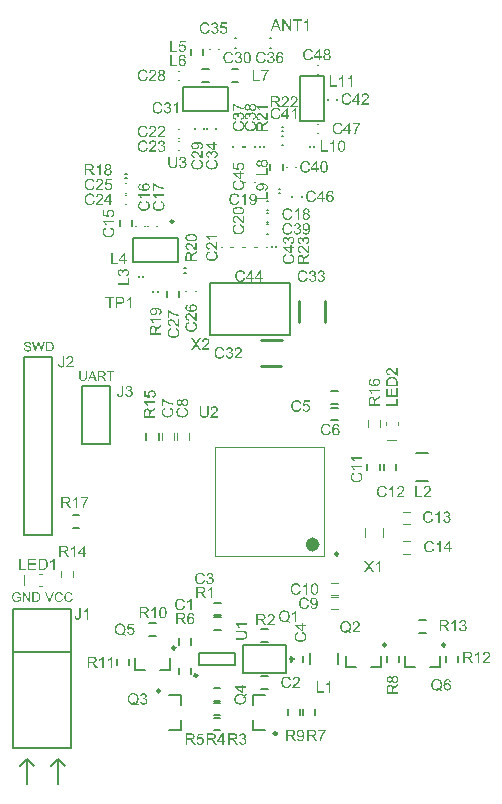
<source format=gto>
G04 Layer_Color=65535*
%FSLAX44Y44*%
%MOMM*%
G71*
G01*
G75*
%ADD34C,0.2000*%
%ADD35C,0.2540*%
%ADD42C,0.2500*%
%ADD43C,0.6000*%
%ADD44C,0.1000*%
G36*
X209532Y530974D02*
X209615Y530946D01*
X209726Y530904D01*
X209851Y530863D01*
X210004Y530807D01*
X210170Y530738D01*
X210350Y530655D01*
X210739Y530461D01*
X211127Y530211D01*
X211321Y530058D01*
X211515Y529906D01*
X211682Y529739D01*
X211848Y529545D01*
X211862Y529531D01*
X211890Y529504D01*
X211917Y529434D01*
X211973Y529365D01*
X212042Y529254D01*
X212112Y529143D01*
X212181Y528990D01*
X212250Y528838D01*
X212334Y528658D01*
X212403Y528463D01*
X212472Y528255D01*
X212542Y528033D01*
X212597Y527798D01*
X212625Y527548D01*
X212653Y527285D01*
X212666Y527007D01*
Y526993D01*
Y526938D01*
Y526855D01*
X212653Y526744D01*
Y526619D01*
X212639Y526466D01*
X212611Y526300D01*
X212583Y526106D01*
X212514Y525704D01*
X212403Y525288D01*
X212250Y524871D01*
X212153Y524677D01*
X212042Y524483D01*
X212029Y524469D01*
X212015Y524442D01*
X211973Y524386D01*
X211917Y524331D01*
X211862Y524247D01*
X211779Y524150D01*
X211682Y524039D01*
X211571Y523928D01*
X211446Y523817D01*
X211321Y523693D01*
X211002Y523443D01*
X210628Y523207D01*
X210212Y522999D01*
X210198D01*
X210156Y522971D01*
X210087Y522958D01*
X210004Y522916D01*
X209893Y522888D01*
X209754Y522847D01*
X209601Y522791D01*
X209435Y522750D01*
X209255Y522708D01*
X209047Y522653D01*
X208617Y522583D01*
X208132Y522528D01*
X207632Y522500D01*
X207480D01*
X207383Y522514D01*
X207244D01*
X207105Y522528D01*
X206925Y522542D01*
X206745Y522569D01*
X206342Y522639D01*
X205899Y522736D01*
X205455Y522874D01*
X205025Y523069D01*
X205011Y523083D01*
X204970Y523096D01*
X204914Y523124D01*
X204845Y523180D01*
X204748Y523235D01*
X204637Y523304D01*
X204387Y523485D01*
X204110Y523720D01*
X203832Y523998D01*
X203555Y524317D01*
X203319Y524691D01*
X203305Y524705D01*
X203291Y524747D01*
X203264Y524802D01*
X203222Y524871D01*
X203180Y524982D01*
X203139Y525093D01*
X203083Y525232D01*
X203028Y525385D01*
X202972Y525551D01*
X202917Y525731D01*
X202834Y526120D01*
X202764Y526563D01*
X202737Y527021D01*
Y527035D01*
Y527090D01*
Y527160D01*
X202750Y527257D01*
X202764Y527382D01*
X202778Y527534D01*
X202792Y527687D01*
X202834Y527867D01*
X202917Y528242D01*
X203042Y528658D01*
X203125Y528866D01*
X203222Y529060D01*
X203347Y529254D01*
X203472Y529448D01*
X203486Y529462D01*
X203499Y529490D01*
X203541Y529545D01*
X203610Y529614D01*
X203680Y529684D01*
X203777Y529781D01*
X203888Y529878D01*
X203999Y529989D01*
X204137Y530100D01*
X204304Y530211D01*
X204470Y530336D01*
X204650Y530447D01*
X204858Y530544D01*
X205067Y530655D01*
X205288Y530738D01*
X205538Y530821D01*
X205829Y529573D01*
X205815D01*
X205788Y529559D01*
X205732Y529531D01*
X205663Y529504D01*
X205580Y529476D01*
X205469Y529434D01*
X205247Y529323D01*
X204997Y529185D01*
X204748Y529018D01*
X204512Y528810D01*
X204304Y528588D01*
X204276Y528560D01*
X204221Y528477D01*
X204151Y528339D01*
X204054Y528158D01*
X203971Y527923D01*
X203888Y527659D01*
X203832Y527340D01*
X203818Y526993D01*
Y526979D01*
Y526938D01*
Y526882D01*
X203832Y526813D01*
Y526716D01*
X203846Y526605D01*
X203888Y526342D01*
X203943Y526050D01*
X204040Y525745D01*
X204179Y525426D01*
X204359Y525135D01*
Y525121D01*
X204387Y525107D01*
X204456Y525010D01*
X204567Y524885D01*
X204734Y524733D01*
X204942Y524552D01*
X205177Y524386D01*
X205469Y524234D01*
X205788Y524095D01*
X205802D01*
X205829Y524081D01*
X205871Y524067D01*
X205940Y524053D01*
X206024Y524025D01*
X206120Y523998D01*
X206356Y523956D01*
X206634Y523901D01*
X206939Y523845D01*
X207272Y523817D01*
X207632Y523804D01*
X207840D01*
X207937Y523817D01*
X208062D01*
X208201Y523831D01*
X208353Y523845D01*
X208686Y523887D01*
X209047Y523956D01*
X209407Y524039D01*
X209768Y524150D01*
X209782D01*
X209809Y524164D01*
X209851Y524192D01*
X209921Y524220D01*
X210087Y524303D01*
X210281Y524428D01*
X210503Y524580D01*
X210739Y524774D01*
X210947Y524996D01*
X211141Y525260D01*
Y525274D01*
X211155Y525301D01*
X211182Y525343D01*
X211210Y525398D01*
X211238Y525468D01*
X211280Y525551D01*
X211363Y525745D01*
X211446Y525995D01*
X211515Y526272D01*
X211571Y526577D01*
X211585Y526896D01*
Y526910D01*
Y526938D01*
Y526993D01*
X211571Y527077D01*
Y527174D01*
X211557Y527271D01*
X211502Y527520D01*
X211432Y527812D01*
X211321Y528103D01*
X211169Y528408D01*
X211085Y528560D01*
X210975Y528699D01*
X210961Y528713D01*
X210947Y528727D01*
X210905Y528769D01*
X210863Y528824D01*
X210794Y528880D01*
X210711Y528949D01*
X210628Y529032D01*
X210517Y529101D01*
X210392Y529185D01*
X210253Y529282D01*
X210115Y529365D01*
X209948Y529448D01*
X209768Y529517D01*
X209574Y529587D01*
X209366Y529656D01*
X209144Y529712D01*
X209463Y530988D01*
X209477D01*
X209532Y530974D01*
D02*
G37*
G36*
X219976Y545827D02*
X220073Y545813D01*
X220198Y545799D01*
X220336Y545771D01*
X220489Y545730D01*
X220808Y545633D01*
X220988Y545563D01*
X221155Y545466D01*
X221335Y545369D01*
X221502Y545258D01*
X221668Y545119D01*
X221834Y544967D01*
X221848Y544953D01*
X221876Y544925D01*
X221917Y544884D01*
X221959Y544814D01*
X222029Y544717D01*
X222098Y544620D01*
X222167Y544495D01*
X222250Y544357D01*
X222334Y544204D01*
X222403Y544024D01*
X222472Y543830D01*
X222542Y543635D01*
X222583Y543414D01*
X222625Y543178D01*
X222653Y542942D01*
X222666Y542678D01*
Y542665D01*
Y542609D01*
Y542540D01*
X222653Y542443D01*
X222639Y542318D01*
X222625Y542179D01*
X222597Y542027D01*
X222556Y541860D01*
X222458Y541486D01*
X222389Y541292D01*
X222320Y541111D01*
X222223Y540917D01*
X222112Y540723D01*
X221987Y540543D01*
X221834Y540376D01*
X221821Y540363D01*
X221793Y540335D01*
X221751Y540293D01*
X221682Y540238D01*
X221599Y540182D01*
X221502Y540099D01*
X221390Y540030D01*
X221252Y539946D01*
X221113Y539863D01*
X220947Y539794D01*
X220600Y539655D01*
X220392Y539600D01*
X220184Y539558D01*
X219962Y539530D01*
X219740Y539516D01*
X219643D01*
X219588Y539530D01*
X219504D01*
X219407Y539544D01*
X219186Y539572D01*
X218936Y539627D01*
X218686Y539711D01*
X218423Y539836D01*
X218173Y539988D01*
X218159D01*
X218145Y540016D01*
X218076Y540071D01*
X217965Y540182D01*
X217826Y540335D01*
X217688Y540529D01*
X217535Y540765D01*
X217410Y541028D01*
X217313Y541347D01*
Y541333D01*
X217299Y541319D01*
X217285Y541278D01*
X217258Y541222D01*
X217202Y541097D01*
X217119Y540931D01*
X217008Y540751D01*
X216869Y540570D01*
X216717Y540404D01*
X216551Y540252D01*
X216523Y540238D01*
X216467Y540196D01*
X216356Y540141D01*
X216218Y540085D01*
X216037Y540016D01*
X215829Y539960D01*
X215593Y539919D01*
X215344Y539905D01*
X215247D01*
X215164Y539919D01*
X215080Y539933D01*
X214970Y539946D01*
X214734Y540002D01*
X214456Y540085D01*
X214165Y540224D01*
X214013Y540307D01*
X213860Y540404D01*
X213721Y540529D01*
X213583Y540654D01*
X213569Y540668D01*
X213555Y540695D01*
X213513Y540737D01*
X213472Y540792D01*
X213416Y540862D01*
X213361Y540959D01*
X213291Y541070D01*
X213222Y541181D01*
X213153Y541319D01*
X213083Y541472D01*
X213028Y541638D01*
X212972Y541819D01*
X212889Y542207D01*
X212875Y542429D01*
X212861Y542651D01*
Y542665D01*
Y542706D01*
Y542776D01*
X212875Y542859D01*
X212889Y542970D01*
X212903Y543095D01*
X212917Y543233D01*
X212959Y543372D01*
X213042Y543705D01*
X213167Y544038D01*
X213250Y544204D01*
X213347Y544370D01*
X213472Y544523D01*
X213596Y544676D01*
X213610Y544689D01*
X213624Y544703D01*
X213666Y544745D01*
X213721Y544800D01*
X213804Y544856D01*
X213888Y544925D01*
X214096Y545064D01*
X214359Y545203D01*
X214664Y545327D01*
X215011Y545424D01*
X215191Y545438D01*
X215385Y545452D01*
X215497D01*
X215621Y545438D01*
X215774Y545411D01*
X215968Y545369D01*
X216162Y545300D01*
X216356Y545216D01*
X216551Y545092D01*
X216578Y545078D01*
X216634Y545022D01*
X216717Y544939D01*
X216828Y544828D01*
X216953Y544676D01*
X217078Y544495D01*
X217202Y544287D01*
X217313Y544038D01*
Y544052D01*
X217327Y544079D01*
X217341Y544121D01*
X217369Y544176D01*
X217438Y544343D01*
X217535Y544537D01*
X217674Y544745D01*
X217826Y544967D01*
X218020Y545175D01*
X218242Y545369D01*
X218256D01*
X218270Y545383D01*
X218353Y545438D01*
X218492Y545522D01*
X218672Y545605D01*
X218894Y545688D01*
X219158Y545771D01*
X219449Y545827D01*
X219768Y545840D01*
X219893D01*
X219976Y545827D01*
D02*
G37*
G36*
X203971Y545813D02*
X203999Y545785D01*
X204054Y545730D01*
X204137Y545674D01*
X204234Y545591D01*
X204345Y545480D01*
X204484Y545369D01*
X204650Y545244D01*
X204817Y545119D01*
X205011Y544967D01*
X205233Y544814D01*
X205455Y544662D01*
X205704Y544495D01*
X205968Y544329D01*
X206259Y544162D01*
X206551Y543996D01*
X206564Y543982D01*
X206620Y543954D01*
X206703Y543913D01*
X206828Y543843D01*
X206980Y543774D01*
X207147Y543691D01*
X207341Y543594D01*
X207563Y543497D01*
X207812Y543386D01*
X208062Y543261D01*
X208340Y543150D01*
X208631Y543039D01*
X209227Y542817D01*
X209865Y542609D01*
X209879D01*
X209921Y542595D01*
X209990Y542581D01*
X210073Y542554D01*
X210184Y542526D01*
X210323Y542498D01*
X210475Y542457D01*
X210642Y542429D01*
X210836Y542387D01*
X211044Y542346D01*
X211488Y542276D01*
X211973Y542207D01*
X212500Y542165D01*
Y540959D01*
X212389D01*
X212306Y540973D01*
X212195D01*
X212056Y540987D01*
X211904Y541000D01*
X211737Y541014D01*
X211543Y541042D01*
X211349Y541070D01*
X211113Y541111D01*
X210877Y541153D01*
X210628Y541195D01*
X210350Y541250D01*
X209782Y541389D01*
X209768D01*
X209713Y541403D01*
X209629Y541430D01*
X209504Y541472D01*
X209366Y541514D01*
X209199Y541569D01*
X209005Y541624D01*
X208797Y541708D01*
X208561Y541791D01*
X208326Y541874D01*
X207799Y542082D01*
X207244Y542332D01*
X206689Y542609D01*
X206675Y542623D01*
X206620Y542651D01*
X206551Y542692D01*
X206439Y542748D01*
X206315Y542817D01*
X206162Y542914D01*
X205996Y543011D01*
X205815Y543122D01*
X205413Y543386D01*
X204997Y543663D01*
X204567Y543982D01*
X204165Y544315D01*
Y539614D01*
X203028D01*
Y545827D01*
X203957D01*
X203971Y545813D01*
D02*
G37*
G36*
X209879Y538352D02*
X209990Y538338D01*
X210115Y538310D01*
X210253Y538282D01*
X210406Y538255D01*
X210739Y538144D01*
X210919Y538060D01*
X211085Y537977D01*
X211266Y537866D01*
X211446Y537741D01*
X211626Y537603D01*
X211793Y537436D01*
X211807Y537422D01*
X211834Y537395D01*
X211876Y537339D01*
X211931Y537270D01*
X212001Y537187D01*
X212070Y537076D01*
X212153Y536951D01*
X212223Y536798D01*
X212306Y536646D01*
X212389Y536465D01*
X212458Y536285D01*
X212528Y536077D01*
X212583Y535855D01*
X212625Y535620D01*
X212653Y535384D01*
X212666Y535120D01*
Y535106D01*
Y535065D01*
Y534995D01*
X212653Y534912D01*
X212639Y534801D01*
X212625Y534677D01*
X212597Y534538D01*
X212569Y534385D01*
X212486Y534052D01*
X212348Y533706D01*
X212264Y533525D01*
X212167Y533359D01*
X212042Y533192D01*
X211917Y533026D01*
X211904Y533012D01*
X211876Y532985D01*
X211834Y532943D01*
X211779Y532901D01*
X211709Y532832D01*
X211612Y532763D01*
X211515Y532679D01*
X211390Y532596D01*
X211252Y532513D01*
X211113Y532430D01*
X210780Y532277D01*
X210392Y532152D01*
X210184Y532111D01*
X209962Y532083D01*
X209809Y533262D01*
X209823D01*
X209851Y533276D01*
X209907Y533290D01*
X209976Y533303D01*
X210059Y533317D01*
X210156Y533345D01*
X210364Y533414D01*
X210614Y533512D01*
X210850Y533636D01*
X211072Y533775D01*
X211266Y533941D01*
X211280Y533969D01*
X211335Y534025D01*
X211404Y534136D01*
X211474Y534274D01*
X211557Y534441D01*
X211626Y534649D01*
X211682Y534884D01*
X211696Y535134D01*
Y535148D01*
Y535176D01*
Y535217D01*
X211682Y535273D01*
X211668Y535425D01*
X211626Y535620D01*
X211557Y535841D01*
X211460Y536077D01*
X211321Y536313D01*
X211127Y536535D01*
X211099Y536563D01*
X211016Y536632D01*
X210891Y536715D01*
X210725Y536826D01*
X210517Y536937D01*
X210281Y537020D01*
X210004Y537090D01*
X209699Y537117D01*
X209615D01*
X209560Y537103D01*
X209407Y537090D01*
X209227Y537048D01*
X209005Y536992D01*
X208783Y536895D01*
X208561Y536757D01*
X208353Y536576D01*
X208326Y536549D01*
X208270Y536479D01*
X208187Y536368D01*
X208090Y536216D01*
X207993Y536022D01*
X207910Y535786D01*
X207854Y535522D01*
X207826Y535231D01*
Y535217D01*
Y535176D01*
Y535106D01*
X207840Y535009D01*
X207854Y534884D01*
X207882Y534746D01*
X207910Y534579D01*
X207951Y534399D01*
X206911Y534538D01*
Y534552D01*
Y534607D01*
X206925Y534663D01*
Y534718D01*
Y534732D01*
Y534746D01*
Y534787D01*
Y534843D01*
X206897Y534995D01*
X206869Y535176D01*
X206828Y535384D01*
X206758Y535620D01*
X206661Y535841D01*
X206537Y536077D01*
Y536091D01*
X206523Y536105D01*
X206467Y536174D01*
X206370Y536271D01*
X206245Y536382D01*
X206065Y536493D01*
X205857Y536590D01*
X205621Y536660D01*
X205483Y536687D01*
X205219D01*
X205108Y536660D01*
X204956Y536632D01*
X204789Y536576D01*
X204609Y536507D01*
X204429Y536396D01*
X204262Y536244D01*
X204248Y536230D01*
X204193Y536160D01*
X204123Y536063D01*
X204040Y535938D01*
X203971Y535772D01*
X203902Y535578D01*
X203846Y535356D01*
X203832Y535106D01*
Y535093D01*
Y535079D01*
Y534995D01*
X203860Y534871D01*
X203888Y534704D01*
X203943Y534524D01*
X204013Y534344D01*
X204123Y534150D01*
X204262Y533969D01*
X204276Y533955D01*
X204345Y533900D01*
X204443Y533817D01*
X204581Y533719D01*
X204761Y533623D01*
X204983Y533525D01*
X205247Y533442D01*
X205552Y533387D01*
X205344Y532208D01*
X205330D01*
X205288Y532222D01*
X205233Y532236D01*
X205150Y532249D01*
X205053Y532277D01*
X204942Y532319D01*
X204678Y532402D01*
X204373Y532541D01*
X204068Y532707D01*
X203777Y532915D01*
X203513Y533179D01*
X203499Y533192D01*
X203486Y533220D01*
X203458Y533262D01*
X203416Y533317D01*
X203361Y533387D01*
X203305Y533484D01*
X203250Y533581D01*
X203180Y533706D01*
X203069Y533983D01*
X202959Y534302D01*
X202889Y534677D01*
X202861Y534871D01*
Y535079D01*
Y535093D01*
Y535120D01*
Y535162D01*
Y535217D01*
X202875Y535370D01*
X202903Y535550D01*
X202945Y535772D01*
X203014Y536022D01*
X203097Y536271D01*
X203208Y536521D01*
Y536535D01*
X203222Y536549D01*
X203264Y536632D01*
X203347Y536757D01*
X203444Y536895D01*
X203583Y537062D01*
X203735Y537228D01*
X203916Y537395D01*
X204123Y537533D01*
X204151Y537547D01*
X204221Y537589D01*
X204345Y537644D01*
X204498Y537714D01*
X204678Y537783D01*
X204886Y537838D01*
X205122Y537880D01*
X205358Y537894D01*
X205469D01*
X205580Y537880D01*
X205732Y537852D01*
X205912Y537811D01*
X206107Y537741D01*
X206301Y537658D01*
X206495Y537547D01*
X206523Y537533D01*
X206578Y537492D01*
X206675Y537408D01*
X206786Y537298D01*
X206911Y537159D01*
X207050Y536992D01*
X207174Y536798D01*
X207299Y536563D01*
Y536576D01*
X207313Y536604D01*
X207327Y536646D01*
X207341Y536701D01*
X207396Y536854D01*
X207480Y537048D01*
X207591Y537270D01*
X207729Y537492D01*
X207910Y537700D01*
X208118Y537894D01*
X208145Y537908D01*
X208228Y537963D01*
X208367Y538046D01*
X208547Y538130D01*
X208769Y538213D01*
X209033Y538296D01*
X209338Y538352D01*
X209671Y538365D01*
X209796D01*
X209879Y538352D01*
D02*
G37*
G36*
X219879D02*
X219990Y538338D01*
X220115Y538310D01*
X220253Y538282D01*
X220406Y538255D01*
X220739Y538144D01*
X220919Y538060D01*
X221085Y537977D01*
X221266Y537866D01*
X221446Y537741D01*
X221626Y537603D01*
X221793Y537436D01*
X221807Y537422D01*
X221834Y537395D01*
X221876Y537339D01*
X221931Y537270D01*
X222001Y537187D01*
X222070Y537076D01*
X222153Y536951D01*
X222223Y536798D01*
X222306Y536646D01*
X222389Y536465D01*
X222458Y536285D01*
X222528Y536077D01*
X222583Y535855D01*
X222625Y535620D01*
X222653Y535384D01*
X222666Y535120D01*
Y535106D01*
Y535065D01*
Y534995D01*
X222653Y534912D01*
X222639Y534801D01*
X222625Y534677D01*
X222597Y534538D01*
X222569Y534385D01*
X222486Y534052D01*
X222348Y533706D01*
X222264Y533525D01*
X222167Y533359D01*
X222042Y533192D01*
X221917Y533026D01*
X221904Y533012D01*
X221876Y532985D01*
X221834Y532943D01*
X221779Y532901D01*
X221709Y532832D01*
X221612Y532763D01*
X221515Y532679D01*
X221390Y532596D01*
X221252Y532513D01*
X221113Y532430D01*
X220780Y532277D01*
X220392Y532152D01*
X220184Y532111D01*
X219962Y532083D01*
X219809Y533262D01*
X219823D01*
X219851Y533276D01*
X219907Y533290D01*
X219976Y533303D01*
X220059Y533317D01*
X220156Y533345D01*
X220364Y533414D01*
X220614Y533512D01*
X220850Y533636D01*
X221072Y533775D01*
X221266Y533941D01*
X221280Y533969D01*
X221335Y534025D01*
X221404Y534136D01*
X221474Y534274D01*
X221557Y534441D01*
X221626Y534649D01*
X221682Y534884D01*
X221696Y535134D01*
Y535148D01*
Y535176D01*
Y535217D01*
X221682Y535273D01*
X221668Y535425D01*
X221626Y535620D01*
X221557Y535841D01*
X221460Y536077D01*
X221321Y536313D01*
X221127Y536535D01*
X221099Y536563D01*
X221016Y536632D01*
X220891Y536715D01*
X220725Y536826D01*
X220517Y536937D01*
X220281Y537020D01*
X220004Y537090D01*
X219699Y537117D01*
X219615D01*
X219560Y537103D01*
X219407Y537090D01*
X219227Y537048D01*
X219005Y536992D01*
X218783Y536895D01*
X218561Y536757D01*
X218353Y536576D01*
X218326Y536549D01*
X218270Y536479D01*
X218187Y536368D01*
X218090Y536216D01*
X217993Y536022D01*
X217910Y535786D01*
X217854Y535522D01*
X217826Y535231D01*
Y535217D01*
Y535176D01*
Y535106D01*
X217840Y535009D01*
X217854Y534884D01*
X217882Y534746D01*
X217910Y534579D01*
X217951Y534399D01*
X216911Y534538D01*
Y534552D01*
Y534607D01*
X216925Y534663D01*
Y534718D01*
Y534732D01*
Y534746D01*
Y534787D01*
Y534843D01*
X216897Y534995D01*
X216869Y535176D01*
X216828Y535384D01*
X216758Y535620D01*
X216661Y535841D01*
X216537Y536077D01*
Y536091D01*
X216523Y536105D01*
X216467Y536174D01*
X216370Y536271D01*
X216245Y536382D01*
X216065Y536493D01*
X215857Y536590D01*
X215621Y536660D01*
X215483Y536687D01*
X215219D01*
X215108Y536660D01*
X214956Y536632D01*
X214789Y536576D01*
X214609Y536507D01*
X214429Y536396D01*
X214262Y536244D01*
X214248Y536230D01*
X214193Y536160D01*
X214123Y536063D01*
X214040Y535938D01*
X213971Y535772D01*
X213902Y535578D01*
X213846Y535356D01*
X213832Y535106D01*
Y535093D01*
Y535079D01*
Y534995D01*
X213860Y534871D01*
X213888Y534704D01*
X213943Y534524D01*
X214013Y534344D01*
X214123Y534150D01*
X214262Y533969D01*
X214276Y533955D01*
X214345Y533900D01*
X214443Y533817D01*
X214581Y533719D01*
X214761Y533623D01*
X214983Y533525D01*
X215247Y533442D01*
X215552Y533387D01*
X215344Y532208D01*
X215330D01*
X215288Y532222D01*
X215233Y532236D01*
X215150Y532249D01*
X215053Y532277D01*
X214942Y532319D01*
X214678Y532402D01*
X214373Y532541D01*
X214068Y532707D01*
X213777Y532915D01*
X213513Y533179D01*
X213499Y533192D01*
X213486Y533220D01*
X213458Y533262D01*
X213416Y533317D01*
X213361Y533387D01*
X213305Y533484D01*
X213250Y533581D01*
X213180Y533706D01*
X213069Y533983D01*
X212959Y534302D01*
X212889Y534677D01*
X212861Y534871D01*
Y535079D01*
Y535093D01*
Y535120D01*
Y535162D01*
Y535217D01*
X212875Y535370D01*
X212903Y535550D01*
X212945Y535772D01*
X213014Y536022D01*
X213097Y536271D01*
X213208Y536521D01*
Y536535D01*
X213222Y536549D01*
X213264Y536632D01*
X213347Y536757D01*
X213444Y536895D01*
X213583Y537062D01*
X213735Y537228D01*
X213916Y537395D01*
X214123Y537533D01*
X214151Y537547D01*
X214221Y537589D01*
X214345Y537644D01*
X214498Y537714D01*
X214678Y537783D01*
X214886Y537838D01*
X215122Y537880D01*
X215358Y537894D01*
X215469D01*
X215580Y537880D01*
X215732Y537852D01*
X215912Y537811D01*
X216107Y537741D01*
X216301Y537658D01*
X216495Y537547D01*
X216523Y537533D01*
X216578Y537492D01*
X216675Y537408D01*
X216786Y537298D01*
X216911Y537159D01*
X217050Y536992D01*
X217174Y536798D01*
X217299Y536563D01*
Y536576D01*
X217313Y536604D01*
X217327Y536646D01*
X217341Y536701D01*
X217396Y536854D01*
X217480Y537048D01*
X217591Y537270D01*
X217729Y537492D01*
X217910Y537700D01*
X218118Y537894D01*
X218145Y537908D01*
X218228Y537963D01*
X218367Y538046D01*
X218547Y538130D01*
X218769Y538213D01*
X219033Y538296D01*
X219338Y538352D01*
X219671Y538365D01*
X219796D01*
X219879Y538352D01*
D02*
G37*
G36*
X257870Y444625D02*
X258050Y444597D01*
X258272Y444555D01*
X258522Y444486D01*
X258771Y444403D01*
X259021Y444292D01*
X259035D01*
X259049Y444278D01*
X259132Y444236D01*
X259257Y444153D01*
X259395Y444056D01*
X259562Y443917D01*
X259728Y443765D01*
X259895Y443585D01*
X260033Y443377D01*
X260047Y443349D01*
X260089Y443279D01*
X260144Y443155D01*
X260214Y443002D01*
X260283Y442822D01*
X260338Y442614D01*
X260380Y442378D01*
X260394Y442142D01*
Y442114D01*
Y442031D01*
X260380Y441920D01*
X260352Y441768D01*
X260311Y441587D01*
X260241Y441393D01*
X260158Y441199D01*
X260047Y441005D01*
X260033Y440977D01*
X259992Y440922D01*
X259909Y440825D01*
X259798Y440714D01*
X259659Y440589D01*
X259492Y440450D01*
X259298Y440326D01*
X259063Y440201D01*
X259076D01*
X259104Y440187D01*
X259146Y440173D01*
X259201Y440159D01*
X259354Y440104D01*
X259548Y440020D01*
X259770Y439909D01*
X259992Y439771D01*
X260200Y439590D01*
X260394Y439382D01*
X260408Y439355D01*
X260463Y439272D01*
X260546Y439133D01*
X260630Y438952D01*
X260713Y438731D01*
X260796Y438467D01*
X260852Y438162D01*
X260865Y437829D01*
Y437815D01*
Y437774D01*
Y437704D01*
X260852Y437621D01*
X260838Y437510D01*
X260810Y437385D01*
X260782Y437247D01*
X260755Y437094D01*
X260644Y436761D01*
X260560Y436581D01*
X260477Y436415D01*
X260366Y436234D01*
X260241Y436054D01*
X260103Y435874D01*
X259936Y435707D01*
X259922Y435693D01*
X259895Y435666D01*
X259839Y435624D01*
X259770Y435569D01*
X259687Y435499D01*
X259576Y435430D01*
X259451Y435347D01*
X259298Y435277D01*
X259146Y435194D01*
X258965Y435111D01*
X258785Y435042D01*
X258577Y434972D01*
X258355Y434917D01*
X258120Y434875D01*
X257884Y434847D01*
X257620Y434834D01*
X257495D01*
X257412Y434847D01*
X257301Y434861D01*
X257176Y434875D01*
X257038Y434903D01*
X256885Y434931D01*
X256552Y435014D01*
X256206Y435153D01*
X256025Y435236D01*
X255859Y435333D01*
X255693Y435458D01*
X255526Y435583D01*
X255512Y435596D01*
X255485Y435624D01*
X255443Y435666D01*
X255401Y435721D01*
X255332Y435790D01*
X255263Y435888D01*
X255179Y435985D01*
X255096Y436110D01*
X255013Y436248D01*
X254930Y436387D01*
X254777Y436720D01*
X254652Y437108D01*
X254611Y437316D01*
X254583Y437538D01*
X255762Y437691D01*
Y437677D01*
X255776Y437649D01*
X255790Y437593D01*
X255804Y437524D01*
X255817Y437441D01*
X255845Y437344D01*
X255914Y437136D01*
X256012Y436886D01*
X256136Y436650D01*
X256275Y436428D01*
X256441Y436234D01*
X256469Y436220D01*
X256525Y436165D01*
X256636Y436096D01*
X256774Y436026D01*
X256941Y435943D01*
X257149Y435874D01*
X257384Y435818D01*
X257634Y435804D01*
X257717D01*
X257773Y435818D01*
X257925Y435832D01*
X258120Y435874D01*
X258341Y435943D01*
X258577Y436040D01*
X258813Y436179D01*
X259035Y436373D01*
X259063Y436401D01*
X259132Y436484D01*
X259215Y436609D01*
X259326Y436775D01*
X259437Y436983D01*
X259520Y437219D01*
X259590Y437496D01*
X259617Y437801D01*
Y437815D01*
Y437843D01*
Y437885D01*
X259603Y437940D01*
X259590Y438093D01*
X259548Y438273D01*
X259492Y438495D01*
X259395Y438717D01*
X259257Y438939D01*
X259076Y439147D01*
X259049Y439174D01*
X258979Y439230D01*
X258868Y439313D01*
X258716Y439410D01*
X258522Y439507D01*
X258286Y439590D01*
X258022Y439646D01*
X257731Y439674D01*
X257606D01*
X257509Y439660D01*
X257384Y439646D01*
X257246Y439618D01*
X257079Y439590D01*
X256899Y439549D01*
X257038Y440589D01*
X257107D01*
X257163Y440575D01*
X257343D01*
X257495Y440603D01*
X257676Y440631D01*
X257884Y440672D01*
X258120Y440742D01*
X258341Y440839D01*
X258577Y440963D01*
X258591D01*
X258605Y440977D01*
X258674Y441033D01*
X258771Y441130D01*
X258882Y441255D01*
X258993Y441435D01*
X259090Y441643D01*
X259160Y441879D01*
X259187Y442017D01*
Y442170D01*
Y442184D01*
Y442198D01*
Y442281D01*
X259160Y442392D01*
X259132Y442544D01*
X259076Y442711D01*
X259007Y442891D01*
X258896Y443071D01*
X258744Y443238D01*
X258730Y443252D01*
X258660Y443307D01*
X258563Y443377D01*
X258438Y443460D01*
X258272Y443529D01*
X258078Y443598D01*
X257856Y443654D01*
X257606Y443668D01*
X257495D01*
X257371Y443640D01*
X257204Y443612D01*
X257024Y443557D01*
X256844Y443488D01*
X256649Y443377D01*
X256469Y443238D01*
X256455Y443224D01*
X256400Y443155D01*
X256317Y443058D01*
X256220Y442919D01*
X256122Y442739D01*
X256025Y442517D01*
X255942Y442253D01*
X255887Y441948D01*
X254708Y442156D01*
Y442170D01*
X254722Y442212D01*
X254736Y442267D01*
X254750Y442350D01*
X254777Y442447D01*
X254819Y442558D01*
X254902Y442822D01*
X255041Y443127D01*
X255207Y443432D01*
X255415Y443723D01*
X255679Y443987D01*
X255693Y444001D01*
X255720Y444015D01*
X255762Y444042D01*
X255817Y444084D01*
X255887Y444139D01*
X255984Y444195D01*
X256081Y444250D01*
X256206Y444320D01*
X256483Y444431D01*
X256802Y444542D01*
X257176Y444611D01*
X257371Y444638D01*
X257717D01*
X257870Y444625D01*
D02*
G37*
G36*
X265206D02*
X265276D01*
X265373Y444611D01*
X265608Y444569D01*
X265872Y444514D01*
X266163Y444417D01*
X266454Y444292D01*
X266746Y444125D01*
X266759D01*
X266773Y444098D01*
X266815Y444070D01*
X266870Y444028D01*
X267009Y443917D01*
X267189Y443765D01*
X267370Y443557D01*
X267578Y443307D01*
X267758Y443016D01*
X267924Y442683D01*
Y442669D01*
X267938Y442641D01*
X267966Y442586D01*
X267994Y442517D01*
X268022Y442420D01*
X268063Y442295D01*
X268091Y442156D01*
X268132Y442004D01*
X268174Y441823D01*
X268216Y441615D01*
X268243Y441393D01*
X268271Y441158D01*
X268299Y440894D01*
X268327Y440617D01*
X268340Y440312D01*
Y439993D01*
Y439979D01*
Y439909D01*
Y439812D01*
Y439688D01*
X268327Y439535D01*
Y439355D01*
X268313Y439147D01*
X268285Y438939D01*
X268243Y438467D01*
X268174Y437968D01*
X268077Y437496D01*
X268008Y437261D01*
X267938Y437052D01*
Y437039D01*
X267924Y437011D01*
X267897Y436955D01*
X267869Y436872D01*
X267827Y436789D01*
X267772Y436678D01*
X267633Y436442D01*
X267467Y436179D01*
X267273Y435901D01*
X267023Y435638D01*
X266746Y435402D01*
X266732D01*
X266704Y435374D01*
X266662Y435347D01*
X266607Y435319D01*
X266524Y435277D01*
X266441Y435222D01*
X266330Y435166D01*
X266219Y435125D01*
X265955Y435014D01*
X265636Y434917D01*
X265289Y434861D01*
X264901Y434834D01*
X264790D01*
X264721Y434847D01*
X264624D01*
X264513Y434861D01*
X264249Y434917D01*
X263958Y434986D01*
X263653Y435097D01*
X263348Y435250D01*
X263195Y435347D01*
X263057Y435458D01*
X263043Y435471D01*
X263029Y435485D01*
X262987Y435527D01*
X262946Y435569D01*
X262890Y435638D01*
X262821Y435721D01*
X262682Y435915D01*
X262544Y436165D01*
X262405Y436470D01*
X262294Y436817D01*
X262211Y437219D01*
X263348Y437316D01*
Y437302D01*
X263362Y437274D01*
Y437247D01*
X263376Y437191D01*
X263417Y437039D01*
X263473Y436872D01*
X263542Y436678D01*
X263639Y436484D01*
X263750Y436304D01*
X263889Y436151D01*
X263903Y436137D01*
X263958Y436096D01*
X264055Y436040D01*
X264166Y435985D01*
X264319Y435915D01*
X264499Y435860D01*
X264707Y435818D01*
X264929Y435804D01*
X265026D01*
X265123Y435818D01*
X265248Y435832D01*
X265400Y435860D01*
X265553Y435901D01*
X265719Y435957D01*
X265872Y436040D01*
X265886Y436054D01*
X265941Y436082D01*
X266024Y436137D01*
X266108Y436220D01*
X266219Y436317D01*
X266330Y436428D01*
X266441Y436553D01*
X266551Y436706D01*
X266565Y436720D01*
X266593Y436789D01*
X266649Y436886D01*
X266704Y437011D01*
X266773Y437177D01*
X266843Y437371D01*
X266912Y437593D01*
X266981Y437843D01*
Y437857D01*
X266995Y437871D01*
Y437912D01*
X267009Y437968D01*
X267037Y438106D01*
X267078Y438287D01*
X267106Y438509D01*
X267134Y438745D01*
X267148Y439008D01*
X267162Y439285D01*
Y439299D01*
Y439341D01*
Y439410D01*
Y439521D01*
X267148Y439493D01*
X267092Y439424D01*
X267009Y439327D01*
X266912Y439188D01*
X266773Y439050D01*
X266607Y438897D01*
X266413Y438745D01*
X266191Y438606D01*
X266163Y438592D01*
X266080Y438550D01*
X265955Y438495D01*
X265803Y438439D01*
X265595Y438370D01*
X265373Y438315D01*
X265123Y438273D01*
X264860Y438259D01*
X264749D01*
X264665Y438273D01*
X264554Y438287D01*
X264443Y438301D01*
X264305Y438328D01*
X264166Y438370D01*
X263847Y438467D01*
X263681Y438536D01*
X263514Y438620D01*
X263334Y438717D01*
X263168Y438842D01*
X263001Y438966D01*
X262849Y439119D01*
X262835Y439133D01*
X262807Y439160D01*
X262779Y439202D01*
X262724Y439272D01*
X262654Y439369D01*
X262585Y439466D01*
X262516Y439590D01*
X262446Y439729D01*
X262363Y439882D01*
X262294Y440048D01*
X262225Y440242D01*
X262155Y440436D01*
X262100Y440658D01*
X262072Y440894D01*
X262044Y441130D01*
X262030Y441393D01*
Y441407D01*
Y441463D01*
Y441532D01*
X262044Y441629D01*
X262058Y441754D01*
X262072Y441907D01*
X262100Y442059D01*
X262141Y442239D01*
X262238Y442600D01*
X262308Y442794D01*
X262391Y443002D01*
X262488Y443196D01*
X262613Y443377D01*
X262738Y443571D01*
X262890Y443737D01*
X262904Y443751D01*
X262932Y443779D01*
X262973Y443820D01*
X263043Y443876D01*
X263126Y443945D01*
X263237Y444028D01*
X263348Y444098D01*
X263487Y444195D01*
X263625Y444278D01*
X263792Y444347D01*
X264166Y444500D01*
X264360Y444555D01*
X264582Y444597D01*
X264804Y444625D01*
X265040Y444638D01*
X265137D01*
X265206Y444625D01*
D02*
G37*
G36*
X219532Y530974D02*
X219615Y530946D01*
X219726Y530904D01*
X219851Y530863D01*
X220004Y530807D01*
X220170Y530738D01*
X220350Y530655D01*
X220739Y530461D01*
X221127Y530211D01*
X221321Y530058D01*
X221515Y529906D01*
X221682Y529739D01*
X221848Y529545D01*
X221862Y529531D01*
X221890Y529504D01*
X221917Y529434D01*
X221973Y529365D01*
X222042Y529254D01*
X222112Y529143D01*
X222181Y528990D01*
X222250Y528838D01*
X222334Y528658D01*
X222403Y528463D01*
X222472Y528255D01*
X222542Y528033D01*
X222597Y527798D01*
X222625Y527548D01*
X222653Y527285D01*
X222666Y527007D01*
Y526993D01*
Y526938D01*
Y526855D01*
X222653Y526744D01*
Y526619D01*
X222639Y526466D01*
X222611Y526300D01*
X222583Y526106D01*
X222514Y525704D01*
X222403Y525288D01*
X222250Y524871D01*
X222153Y524677D01*
X222042Y524483D01*
X222029Y524469D01*
X222015Y524442D01*
X221973Y524386D01*
X221917Y524331D01*
X221862Y524247D01*
X221779Y524150D01*
X221682Y524039D01*
X221571Y523928D01*
X221446Y523817D01*
X221321Y523693D01*
X221002Y523443D01*
X220628Y523207D01*
X220212Y522999D01*
X220198D01*
X220156Y522971D01*
X220087Y522958D01*
X220004Y522916D01*
X219893Y522888D01*
X219754Y522847D01*
X219601Y522791D01*
X219435Y522750D01*
X219255Y522708D01*
X219047Y522653D01*
X218617Y522583D01*
X218132Y522528D01*
X217632Y522500D01*
X217480D01*
X217383Y522514D01*
X217244D01*
X217105Y522528D01*
X216925Y522542D01*
X216745Y522569D01*
X216342Y522639D01*
X215899Y522736D01*
X215455Y522874D01*
X215025Y523069D01*
X215011Y523083D01*
X214970Y523096D01*
X214914Y523124D01*
X214845Y523180D01*
X214748Y523235D01*
X214637Y523304D01*
X214387Y523485D01*
X214110Y523720D01*
X213832Y523998D01*
X213555Y524317D01*
X213319Y524691D01*
X213305Y524705D01*
X213291Y524747D01*
X213264Y524802D01*
X213222Y524871D01*
X213180Y524982D01*
X213139Y525093D01*
X213083Y525232D01*
X213028Y525385D01*
X212972Y525551D01*
X212917Y525731D01*
X212834Y526120D01*
X212764Y526563D01*
X212737Y527021D01*
Y527035D01*
Y527090D01*
Y527160D01*
X212750Y527257D01*
X212764Y527382D01*
X212778Y527534D01*
X212792Y527687D01*
X212834Y527867D01*
X212917Y528242D01*
X213042Y528658D01*
X213125Y528866D01*
X213222Y529060D01*
X213347Y529254D01*
X213472Y529448D01*
X213486Y529462D01*
X213499Y529490D01*
X213541Y529545D01*
X213610Y529614D01*
X213680Y529684D01*
X213777Y529781D01*
X213888Y529878D01*
X213999Y529989D01*
X214137Y530100D01*
X214304Y530211D01*
X214470Y530336D01*
X214650Y530447D01*
X214858Y530544D01*
X215067Y530655D01*
X215288Y530738D01*
X215538Y530821D01*
X215829Y529573D01*
X215815D01*
X215788Y529559D01*
X215732Y529531D01*
X215663Y529504D01*
X215580Y529476D01*
X215469Y529434D01*
X215247Y529323D01*
X214997Y529185D01*
X214748Y529018D01*
X214512Y528810D01*
X214304Y528588D01*
X214276Y528560D01*
X214221Y528477D01*
X214151Y528339D01*
X214054Y528158D01*
X213971Y527923D01*
X213888Y527659D01*
X213832Y527340D01*
X213818Y526993D01*
Y526979D01*
Y526938D01*
Y526882D01*
X213832Y526813D01*
Y526716D01*
X213846Y526605D01*
X213888Y526342D01*
X213943Y526050D01*
X214040Y525745D01*
X214179Y525426D01*
X214359Y525135D01*
Y525121D01*
X214387Y525107D01*
X214456Y525010D01*
X214567Y524885D01*
X214734Y524733D01*
X214942Y524552D01*
X215177Y524386D01*
X215469Y524234D01*
X215788Y524095D01*
X215802D01*
X215829Y524081D01*
X215871Y524067D01*
X215940Y524053D01*
X216024Y524025D01*
X216120Y523998D01*
X216356Y523956D01*
X216634Y523901D01*
X216939Y523845D01*
X217272Y523817D01*
X217632Y523804D01*
X217840D01*
X217937Y523817D01*
X218062D01*
X218201Y523831D01*
X218353Y523845D01*
X218686Y523887D01*
X219047Y523956D01*
X219407Y524039D01*
X219768Y524150D01*
X219782D01*
X219809Y524164D01*
X219851Y524192D01*
X219921Y524220D01*
X220087Y524303D01*
X220281Y524428D01*
X220503Y524580D01*
X220739Y524774D01*
X220947Y524996D01*
X221141Y525260D01*
Y525274D01*
X221155Y525301D01*
X221182Y525343D01*
X221210Y525398D01*
X221238Y525468D01*
X221280Y525551D01*
X221363Y525745D01*
X221446Y525995D01*
X221515Y526272D01*
X221571Y526577D01*
X221585Y526896D01*
Y526910D01*
Y526938D01*
Y526993D01*
X221571Y527077D01*
Y527174D01*
X221557Y527271D01*
X221502Y527520D01*
X221432Y527812D01*
X221321Y528103D01*
X221169Y528408D01*
X221085Y528560D01*
X220975Y528699D01*
X220961Y528713D01*
X220947Y528727D01*
X220905Y528769D01*
X220863Y528824D01*
X220794Y528880D01*
X220711Y528949D01*
X220628Y529032D01*
X220517Y529101D01*
X220392Y529185D01*
X220253Y529282D01*
X220115Y529365D01*
X219948Y529448D01*
X219768Y529517D01*
X219574Y529587D01*
X219366Y529656D01*
X219144Y529712D01*
X219463Y530988D01*
X219477D01*
X219532Y530974D01*
D02*
G37*
G36*
X249757Y444749D02*
X249882Y444736D01*
X250034Y444722D01*
X250187Y444708D01*
X250367Y444666D01*
X250742Y444583D01*
X251158Y444458D01*
X251366Y444375D01*
X251560Y444278D01*
X251754Y444153D01*
X251948Y444028D01*
X251962Y444015D01*
X251990Y444001D01*
X252045Y443959D01*
X252115Y443890D01*
X252184Y443820D01*
X252281Y443723D01*
X252378Y443612D01*
X252489Y443501D01*
X252600Y443363D01*
X252711Y443196D01*
X252836Y443030D01*
X252947Y442850D01*
X253044Y442641D01*
X253155Y442434D01*
X253238Y442212D01*
X253321Y441962D01*
X252073Y441671D01*
Y441685D01*
X252059Y441712D01*
X252031Y441768D01*
X252003Y441837D01*
X251976Y441920D01*
X251934Y442031D01*
X251823Y442253D01*
X251685Y442503D01*
X251518Y442752D01*
X251310Y442988D01*
X251088Y443196D01*
X251061Y443224D01*
X250977Y443279D01*
X250839Y443349D01*
X250658Y443446D01*
X250422Y443529D01*
X250159Y443612D01*
X249840Y443668D01*
X249493Y443682D01*
X249382D01*
X249313Y443668D01*
X249216D01*
X249105Y443654D01*
X248841Y443612D01*
X248550Y443557D01*
X248245Y443460D01*
X247926Y443321D01*
X247635Y443141D01*
X247621D01*
X247607Y443113D01*
X247510Y443044D01*
X247385Y442933D01*
X247233Y442766D01*
X247052Y442558D01*
X246886Y442323D01*
X246733Y442031D01*
X246595Y441712D01*
Y441698D01*
X246581Y441671D01*
X246567Y441629D01*
X246553Y441560D01*
X246525Y441477D01*
X246498Y441380D01*
X246456Y441144D01*
X246401Y440866D01*
X246345Y440561D01*
X246318Y440228D01*
X246304Y439868D01*
Y439854D01*
Y439812D01*
Y439743D01*
Y439660D01*
X246318Y439563D01*
Y439438D01*
X246331Y439299D01*
X246345Y439147D01*
X246387Y438814D01*
X246456Y438453D01*
X246539Y438093D01*
X246650Y437732D01*
Y437718D01*
X246664Y437691D01*
X246692Y437649D01*
X246720Y437579D01*
X246803Y437413D01*
X246928Y437219D01*
X247080Y436997D01*
X247274Y436761D01*
X247496Y436553D01*
X247760Y436359D01*
X247774D01*
X247801Y436345D01*
X247843Y436317D01*
X247899Y436290D01*
X247968Y436262D01*
X248051Y436220D01*
X248245Y436137D01*
X248495Y436054D01*
X248772Y435985D01*
X249077Y435929D01*
X249396Y435915D01*
X249493D01*
X249577Y435929D01*
X249674D01*
X249771Y435943D01*
X250020Y435998D01*
X250312Y436068D01*
X250603Y436179D01*
X250908Y436331D01*
X251061Y436415D01*
X251199Y436525D01*
X251213Y436539D01*
X251227Y436553D01*
X251269Y436595D01*
X251324Y436637D01*
X251380Y436706D01*
X251449Y436789D01*
X251532Y436872D01*
X251601Y436983D01*
X251685Y437108D01*
X251782Y437247D01*
X251865Y437385D01*
X251948Y437552D01*
X252017Y437732D01*
X252087Y437926D01*
X252156Y438134D01*
X252212Y438356D01*
X253487Y438037D01*
Y438023D01*
X253474Y437968D01*
X253446Y437885D01*
X253404Y437774D01*
X253363Y437649D01*
X253307Y437496D01*
X253238Y437330D01*
X253155Y437150D01*
X252960Y436761D01*
X252711Y436373D01*
X252558Y436179D01*
X252406Y435985D01*
X252239Y435818D01*
X252045Y435652D01*
X252031Y435638D01*
X252003Y435610D01*
X251934Y435583D01*
X251865Y435527D01*
X251754Y435458D01*
X251643Y435388D01*
X251490Y435319D01*
X251338Y435250D01*
X251158Y435166D01*
X250963Y435097D01*
X250755Y435028D01*
X250534Y434958D01*
X250298Y434903D01*
X250048Y434875D01*
X249785Y434847D01*
X249507Y434834D01*
X249355D01*
X249244Y434847D01*
X249119D01*
X248966Y434861D01*
X248800Y434889D01*
X248606Y434917D01*
X248204Y434986D01*
X247787Y435097D01*
X247372Y435250D01*
X247177Y435347D01*
X246983Y435458D01*
X246969Y435471D01*
X246942Y435485D01*
X246886Y435527D01*
X246831Y435583D01*
X246747Y435638D01*
X246650Y435721D01*
X246539Y435818D01*
X246428Y435929D01*
X246318Y436054D01*
X246193Y436179D01*
X245943Y436498D01*
X245707Y436872D01*
X245499Y437288D01*
Y437302D01*
X245471Y437344D01*
X245458Y437413D01*
X245416Y437496D01*
X245388Y437607D01*
X245347Y437746D01*
X245291Y437898D01*
X245250Y438065D01*
X245208Y438245D01*
X245152Y438453D01*
X245083Y438883D01*
X245028Y439369D01*
X245000Y439868D01*
Y439882D01*
Y439937D01*
Y440020D01*
X245014Y440117D01*
Y440256D01*
X245028Y440395D01*
X245042Y440575D01*
X245069Y440755D01*
X245139Y441158D01*
X245236Y441601D01*
X245374Y442045D01*
X245569Y442475D01*
X245583Y442489D01*
X245596Y442531D01*
X245624Y442586D01*
X245679Y442655D01*
X245735Y442752D01*
X245804Y442863D01*
X245985Y443113D01*
X246220Y443390D01*
X246498Y443668D01*
X246817Y443945D01*
X247191Y444181D01*
X247205Y444195D01*
X247247Y444209D01*
X247302Y444236D01*
X247372Y444278D01*
X247482Y444320D01*
X247593Y444361D01*
X247732Y444417D01*
X247885Y444472D01*
X248051Y444528D01*
X248231Y444583D01*
X248620Y444666D01*
X249063Y444736D01*
X249521Y444763D01*
X249660D01*
X249757Y444749D01*
D02*
G37*
G36*
X135481Y514625D02*
X135592Y514611D01*
X135730Y514597D01*
X135883Y514569D01*
X136036Y514542D01*
X136396Y514444D01*
X136757Y514306D01*
X136937Y514222D01*
X137117Y514125D01*
X137284Y514001D01*
X137436Y513862D01*
X137450Y513848D01*
X137478Y513834D01*
X137506Y513779D01*
X137561Y513723D01*
X137630Y513654D01*
X137700Y513557D01*
X137769Y513460D01*
X137852Y513335D01*
X137991Y513071D01*
X138130Y512739D01*
X138185Y512572D01*
X138213Y512378D01*
X138241Y512184D01*
X138254Y511976D01*
Y511948D01*
Y511879D01*
X138241Y511768D01*
X138227Y511615D01*
X138199Y511449D01*
X138144Y511255D01*
X138088Y511047D01*
X138005Y510839D01*
X137991Y510811D01*
X137963Y510742D01*
X137908Y510631D01*
X137825Y510478D01*
X137714Y510312D01*
X137575Y510104D01*
X137409Y509896D01*
X137214Y509660D01*
X137187Y509632D01*
X137117Y509549D01*
X137048Y509479D01*
X136979Y509410D01*
X136895Y509327D01*
X136784Y509216D01*
X136673Y509105D01*
X136535Y508980D01*
X136396Y508842D01*
X136230Y508689D01*
X136049Y508536D01*
X135855Y508356D01*
X135633Y508176D01*
X135412Y507982D01*
X135398Y507968D01*
X135370Y507940D01*
X135314Y507898D01*
X135245Y507843D01*
X135162Y507760D01*
X135065Y507677D01*
X134843Y507496D01*
X134607Y507288D01*
X134385Y507080D01*
X134191Y506900D01*
X134108Y506831D01*
X134038Y506761D01*
X134025Y506747D01*
X133983Y506706D01*
X133928Y506650D01*
X133858Y506567D01*
X133789Y506470D01*
X133706Y506373D01*
X133539Y506137D01*
X138268D01*
Y505000D01*
X131903D01*
Y505014D01*
Y505069D01*
Y505153D01*
X131917Y505263D01*
X131931Y505388D01*
X131958Y505527D01*
X131986Y505666D01*
X132042Y505818D01*
Y505832D01*
X132055Y505846D01*
X132083Y505929D01*
X132139Y506054D01*
X132222Y506220D01*
X132333Y506415D01*
X132471Y506637D01*
X132624Y506858D01*
X132818Y507094D01*
Y507108D01*
X132846Y507122D01*
X132915Y507205D01*
X133040Y507330D01*
X133220Y507510D01*
X133428Y507718D01*
X133692Y507968D01*
X134011Y508245D01*
X134358Y508536D01*
X134371Y508550D01*
X134427Y508592D01*
X134510Y508661D01*
X134607Y508745D01*
X134732Y508855D01*
X134885Y508980D01*
X135037Y509119D01*
X135217Y509272D01*
X135564Y509604D01*
X135911Y509937D01*
X136077Y510104D01*
X136230Y510270D01*
X136368Y510423D01*
X136479Y510575D01*
Y510589D01*
X136507Y510603D01*
X136535Y510644D01*
X136563Y510700D01*
X136660Y510853D01*
X136771Y511033D01*
X136868Y511255D01*
X136965Y511490D01*
X137020Y511754D01*
X137048Y512004D01*
Y512017D01*
Y512031D01*
X137034Y512114D01*
X137020Y512253D01*
X136979Y512406D01*
X136923Y512600D01*
X136826Y512794D01*
X136701Y512988D01*
X136535Y513182D01*
X136507Y513210D01*
X136438Y513266D01*
X136341Y513335D01*
X136188Y513432D01*
X135994Y513515D01*
X135772Y513598D01*
X135509Y513654D01*
X135217Y513668D01*
X135134D01*
X135079Y513654D01*
X134912Y513640D01*
X134718Y513598D01*
X134510Y513543D01*
X134274Y513446D01*
X134052Y513321D01*
X133844Y513155D01*
X133817Y513127D01*
X133761Y513058D01*
X133678Y512947D01*
X133595Y512780D01*
X133498Y512586D01*
X133414Y512336D01*
X133359Y512059D01*
X133331Y511740D01*
X132125Y511865D01*
Y511879D01*
X132139Y511920D01*
Y511990D01*
X132152Y512087D01*
X132180Y512198D01*
X132208Y512323D01*
X132249Y512475D01*
X132291Y512628D01*
X132402Y512961D01*
X132569Y513293D01*
X132666Y513460D01*
X132790Y513626D01*
X132915Y513779D01*
X133054Y513917D01*
X133068Y513931D01*
X133096Y513945D01*
X133137Y513987D01*
X133206Y514028D01*
X133290Y514084D01*
X133387Y514139D01*
X133498Y514209D01*
X133636Y514278D01*
X133789Y514347D01*
X133955Y514417D01*
X134136Y514472D01*
X134330Y514528D01*
X134538Y514569D01*
X134760Y514611D01*
X134995Y514625D01*
X135245Y514638D01*
X135384D01*
X135481Y514625D01*
D02*
G37*
G36*
X190000Y421903D02*
X189847D01*
X189736Y421917D01*
X189612Y421931D01*
X189473Y421958D01*
X189334Y421986D01*
X189182Y422041D01*
X189168D01*
X189154Y422055D01*
X189071Y422083D01*
X188946Y422138D01*
X188780Y422222D01*
X188585Y422333D01*
X188363Y422471D01*
X188142Y422624D01*
X187906Y422818D01*
X187892D01*
X187878Y422846D01*
X187795Y422915D01*
X187670Y423040D01*
X187490Y423220D01*
X187282Y423428D01*
X187032Y423692D01*
X186755Y424011D01*
X186464Y424357D01*
X186450Y424371D01*
X186408Y424427D01*
X186339Y424510D01*
X186255Y424607D01*
X186145Y424732D01*
X186020Y424884D01*
X185881Y425037D01*
X185728Y425217D01*
X185396Y425564D01*
X185063Y425911D01*
X184896Y426077D01*
X184730Y426230D01*
X184578Y426368D01*
X184425Y426479D01*
X184411D01*
X184397Y426507D01*
X184356Y426535D01*
X184300Y426562D01*
X184147Y426660D01*
X183967Y426771D01*
X183745Y426868D01*
X183510Y426965D01*
X183246Y427020D01*
X182997Y427048D01*
X182969D01*
X182885Y427034D01*
X182747Y427020D01*
X182594Y426979D01*
X182400Y426923D01*
X182206Y426826D01*
X182012Y426701D01*
X181818Y426535D01*
X181790Y426507D01*
X181734Y426438D01*
X181665Y426341D01*
X181568Y426188D01*
X181485Y425994D01*
X181402Y425772D01*
X181346Y425508D01*
X181332Y425217D01*
Y425203D01*
Y425176D01*
Y425134D01*
X181346Y425079D01*
X181360Y424912D01*
X181402Y424718D01*
X181457Y424510D01*
X181554Y424274D01*
X181679Y424052D01*
X181845Y423844D01*
X181873Y423817D01*
X181943Y423761D01*
X182053Y423678D01*
X182220Y423595D01*
X182414Y423498D01*
X182664Y423414D01*
X182941Y423359D01*
X183260Y423331D01*
X183135Y422125D01*
X183121D01*
X183080Y422138D01*
X183010D01*
X182913Y422152D01*
X182802Y422180D01*
X182677Y422208D01*
X182525Y422249D01*
X182372Y422291D01*
X182040Y422402D01*
X181707Y422568D01*
X181540Y422665D01*
X181374Y422790D01*
X181221Y422915D01*
X181083Y423054D01*
X181069Y423068D01*
X181055Y423095D01*
X181013Y423137D01*
X180972Y423206D01*
X180916Y423290D01*
X180861Y423387D01*
X180791Y423498D01*
X180722Y423636D01*
X180653Y423789D01*
X180583Y423955D01*
X180528Y424136D01*
X180472Y424330D01*
X180431Y424538D01*
X180389Y424760D01*
X180375Y424995D01*
X180361Y425245D01*
Y425259D01*
Y425300D01*
Y425384D01*
X180375Y425481D01*
X180389Y425592D01*
X180403Y425730D01*
X180431Y425883D01*
X180459Y426035D01*
X180556Y426396D01*
X180694Y426757D01*
X180777Y426937D01*
X180875Y427117D01*
X180999Y427284D01*
X181138Y427436D01*
X181152Y427450D01*
X181166Y427478D01*
X181221Y427506D01*
X181277Y427561D01*
X181346Y427630D01*
X181443Y427700D01*
X181540Y427769D01*
X181665Y427852D01*
X181929Y427991D01*
X182261Y428130D01*
X182428Y428185D01*
X182622Y428213D01*
X182816Y428241D01*
X183024Y428255D01*
X183121D01*
X183232Y428241D01*
X183385Y428227D01*
X183551Y428199D01*
X183745Y428144D01*
X183953Y428088D01*
X184161Y428005D01*
X184189Y427991D01*
X184258Y427963D01*
X184369Y427908D01*
X184522Y427825D01*
X184688Y427714D01*
X184896Y427575D01*
X185105Y427408D01*
X185340Y427214D01*
X185368Y427187D01*
X185451Y427117D01*
X185520Y427048D01*
X185590Y426979D01*
X185673Y426895D01*
X185784Y426784D01*
X185895Y426674D01*
X186020Y426535D01*
X186159Y426396D01*
X186311Y426230D01*
X186464Y426049D01*
X186644Y425855D01*
X186824Y425633D01*
X187018Y425411D01*
X187032Y425398D01*
X187060Y425370D01*
X187101Y425314D01*
X187157Y425245D01*
X187240Y425162D01*
X187323Y425065D01*
X187504Y424843D01*
X187712Y424607D01*
X187920Y424385D01*
X188100Y424191D01*
X188169Y424108D01*
X188239Y424039D01*
X188253Y424025D01*
X188294Y423983D01*
X188350Y423927D01*
X188433Y423858D01*
X188530Y423789D01*
X188627Y423706D01*
X188863Y423539D01*
Y428268D01*
X190000D01*
Y421903D01*
D02*
G37*
G36*
X187032Y420974D02*
X187115Y420946D01*
X187226Y420904D01*
X187351Y420863D01*
X187504Y420807D01*
X187670Y420738D01*
X187850Y420655D01*
X188239Y420460D01*
X188627Y420211D01*
X188821Y420058D01*
X189015Y419906D01*
X189182Y419739D01*
X189348Y419545D01*
X189362Y419531D01*
X189390Y419504D01*
X189417Y419434D01*
X189473Y419365D01*
X189542Y419254D01*
X189612Y419143D01*
X189681Y418990D01*
X189750Y418838D01*
X189834Y418658D01*
X189903Y418463D01*
X189972Y418255D01*
X190042Y418033D01*
X190097Y417798D01*
X190125Y417548D01*
X190153Y417285D01*
X190166Y417007D01*
Y416993D01*
Y416938D01*
Y416855D01*
X190153Y416744D01*
Y416619D01*
X190139Y416466D01*
X190111Y416300D01*
X190083Y416106D01*
X190014Y415704D01*
X189903Y415288D01*
X189750Y414871D01*
X189653Y414677D01*
X189542Y414483D01*
X189529Y414469D01*
X189515Y414442D01*
X189473Y414386D01*
X189417Y414331D01*
X189362Y414247D01*
X189279Y414150D01*
X189182Y414039D01*
X189071Y413928D01*
X188946Y413817D01*
X188821Y413693D01*
X188502Y413443D01*
X188128Y413207D01*
X187712Y412999D01*
X187698D01*
X187656Y412971D01*
X187587Y412958D01*
X187504Y412916D01*
X187393Y412888D01*
X187254Y412847D01*
X187101Y412791D01*
X186935Y412750D01*
X186755Y412708D01*
X186547Y412653D01*
X186117Y412583D01*
X185632Y412528D01*
X185132Y412500D01*
X184980D01*
X184883Y412514D01*
X184744D01*
X184605Y412528D01*
X184425Y412542D01*
X184245Y412569D01*
X183842Y412639D01*
X183399Y412736D01*
X182955Y412874D01*
X182525Y413069D01*
X182511Y413083D01*
X182470Y413096D01*
X182414Y413124D01*
X182345Y413180D01*
X182248Y413235D01*
X182137Y413304D01*
X181887Y413485D01*
X181610Y413720D01*
X181332Y413998D01*
X181055Y414317D01*
X180819Y414691D01*
X180805Y414705D01*
X180791Y414747D01*
X180764Y414802D01*
X180722Y414871D01*
X180680Y414982D01*
X180639Y415093D01*
X180583Y415232D01*
X180528Y415385D01*
X180472Y415551D01*
X180417Y415731D01*
X180334Y416120D01*
X180264Y416563D01*
X180237Y417021D01*
Y417035D01*
Y417090D01*
Y417160D01*
X180250Y417257D01*
X180264Y417382D01*
X180278Y417534D01*
X180292Y417687D01*
X180334Y417867D01*
X180417Y418242D01*
X180542Y418658D01*
X180625Y418866D01*
X180722Y419060D01*
X180847Y419254D01*
X180972Y419448D01*
X180986Y419462D01*
X180999Y419490D01*
X181041Y419545D01*
X181110Y419614D01*
X181180Y419684D01*
X181277Y419781D01*
X181388Y419878D01*
X181499Y419989D01*
X181637Y420100D01*
X181804Y420211D01*
X181970Y420336D01*
X182150Y420447D01*
X182358Y420544D01*
X182567Y420655D01*
X182788Y420738D01*
X183038Y420821D01*
X183329Y419573D01*
X183315D01*
X183288Y419559D01*
X183232Y419531D01*
X183163Y419504D01*
X183080Y419476D01*
X182969Y419434D01*
X182747Y419323D01*
X182497Y419185D01*
X182248Y419018D01*
X182012Y418810D01*
X181804Y418588D01*
X181776Y418560D01*
X181721Y418477D01*
X181651Y418339D01*
X181554Y418158D01*
X181471Y417923D01*
X181388Y417659D01*
X181332Y417340D01*
X181318Y416993D01*
Y416979D01*
Y416938D01*
Y416882D01*
X181332Y416813D01*
Y416716D01*
X181346Y416605D01*
X181388Y416342D01*
X181443Y416050D01*
X181540Y415745D01*
X181679Y415426D01*
X181859Y415135D01*
Y415121D01*
X181887Y415107D01*
X181956Y415010D01*
X182067Y414885D01*
X182234Y414733D01*
X182442Y414552D01*
X182677Y414386D01*
X182969Y414234D01*
X183288Y414095D01*
X183302D01*
X183329Y414081D01*
X183371Y414067D01*
X183440Y414053D01*
X183524Y414025D01*
X183620Y413998D01*
X183856Y413956D01*
X184134Y413901D01*
X184439Y413845D01*
X184772Y413817D01*
X185132Y413804D01*
X185340D01*
X185437Y413817D01*
X185562D01*
X185701Y413831D01*
X185853Y413845D01*
X186186Y413887D01*
X186547Y413956D01*
X186907Y414039D01*
X187268Y414150D01*
X187282D01*
X187309Y414164D01*
X187351Y414192D01*
X187421Y414220D01*
X187587Y414303D01*
X187781Y414428D01*
X188003Y414580D01*
X188239Y414774D01*
X188447Y414996D01*
X188641Y415260D01*
Y415274D01*
X188655Y415301D01*
X188682Y415343D01*
X188710Y415398D01*
X188738Y415468D01*
X188780Y415551D01*
X188863Y415745D01*
X188946Y415995D01*
X189015Y416272D01*
X189071Y416577D01*
X189085Y416896D01*
Y416910D01*
Y416938D01*
Y416993D01*
X189071Y417077D01*
Y417174D01*
X189057Y417271D01*
X189002Y417520D01*
X188932Y417812D01*
X188821Y418103D01*
X188669Y418408D01*
X188585Y418560D01*
X188475Y418699D01*
X188461Y418713D01*
X188447Y418727D01*
X188405Y418769D01*
X188363Y418824D01*
X188294Y418880D01*
X188211Y418949D01*
X188128Y419032D01*
X188017Y419101D01*
X187892Y419185D01*
X187753Y419282D01*
X187615Y419365D01*
X187448Y419448D01*
X187268Y419517D01*
X187074Y419587D01*
X186866Y419656D01*
X186644Y419712D01*
X186963Y420987D01*
X186977D01*
X187032Y420974D01*
D02*
G37*
G36*
X209532Y443474D02*
X209615Y443446D01*
X209726Y443404D01*
X209851Y443363D01*
X210004Y443307D01*
X210170Y443238D01*
X210350Y443155D01*
X210739Y442961D01*
X211127Y442711D01*
X211321Y442558D01*
X211515Y442406D01*
X211682Y442239D01*
X211848Y442045D01*
X211862Y442031D01*
X211890Y442004D01*
X211917Y441934D01*
X211973Y441865D01*
X212042Y441754D01*
X212112Y441643D01*
X212181Y441490D01*
X212250Y441338D01*
X212334Y441158D01*
X212403Y440963D01*
X212472Y440755D01*
X212542Y440533D01*
X212597Y440298D01*
X212625Y440048D01*
X212653Y439785D01*
X212666Y439507D01*
Y439493D01*
Y439438D01*
Y439355D01*
X212653Y439244D01*
Y439119D01*
X212639Y438966D01*
X212611Y438800D01*
X212583Y438606D01*
X212514Y438204D01*
X212403Y437788D01*
X212250Y437371D01*
X212153Y437177D01*
X212042Y436983D01*
X212029Y436969D01*
X212015Y436942D01*
X211973Y436886D01*
X211917Y436831D01*
X211862Y436747D01*
X211779Y436650D01*
X211682Y436539D01*
X211571Y436428D01*
X211446Y436317D01*
X211321Y436193D01*
X211002Y435943D01*
X210628Y435707D01*
X210212Y435499D01*
X210198D01*
X210156Y435471D01*
X210087Y435458D01*
X210004Y435416D01*
X209893Y435388D01*
X209754Y435347D01*
X209601Y435291D01*
X209435Y435250D01*
X209255Y435208D01*
X209047Y435153D01*
X208617Y435083D01*
X208132Y435028D01*
X207632Y435000D01*
X207480D01*
X207383Y435014D01*
X207244D01*
X207105Y435028D01*
X206925Y435042D01*
X206745Y435069D01*
X206342Y435139D01*
X205899Y435236D01*
X205455Y435374D01*
X205025Y435569D01*
X205011Y435583D01*
X204970Y435596D01*
X204914Y435624D01*
X204845Y435680D01*
X204748Y435735D01*
X204637Y435804D01*
X204387Y435985D01*
X204110Y436220D01*
X203832Y436498D01*
X203555Y436817D01*
X203319Y437191D01*
X203305Y437205D01*
X203291Y437247D01*
X203264Y437302D01*
X203222Y437371D01*
X203180Y437482D01*
X203139Y437593D01*
X203083Y437732D01*
X203028Y437885D01*
X202972Y438051D01*
X202917Y438231D01*
X202834Y438620D01*
X202764Y439063D01*
X202737Y439521D01*
Y439535D01*
Y439590D01*
Y439660D01*
X202750Y439757D01*
X202764Y439882D01*
X202778Y440034D01*
X202792Y440187D01*
X202834Y440367D01*
X202917Y440742D01*
X203042Y441158D01*
X203125Y441366D01*
X203222Y441560D01*
X203347Y441754D01*
X203472Y441948D01*
X203486Y441962D01*
X203499Y441990D01*
X203541Y442045D01*
X203610Y442114D01*
X203680Y442184D01*
X203777Y442281D01*
X203888Y442378D01*
X203999Y442489D01*
X204137Y442600D01*
X204304Y442711D01*
X204470Y442836D01*
X204650Y442947D01*
X204858Y443044D01*
X205067Y443155D01*
X205288Y443238D01*
X205538Y443321D01*
X205829Y442073D01*
X205815D01*
X205788Y442059D01*
X205732Y442031D01*
X205663Y442004D01*
X205580Y441976D01*
X205469Y441934D01*
X205247Y441823D01*
X204997Y441685D01*
X204748Y441518D01*
X204512Y441310D01*
X204304Y441088D01*
X204276Y441060D01*
X204221Y440977D01*
X204151Y440839D01*
X204054Y440658D01*
X203971Y440423D01*
X203888Y440159D01*
X203832Y439840D01*
X203818Y439493D01*
Y439479D01*
Y439438D01*
Y439382D01*
X203832Y439313D01*
Y439216D01*
X203846Y439105D01*
X203888Y438842D01*
X203943Y438550D01*
X204040Y438245D01*
X204179Y437926D01*
X204359Y437635D01*
Y437621D01*
X204387Y437607D01*
X204456Y437510D01*
X204567Y437385D01*
X204734Y437233D01*
X204942Y437052D01*
X205177Y436886D01*
X205469Y436734D01*
X205788Y436595D01*
X205802D01*
X205829Y436581D01*
X205871Y436567D01*
X205940Y436553D01*
X206024Y436525D01*
X206120Y436498D01*
X206356Y436456D01*
X206634Y436401D01*
X206939Y436345D01*
X207272Y436317D01*
X207632Y436304D01*
X207840D01*
X207937Y436317D01*
X208062D01*
X208201Y436331D01*
X208353Y436345D01*
X208686Y436387D01*
X209047Y436456D01*
X209407Y436539D01*
X209768Y436650D01*
X209782D01*
X209809Y436664D01*
X209851Y436692D01*
X209921Y436720D01*
X210087Y436803D01*
X210281Y436928D01*
X210503Y437080D01*
X210739Y437274D01*
X210947Y437496D01*
X211141Y437760D01*
Y437774D01*
X211155Y437801D01*
X211182Y437843D01*
X211210Y437898D01*
X211238Y437968D01*
X211280Y438051D01*
X211363Y438245D01*
X211446Y438495D01*
X211515Y438772D01*
X211571Y439077D01*
X211585Y439396D01*
Y439410D01*
Y439438D01*
Y439493D01*
X211571Y439577D01*
Y439674D01*
X211557Y439771D01*
X211502Y440020D01*
X211432Y440312D01*
X211321Y440603D01*
X211169Y440908D01*
X211085Y441060D01*
X210975Y441199D01*
X210961Y441213D01*
X210947Y441227D01*
X210905Y441269D01*
X210863Y441324D01*
X210794Y441380D01*
X210711Y441449D01*
X210628Y441532D01*
X210517Y441601D01*
X210392Y441685D01*
X210253Y441782D01*
X210115Y441865D01*
X209948Y441948D01*
X209768Y442017D01*
X209574Y442087D01*
X209366Y442156D01*
X209144Y442212D01*
X209463Y443488D01*
X209477D01*
X209532Y443474D01*
D02*
G37*
G36*
X190000Y432789D02*
X182497D01*
X182511Y432776D01*
X182567Y432706D01*
X182650Y432623D01*
X182747Y432484D01*
X182872Y432332D01*
X183010Y432138D01*
X183163Y431916D01*
X183315Y431666D01*
Y431652D01*
X183329Y431638D01*
X183385Y431555D01*
X183454Y431417D01*
X183537Y431250D01*
X183634Y431056D01*
X183731Y430848D01*
X183829Y430640D01*
X183912Y430432D01*
X182775D01*
Y430446D01*
X182747Y430473D01*
X182733Y430529D01*
X182691Y430598D01*
X182650Y430681D01*
X182594Y430779D01*
X182456Y431014D01*
X182303Y431292D01*
X182109Y431569D01*
X181887Y431860D01*
X181651Y432151D01*
X181637Y432165D01*
X181623Y432179D01*
X181582Y432221D01*
X181540Y432276D01*
X181402Y432401D01*
X181235Y432568D01*
X181041Y432734D01*
X180819Y432914D01*
X180597Y433067D01*
X180361Y433205D01*
Y433968D01*
X190000D01*
Y432789D01*
D02*
G37*
G36*
X127257Y527249D02*
X127382Y527236D01*
X127534Y527222D01*
X127687Y527208D01*
X127867Y527166D01*
X128242Y527083D01*
X128658Y526958D01*
X128866Y526875D01*
X129060Y526778D01*
X129254Y526653D01*
X129448Y526528D01*
X129462Y526515D01*
X129490Y526501D01*
X129545Y526459D01*
X129614Y526390D01*
X129684Y526320D01*
X129781Y526223D01*
X129878Y526112D01*
X129989Y526001D01*
X130100Y525863D01*
X130211Y525696D01*
X130336Y525530D01*
X130447Y525350D01*
X130544Y525141D01*
X130655Y524934D01*
X130738Y524712D01*
X130821Y524462D01*
X129573Y524171D01*
Y524185D01*
X129559Y524212D01*
X129531Y524268D01*
X129504Y524337D01*
X129476Y524420D01*
X129434Y524531D01*
X129323Y524753D01*
X129185Y525003D01*
X129018Y525252D01*
X128810Y525488D01*
X128588Y525696D01*
X128560Y525724D01*
X128477Y525779D01*
X128339Y525849D01*
X128158Y525946D01*
X127923Y526029D01*
X127659Y526112D01*
X127340Y526168D01*
X126993Y526182D01*
X126882D01*
X126813Y526168D01*
X126716D01*
X126605Y526154D01*
X126342Y526112D01*
X126050Y526057D01*
X125745Y525960D01*
X125426Y525821D01*
X125135Y525641D01*
X125121D01*
X125107Y525613D01*
X125010Y525544D01*
X124885Y525433D01*
X124733Y525266D01*
X124552Y525058D01*
X124386Y524823D01*
X124234Y524531D01*
X124095Y524212D01*
Y524198D01*
X124081Y524171D01*
X124067Y524129D01*
X124053Y524060D01*
X124025Y523977D01*
X123998Y523880D01*
X123956Y523644D01*
X123901Y523366D01*
X123845Y523061D01*
X123818Y522728D01*
X123804Y522368D01*
Y522354D01*
Y522312D01*
Y522243D01*
Y522160D01*
X123818Y522063D01*
Y521938D01*
X123831Y521799D01*
X123845Y521647D01*
X123887Y521314D01*
X123956Y520953D01*
X124039Y520593D01*
X124150Y520232D01*
Y520218D01*
X124164Y520191D01*
X124192Y520149D01*
X124220Y520079D01*
X124303Y519913D01*
X124428Y519719D01*
X124580Y519497D01*
X124774Y519261D01*
X124996Y519053D01*
X125260Y518859D01*
X125274D01*
X125301Y518845D01*
X125343Y518817D01*
X125399Y518790D01*
X125468Y518762D01*
X125551Y518720D01*
X125745Y518637D01*
X125995Y518554D01*
X126272Y518485D01*
X126577Y518429D01*
X126896Y518415D01*
X126993D01*
X127077Y518429D01*
X127174D01*
X127271Y518443D01*
X127520Y518498D01*
X127812Y518568D01*
X128103Y518679D01*
X128408Y518831D01*
X128560Y518915D01*
X128699Y519025D01*
X128713Y519039D01*
X128727Y519053D01*
X128769Y519095D01*
X128824Y519137D01*
X128879Y519206D01*
X128949Y519289D01*
X129032Y519372D01*
X129101Y519483D01*
X129185Y519608D01*
X129282Y519747D01*
X129365Y519885D01*
X129448Y520052D01*
X129517Y520232D01*
X129587Y520426D01*
X129656Y520634D01*
X129712Y520856D01*
X130988Y520537D01*
Y520523D01*
X130974Y520468D01*
X130946Y520385D01*
X130904Y520274D01*
X130863Y520149D01*
X130807Y519996D01*
X130738Y519830D01*
X130655Y519650D01*
X130461Y519261D01*
X130211Y518873D01*
X130058Y518679D01*
X129906Y518485D01*
X129739Y518318D01*
X129545Y518152D01*
X129531Y518138D01*
X129504Y518110D01*
X129434Y518083D01*
X129365Y518027D01*
X129254Y517958D01*
X129143Y517888D01*
X128990Y517819D01*
X128838Y517750D01*
X128658Y517666D01*
X128463Y517597D01*
X128255Y517528D01*
X128034Y517458D01*
X127798Y517403D01*
X127548Y517375D01*
X127285Y517347D01*
X127007Y517334D01*
X126855D01*
X126744Y517347D01*
X126619D01*
X126466Y517361D01*
X126300Y517389D01*
X126106Y517417D01*
X125704Y517486D01*
X125288Y517597D01*
X124872Y517750D01*
X124677Y517847D01*
X124483Y517958D01*
X124469Y517971D01*
X124442Y517985D01*
X124386Y518027D01*
X124331Y518083D01*
X124247Y518138D01*
X124150Y518221D01*
X124039Y518318D01*
X123928Y518429D01*
X123818Y518554D01*
X123693Y518679D01*
X123443Y518998D01*
X123207Y519372D01*
X122999Y519788D01*
Y519802D01*
X122971Y519844D01*
X122958Y519913D01*
X122916Y519996D01*
X122888Y520107D01*
X122847Y520246D01*
X122791Y520398D01*
X122750Y520565D01*
X122708Y520745D01*
X122653Y520953D01*
X122583Y521383D01*
X122528Y521869D01*
X122500Y522368D01*
Y522382D01*
Y522437D01*
Y522520D01*
X122514Y522617D01*
Y522756D01*
X122528Y522895D01*
X122542Y523075D01*
X122569Y523255D01*
X122639Y523658D01*
X122736Y524101D01*
X122874Y524545D01*
X123069Y524975D01*
X123083Y524989D01*
X123096Y525031D01*
X123124Y525086D01*
X123180Y525155D01*
X123235Y525252D01*
X123304Y525363D01*
X123485Y525613D01*
X123720Y525890D01*
X123998Y526168D01*
X124317Y526445D01*
X124691Y526681D01*
X124705Y526695D01*
X124747Y526709D01*
X124802Y526736D01*
X124872Y526778D01*
X124983Y526820D01*
X125093Y526861D01*
X125232Y526917D01*
X125385Y526972D01*
X125551Y527028D01*
X125731Y527083D01*
X126120Y527166D01*
X126564Y527236D01*
X127021Y527263D01*
X127160D01*
X127257Y527249D01*
D02*
G37*
G36*
Y514749D02*
X127382Y514736D01*
X127534Y514722D01*
X127687Y514708D01*
X127867Y514666D01*
X128242Y514583D01*
X128658Y514458D01*
X128866Y514375D01*
X129060Y514278D01*
X129254Y514153D01*
X129448Y514028D01*
X129462Y514015D01*
X129490Y514001D01*
X129545Y513959D01*
X129614Y513890D01*
X129684Y513820D01*
X129781Y513723D01*
X129878Y513612D01*
X129989Y513501D01*
X130100Y513363D01*
X130211Y513196D01*
X130336Y513030D01*
X130447Y512850D01*
X130544Y512641D01*
X130655Y512434D01*
X130738Y512212D01*
X130821Y511962D01*
X129573Y511671D01*
Y511685D01*
X129559Y511712D01*
X129531Y511768D01*
X129504Y511837D01*
X129476Y511920D01*
X129434Y512031D01*
X129323Y512253D01*
X129185Y512503D01*
X129018Y512752D01*
X128810Y512988D01*
X128588Y513196D01*
X128560Y513224D01*
X128477Y513279D01*
X128339Y513349D01*
X128158Y513446D01*
X127923Y513529D01*
X127659Y513612D01*
X127340Y513668D01*
X126993Y513682D01*
X126882D01*
X126813Y513668D01*
X126716D01*
X126605Y513654D01*
X126342Y513612D01*
X126050Y513557D01*
X125745Y513460D01*
X125426Y513321D01*
X125135Y513141D01*
X125121D01*
X125107Y513113D01*
X125010Y513044D01*
X124885Y512933D01*
X124733Y512766D01*
X124552Y512558D01*
X124386Y512323D01*
X124234Y512031D01*
X124095Y511712D01*
Y511698D01*
X124081Y511671D01*
X124067Y511629D01*
X124053Y511560D01*
X124025Y511477D01*
X123998Y511380D01*
X123956Y511144D01*
X123901Y510866D01*
X123845Y510561D01*
X123818Y510228D01*
X123804Y509868D01*
Y509854D01*
Y509812D01*
Y509743D01*
Y509660D01*
X123818Y509563D01*
Y509438D01*
X123831Y509299D01*
X123845Y509147D01*
X123887Y508814D01*
X123956Y508453D01*
X124039Y508093D01*
X124150Y507732D01*
Y507718D01*
X124164Y507691D01*
X124192Y507649D01*
X124220Y507579D01*
X124303Y507413D01*
X124428Y507219D01*
X124580Y506997D01*
X124774Y506761D01*
X124996Y506553D01*
X125260Y506359D01*
X125274D01*
X125301Y506345D01*
X125343Y506317D01*
X125399Y506290D01*
X125468Y506262D01*
X125551Y506220D01*
X125745Y506137D01*
X125995Y506054D01*
X126272Y505985D01*
X126577Y505929D01*
X126896Y505915D01*
X126993D01*
X127077Y505929D01*
X127174D01*
X127271Y505943D01*
X127520Y505998D01*
X127812Y506068D01*
X128103Y506179D01*
X128408Y506331D01*
X128560Y506415D01*
X128699Y506525D01*
X128713Y506539D01*
X128727Y506553D01*
X128769Y506595D01*
X128824Y506637D01*
X128879Y506706D01*
X128949Y506789D01*
X129032Y506872D01*
X129101Y506983D01*
X129185Y507108D01*
X129282Y507247D01*
X129365Y507385D01*
X129448Y507552D01*
X129517Y507732D01*
X129587Y507926D01*
X129656Y508134D01*
X129712Y508356D01*
X130988Y508037D01*
Y508023D01*
X130974Y507968D01*
X130946Y507885D01*
X130904Y507774D01*
X130863Y507649D01*
X130807Y507496D01*
X130738Y507330D01*
X130655Y507150D01*
X130461Y506761D01*
X130211Y506373D01*
X130058Y506179D01*
X129906Y505985D01*
X129739Y505818D01*
X129545Y505652D01*
X129531Y505638D01*
X129504Y505610D01*
X129434Y505583D01*
X129365Y505527D01*
X129254Y505458D01*
X129143Y505388D01*
X128990Y505319D01*
X128838Y505250D01*
X128658Y505166D01*
X128463Y505097D01*
X128255Y505028D01*
X128034Y504958D01*
X127798Y504903D01*
X127548Y504875D01*
X127285Y504847D01*
X127007Y504834D01*
X126855D01*
X126744Y504847D01*
X126619D01*
X126466Y504861D01*
X126300Y504889D01*
X126106Y504917D01*
X125704Y504986D01*
X125288Y505097D01*
X124872Y505250D01*
X124677Y505347D01*
X124483Y505458D01*
X124469Y505471D01*
X124442Y505485D01*
X124386Y505527D01*
X124331Y505583D01*
X124247Y505638D01*
X124150Y505721D01*
X124039Y505818D01*
X123928Y505929D01*
X123818Y506054D01*
X123693Y506179D01*
X123443Y506498D01*
X123207Y506872D01*
X122999Y507288D01*
Y507302D01*
X122971Y507344D01*
X122958Y507413D01*
X122916Y507496D01*
X122888Y507607D01*
X122847Y507746D01*
X122791Y507898D01*
X122750Y508065D01*
X122708Y508245D01*
X122653Y508453D01*
X122583Y508883D01*
X122528Y509369D01*
X122500Y509868D01*
Y509882D01*
Y509937D01*
Y510020D01*
X122514Y510117D01*
Y510256D01*
X122528Y510395D01*
X122542Y510575D01*
X122569Y510755D01*
X122639Y511158D01*
X122736Y511601D01*
X122874Y512045D01*
X123069Y512475D01*
X123083Y512489D01*
X123096Y512531D01*
X123124Y512586D01*
X123180Y512655D01*
X123235Y512752D01*
X123304Y512863D01*
X123485Y513113D01*
X123720Y513390D01*
X123998Y513668D01*
X124317Y513945D01*
X124691Y514181D01*
X124705Y514195D01*
X124747Y514209D01*
X124802Y514236D01*
X124872Y514278D01*
X124983Y514320D01*
X125093Y514361D01*
X125232Y514417D01*
X125385Y514472D01*
X125551Y514528D01*
X125731Y514583D01*
X126120Y514666D01*
X126564Y514736D01*
X127021Y514763D01*
X127160D01*
X127257Y514749D01*
D02*
G37*
G36*
X142831Y514625D02*
X143011Y514597D01*
X143233Y514555D01*
X143483Y514486D01*
X143733Y514403D01*
X143982Y514292D01*
X143996D01*
X144010Y514278D01*
X144093Y514236D01*
X144218Y514153D01*
X144357Y514056D01*
X144523Y513917D01*
X144689Y513765D01*
X144856Y513585D01*
X144995Y513377D01*
X145008Y513349D01*
X145050Y513279D01*
X145105Y513155D01*
X145175Y513002D01*
X145244Y512822D01*
X145300Y512614D01*
X145341Y512378D01*
X145355Y512142D01*
Y512114D01*
Y512031D01*
X145341Y511920D01*
X145314Y511768D01*
X145272Y511587D01*
X145203Y511393D01*
X145119Y511199D01*
X145008Y511005D01*
X144995Y510977D01*
X144953Y510922D01*
X144870Y510825D01*
X144759Y510714D01*
X144620Y510589D01*
X144454Y510450D01*
X144260Y510326D01*
X144024Y510201D01*
X144038D01*
X144065Y510187D01*
X144107Y510173D01*
X144162Y510159D01*
X144315Y510104D01*
X144509Y510020D01*
X144731Y509909D01*
X144953Y509771D01*
X145161Y509590D01*
X145355Y509382D01*
X145369Y509355D01*
X145424Y509272D01*
X145508Y509133D01*
X145591Y508952D01*
X145674Y508731D01*
X145757Y508467D01*
X145813Y508162D01*
X145827Y507829D01*
Y507815D01*
Y507774D01*
Y507704D01*
X145813Y507621D01*
X145799Y507510D01*
X145771Y507385D01*
X145743Y507247D01*
X145716Y507094D01*
X145605Y506761D01*
X145522Y506581D01*
X145438Y506415D01*
X145327Y506234D01*
X145203Y506054D01*
X145064Y505874D01*
X144897Y505707D01*
X144884Y505693D01*
X144856Y505666D01*
X144800Y505624D01*
X144731Y505569D01*
X144648Y505499D01*
X144537Y505430D01*
X144412Y505347D01*
X144260Y505277D01*
X144107Y505194D01*
X143927Y505111D01*
X143746Y505042D01*
X143538Y504972D01*
X143316Y504917D01*
X143081Y504875D01*
X142845Y504847D01*
X142582Y504834D01*
X142457D01*
X142373Y504847D01*
X142262Y504861D01*
X142138Y504875D01*
X141999Y504903D01*
X141846Y504931D01*
X141514Y505014D01*
X141167Y505153D01*
X140987Y505236D01*
X140820Y505333D01*
X140654Y505458D01*
X140487Y505583D01*
X140473Y505596D01*
X140446Y505624D01*
X140404Y505666D01*
X140363Y505721D01*
X140293Y505790D01*
X140224Y505888D01*
X140141Y505985D01*
X140057Y506110D01*
X139974Y506248D01*
X139891Y506387D01*
X139738Y506720D01*
X139614Y507108D01*
X139572Y507316D01*
X139544Y507538D01*
X140723Y507691D01*
Y507677D01*
X140737Y507649D01*
X140751Y507593D01*
X140765Y507524D01*
X140779Y507441D01*
X140806Y507344D01*
X140876Y507136D01*
X140973Y506886D01*
X141097Y506650D01*
X141236Y506428D01*
X141403Y506234D01*
X141430Y506220D01*
X141486Y506165D01*
X141597Y506096D01*
X141735Y506026D01*
X141902Y505943D01*
X142110Y505874D01*
X142346Y505818D01*
X142595Y505804D01*
X142678D01*
X142734Y505818D01*
X142887Y505832D01*
X143081Y505874D01*
X143303Y505943D01*
X143538Y506040D01*
X143774Y506179D01*
X143996Y506373D01*
X144024Y506401D01*
X144093Y506484D01*
X144176Y506609D01*
X144287Y506775D01*
X144398Y506983D01*
X144481Y507219D01*
X144551Y507496D01*
X144579Y507801D01*
Y507815D01*
Y507843D01*
Y507885D01*
X144565Y507940D01*
X144551Y508093D01*
X144509Y508273D01*
X144454Y508495D01*
X144357Y508717D01*
X144218Y508939D01*
X144038Y509147D01*
X144010Y509174D01*
X143941Y509230D01*
X143830Y509313D01*
X143677Y509410D01*
X143483Y509507D01*
X143247Y509590D01*
X142984Y509646D01*
X142692Y509674D01*
X142568D01*
X142471Y509660D01*
X142346Y509646D01*
X142207Y509618D01*
X142041Y509590D01*
X141860Y509549D01*
X141999Y510589D01*
X142068D01*
X142124Y510575D01*
X142304D01*
X142457Y510603D01*
X142637Y510631D01*
X142845Y510672D01*
X143081Y510742D01*
X143303Y510839D01*
X143538Y510963D01*
X143552D01*
X143566Y510977D01*
X143636Y511033D01*
X143733Y511130D01*
X143843Y511255D01*
X143954Y511435D01*
X144052Y511643D01*
X144121Y511879D01*
X144149Y512017D01*
Y512170D01*
Y512184D01*
Y512198D01*
Y512281D01*
X144121Y512392D01*
X144093Y512544D01*
X144038Y512711D01*
X143968Y512891D01*
X143857Y513071D01*
X143705Y513238D01*
X143691Y513252D01*
X143622Y513307D01*
X143525Y513377D01*
X143400Y513460D01*
X143233Y513529D01*
X143039Y513598D01*
X142817Y513654D01*
X142568Y513668D01*
X142457D01*
X142332Y513640D01*
X142165Y513612D01*
X141985Y513557D01*
X141805Y513488D01*
X141611Y513377D01*
X141430Y513238D01*
X141417Y513224D01*
X141361Y513155D01*
X141278Y513058D01*
X141181Y512919D01*
X141084Y512739D01*
X140987Y512517D01*
X140903Y512253D01*
X140848Y511948D01*
X139669Y512156D01*
Y512170D01*
X139683Y512212D01*
X139697Y512267D01*
X139711Y512350D01*
X139738Y512447D01*
X139780Y512558D01*
X139863Y512822D01*
X140002Y513127D01*
X140168Y513432D01*
X140376Y513723D01*
X140640Y513987D01*
X140654Y514001D01*
X140681Y514015D01*
X140723Y514042D01*
X140779Y514084D01*
X140848Y514139D01*
X140945Y514195D01*
X141042Y514250D01*
X141167Y514320D01*
X141444Y514431D01*
X141763Y514542D01*
X142138Y514611D01*
X142332Y514638D01*
X142678D01*
X142831Y514625D01*
D02*
G37*
G36*
X142942Y527125D02*
X143053Y527111D01*
X143192Y527097D01*
X143344Y527069D01*
X143497Y527042D01*
X143857Y526944D01*
X144218Y526806D01*
X144398Y526722D01*
X144579Y526625D01*
X144745Y526501D01*
X144897Y526362D01*
X144911Y526348D01*
X144939Y526334D01*
X144967Y526279D01*
X145022Y526223D01*
X145092Y526154D01*
X145161Y526057D01*
X145230Y525960D01*
X145314Y525835D01*
X145452Y525571D01*
X145591Y525239D01*
X145646Y525072D01*
X145674Y524878D01*
X145702Y524684D01*
X145716Y524476D01*
Y524448D01*
Y524379D01*
X145702Y524268D01*
X145688Y524115D01*
X145660Y523949D01*
X145605Y523755D01*
X145549Y523547D01*
X145466Y523339D01*
X145452Y523311D01*
X145424Y523242D01*
X145369Y523131D01*
X145286Y522978D01*
X145175Y522812D01*
X145036Y522604D01*
X144870Y522396D01*
X144676Y522160D01*
X144648Y522132D01*
X144579Y522049D01*
X144509Y521979D01*
X144440Y521910D01*
X144357Y521827D01*
X144246Y521716D01*
X144135Y521605D01*
X143996Y521480D01*
X143857Y521342D01*
X143691Y521189D01*
X143511Y521036D01*
X143316Y520856D01*
X143095Y520676D01*
X142873Y520482D01*
X142859Y520468D01*
X142831Y520440D01*
X142776Y520398D01*
X142706Y520343D01*
X142623Y520260D01*
X142526Y520177D01*
X142304Y519996D01*
X142068Y519788D01*
X141846Y519580D01*
X141652Y519400D01*
X141569Y519331D01*
X141500Y519261D01*
X141486Y519247D01*
X141444Y519206D01*
X141389Y519150D01*
X141319Y519067D01*
X141250Y518970D01*
X141167Y518873D01*
X141000Y518637D01*
X145730D01*
Y517500D01*
X139364D01*
Y517514D01*
Y517569D01*
Y517653D01*
X139378Y517763D01*
X139392Y517888D01*
X139419Y518027D01*
X139447Y518166D01*
X139503Y518318D01*
Y518332D01*
X139516Y518346D01*
X139544Y518429D01*
X139600Y518554D01*
X139683Y518720D01*
X139794Y518915D01*
X139933Y519137D01*
X140085Y519358D01*
X140279Y519594D01*
Y519608D01*
X140307Y519622D01*
X140376Y519705D01*
X140501Y519830D01*
X140681Y520010D01*
X140890Y520218D01*
X141153Y520468D01*
X141472Y520745D01*
X141819Y521036D01*
X141833Y521050D01*
X141888Y521092D01*
X141971Y521161D01*
X142068Y521245D01*
X142193Y521355D01*
X142346Y521480D01*
X142498Y521619D01*
X142678Y521772D01*
X143025Y522104D01*
X143372Y522437D01*
X143538Y522604D01*
X143691Y522770D01*
X143830Y522923D01*
X143941Y523075D01*
Y523089D01*
X143968Y523103D01*
X143996Y523144D01*
X144024Y523200D01*
X144121Y523353D01*
X144232Y523533D01*
X144329Y523755D01*
X144426Y523990D01*
X144481Y524254D01*
X144509Y524504D01*
Y524517D01*
Y524531D01*
X144495Y524614D01*
X144481Y524753D01*
X144440Y524906D01*
X144384Y525100D01*
X144287Y525294D01*
X144162Y525488D01*
X143996Y525682D01*
X143968Y525710D01*
X143899Y525766D01*
X143802Y525835D01*
X143649Y525932D01*
X143455Y526015D01*
X143233Y526098D01*
X142970Y526154D01*
X142678Y526168D01*
X142595D01*
X142540Y526154D01*
X142373Y526140D01*
X142179Y526098D01*
X141971Y526043D01*
X141735Y525946D01*
X141514Y525821D01*
X141306Y525655D01*
X141278Y525627D01*
X141222Y525558D01*
X141139Y525447D01*
X141056Y525280D01*
X140959Y525086D01*
X140876Y524836D01*
X140820Y524559D01*
X140792Y524240D01*
X139586Y524365D01*
Y524379D01*
X139600Y524420D01*
Y524490D01*
X139614Y524587D01*
X139641Y524698D01*
X139669Y524823D01*
X139711Y524975D01*
X139752Y525128D01*
X139863Y525461D01*
X140030Y525793D01*
X140127Y525960D01*
X140252Y526126D01*
X140376Y526279D01*
X140515Y526417D01*
X140529Y526431D01*
X140557Y526445D01*
X140598Y526487D01*
X140668Y526528D01*
X140751Y526584D01*
X140848Y526639D01*
X140959Y526709D01*
X141097Y526778D01*
X141250Y526847D01*
X141417Y526917D01*
X141597Y526972D01*
X141791Y527028D01*
X141999Y527069D01*
X142221Y527111D01*
X142457Y527125D01*
X142706Y527138D01*
X142845D01*
X142942Y527125D01*
D02*
G37*
G36*
X135481D02*
X135592Y527111D01*
X135730Y527097D01*
X135883Y527069D01*
X136036Y527042D01*
X136396Y526944D01*
X136757Y526806D01*
X136937Y526722D01*
X137117Y526625D01*
X137284Y526501D01*
X137436Y526362D01*
X137450Y526348D01*
X137478Y526334D01*
X137506Y526279D01*
X137561Y526223D01*
X137630Y526154D01*
X137700Y526057D01*
X137769Y525960D01*
X137852Y525835D01*
X137991Y525571D01*
X138130Y525239D01*
X138185Y525072D01*
X138213Y524878D01*
X138241Y524684D01*
X138254Y524476D01*
Y524448D01*
Y524379D01*
X138241Y524268D01*
X138227Y524115D01*
X138199Y523949D01*
X138144Y523755D01*
X138088Y523547D01*
X138005Y523339D01*
X137991Y523311D01*
X137963Y523242D01*
X137908Y523131D01*
X137825Y522978D01*
X137714Y522812D01*
X137575Y522604D01*
X137409Y522396D01*
X137214Y522160D01*
X137187Y522132D01*
X137117Y522049D01*
X137048Y521979D01*
X136979Y521910D01*
X136895Y521827D01*
X136784Y521716D01*
X136673Y521605D01*
X136535Y521480D01*
X136396Y521342D01*
X136230Y521189D01*
X136049Y521036D01*
X135855Y520856D01*
X135633Y520676D01*
X135412Y520482D01*
X135398Y520468D01*
X135370Y520440D01*
X135314Y520398D01*
X135245Y520343D01*
X135162Y520260D01*
X135065Y520177D01*
X134843Y519996D01*
X134607Y519788D01*
X134385Y519580D01*
X134191Y519400D01*
X134108Y519331D01*
X134038Y519261D01*
X134025Y519247D01*
X133983Y519206D01*
X133928Y519150D01*
X133858Y519067D01*
X133789Y518970D01*
X133706Y518873D01*
X133539Y518637D01*
X138268D01*
Y517500D01*
X131903D01*
Y517514D01*
Y517569D01*
Y517653D01*
X131917Y517763D01*
X131931Y517888D01*
X131958Y518027D01*
X131986Y518166D01*
X132042Y518318D01*
Y518332D01*
X132055Y518346D01*
X132083Y518429D01*
X132139Y518554D01*
X132222Y518720D01*
X132333Y518915D01*
X132471Y519137D01*
X132624Y519358D01*
X132818Y519594D01*
Y519608D01*
X132846Y519622D01*
X132915Y519705D01*
X133040Y519830D01*
X133220Y520010D01*
X133428Y520218D01*
X133692Y520468D01*
X134011Y520745D01*
X134358Y521036D01*
X134371Y521050D01*
X134427Y521092D01*
X134510Y521161D01*
X134607Y521245D01*
X134732Y521355D01*
X134885Y521480D01*
X135037Y521619D01*
X135217Y521772D01*
X135564Y522104D01*
X135911Y522437D01*
X136077Y522604D01*
X136230Y522770D01*
X136368Y522923D01*
X136479Y523075D01*
Y523089D01*
X136507Y523103D01*
X136535Y523144D01*
X136563Y523200D01*
X136660Y523353D01*
X136771Y523533D01*
X136868Y523755D01*
X136965Y523990D01*
X137020Y524254D01*
X137048Y524504D01*
Y524517D01*
Y524531D01*
X137034Y524614D01*
X137020Y524753D01*
X136979Y524906D01*
X136923Y525100D01*
X136826Y525294D01*
X136701Y525488D01*
X136535Y525682D01*
X136507Y525710D01*
X136438Y525766D01*
X136341Y525835D01*
X136188Y525932D01*
X135994Y526015D01*
X135772Y526098D01*
X135509Y526154D01*
X135217Y526168D01*
X135134D01*
X135079Y526154D01*
X134912Y526140D01*
X134718Y526098D01*
X134510Y526043D01*
X134274Y525946D01*
X134052Y525821D01*
X133844Y525655D01*
X133817Y525627D01*
X133761Y525558D01*
X133678Y525447D01*
X133595Y525280D01*
X133498Y525086D01*
X133414Y524836D01*
X133359Y524559D01*
X133331Y524240D01*
X132125Y524365D01*
Y524379D01*
X132139Y524420D01*
Y524490D01*
X132152Y524587D01*
X132180Y524698D01*
X132208Y524823D01*
X132249Y524975D01*
X132291Y525128D01*
X132402Y525461D01*
X132569Y525793D01*
X132666Y525960D01*
X132790Y526126D01*
X132915Y526279D01*
X133054Y526417D01*
X133068Y526431D01*
X133096Y526445D01*
X133137Y526487D01*
X133206Y526528D01*
X133290Y526584D01*
X133387Y526639D01*
X133498Y526709D01*
X133636Y526778D01*
X133789Y526847D01*
X133955Y526917D01*
X134136Y526972D01*
X134330Y527028D01*
X134538Y527069D01*
X134760Y527111D01*
X134995Y527125D01*
X135245Y527138D01*
X135384D01*
X135481Y527125D01*
D02*
G37*
G36*
X285622Y472125D02*
X285719D01*
X285830Y472111D01*
X286094Y472055D01*
X286385Y471986D01*
X286690Y471875D01*
X286995Y471709D01*
X287148Y471612D01*
X287286Y471501D01*
X287300Y471487D01*
X287314Y471473D01*
X287356Y471431D01*
X287397Y471390D01*
X287467Y471320D01*
X287522Y471237D01*
X287675Y471043D01*
X287827Y470793D01*
X287966Y470488D01*
X288091Y470141D01*
X288174Y469753D01*
X286995Y469656D01*
Y469670D01*
X286981Y469684D01*
X286968Y469767D01*
X286926Y469892D01*
X286870Y470044D01*
X286815Y470211D01*
X286732Y470377D01*
X286635Y470530D01*
X286538Y470655D01*
X286510Y470682D01*
X286454Y470738D01*
X286357Y470821D01*
X286219Y470918D01*
X286038Y471001D01*
X285844Y471085D01*
X285608Y471140D01*
X285359Y471168D01*
X285262D01*
X285151Y471154D01*
X285026Y471126D01*
X284860Y471085D01*
X284693Y471029D01*
X284527Y470960D01*
X284360Y470849D01*
X284333Y470835D01*
X284263Y470779D01*
X284166Y470682D01*
X284041Y470544D01*
X283903Y470377D01*
X283750Y470183D01*
X283611Y469934D01*
X283473Y469656D01*
Y469642D01*
X283459Y469614D01*
X283445Y469573D01*
X283417Y469517D01*
X283403Y469434D01*
X283376Y469337D01*
X283348Y469226D01*
X283320Y469087D01*
X283279Y468935D01*
X283251Y468769D01*
X283223Y468588D01*
X283209Y468394D01*
X283181Y468172D01*
X283168Y467950D01*
X283154Y467701D01*
Y467451D01*
X283168Y467465D01*
X283223Y467548D01*
X283320Y467659D01*
X283445Y467798D01*
X283584Y467964D01*
X283764Y468117D01*
X283958Y468269D01*
X284180Y468408D01*
X284194D01*
X284208Y468422D01*
X284291Y468463D01*
X284416Y468505D01*
X284582Y468574D01*
X284776Y468630D01*
X284998Y468671D01*
X285234Y468713D01*
X285484Y468727D01*
X285595D01*
X285678Y468713D01*
X285789Y468699D01*
X285900Y468685D01*
X286038Y468658D01*
X286177Y468616D01*
X286496Y468519D01*
X286662Y468450D01*
X286829Y468353D01*
X286995Y468255D01*
X287176Y468144D01*
X287342Y468006D01*
X287495Y467853D01*
X287508Y467839D01*
X287536Y467812D01*
X287578Y467770D01*
X287619Y467701D01*
X287689Y467604D01*
X287758Y467506D01*
X287827Y467382D01*
X287911Y467243D01*
X287994Y467090D01*
X288063Y466924D01*
X288132Y466730D01*
X288202Y466536D01*
X288243Y466328D01*
X288285Y466092D01*
X288313Y465856D01*
X288327Y465606D01*
Y465593D01*
Y465565D01*
Y465523D01*
Y465454D01*
X288313Y465371D01*
Y465288D01*
X288271Y465066D01*
X288230Y464802D01*
X288160Y464525D01*
X288063Y464220D01*
X287924Y463928D01*
Y463915D01*
X287911Y463901D01*
X287883Y463859D01*
X287855Y463804D01*
X287772Y463665D01*
X287647Y463485D01*
X287495Y463290D01*
X287314Y463096D01*
X287092Y462902D01*
X286857Y462736D01*
X286843D01*
X286829Y462722D01*
X286787Y462694D01*
X286732Y462680D01*
X286593Y462611D01*
X286413Y462542D01*
X286177Y462458D01*
X285914Y462403D01*
X285622Y462347D01*
X285303Y462334D01*
X285234D01*
X285165Y462347D01*
X285054D01*
X284929Y462361D01*
X284790Y462389D01*
X284624Y462431D01*
X284457Y462472D01*
X284263Y462528D01*
X284069Y462597D01*
X283875Y462680D01*
X283667Y462791D01*
X283473Y462916D01*
X283279Y463055D01*
X283084Y463221D01*
X282904Y463415D01*
X282890Y463429D01*
X282862Y463471D01*
X282821Y463526D01*
X282765Y463623D01*
X282682Y463748D01*
X282613Y463887D01*
X282530Y464067D01*
X282446Y464261D01*
X282349Y464497D01*
X282266Y464761D01*
X282197Y465052D01*
X282127Y465371D01*
X282058Y465731D01*
X282017Y466120D01*
X281989Y466536D01*
X281975Y466979D01*
Y466993D01*
Y467007D01*
Y467049D01*
Y467104D01*
X281989Y467243D01*
Y467437D01*
X282003Y467659D01*
X282030Y467923D01*
X282058Y468214D01*
X282100Y468533D01*
X282155Y468852D01*
X282225Y469198D01*
X282308Y469531D01*
X282405Y469864D01*
X282530Y470183D01*
X282668Y470488D01*
X282821Y470779D01*
X283001Y471029D01*
X283015Y471043D01*
X283043Y471071D01*
X283098Y471126D01*
X283168Y471209D01*
X283251Y471293D01*
X283362Y471376D01*
X283500Y471487D01*
X283639Y471584D01*
X283806Y471681D01*
X283986Y471792D01*
X284194Y471875D01*
X284402Y471972D01*
X284638Y472041D01*
X284887Y472097D01*
X285151Y472125D01*
X285428Y472138D01*
X285539D01*
X285622Y472125D01*
D02*
G37*
G36*
X172500Y361903D02*
X172348D01*
X172236Y361917D01*
X172112Y361931D01*
X171973Y361958D01*
X171834Y361986D01*
X171682Y362042D01*
X171668D01*
X171654Y362055D01*
X171571Y362083D01*
X171446Y362138D01*
X171280Y362222D01*
X171085Y362333D01*
X170863Y362471D01*
X170642Y362624D01*
X170406Y362818D01*
X170392D01*
X170378Y362846D01*
X170295Y362915D01*
X170170Y363040D01*
X169990Y363220D01*
X169782Y363428D01*
X169532Y363692D01*
X169255Y364011D01*
X168964Y364357D01*
X168950Y364371D01*
X168908Y364427D01*
X168839Y364510D01*
X168755Y364607D01*
X168645Y364732D01*
X168520Y364884D01*
X168381Y365037D01*
X168228Y365217D01*
X167896Y365564D01*
X167563Y365911D01*
X167396Y366077D01*
X167230Y366230D01*
X167078Y366368D01*
X166925Y366479D01*
X166911D01*
X166897Y366507D01*
X166856Y366535D01*
X166800Y366563D01*
X166647Y366660D01*
X166467Y366771D01*
X166245Y366868D01*
X166010Y366965D01*
X165746Y367020D01*
X165497Y367048D01*
X165469D01*
X165385Y367034D01*
X165247Y367020D01*
X165094Y366979D01*
X164900Y366923D01*
X164706Y366826D01*
X164512Y366701D01*
X164318Y366535D01*
X164290Y366507D01*
X164234Y366438D01*
X164165Y366341D01*
X164068Y366188D01*
X163985Y365994D01*
X163902Y365772D01*
X163846Y365509D01*
X163832Y365217D01*
Y365204D01*
Y365176D01*
Y365134D01*
X163846Y365079D01*
X163860Y364912D01*
X163902Y364718D01*
X163957Y364510D01*
X164054Y364274D01*
X164179Y364052D01*
X164345Y363844D01*
X164373Y363817D01*
X164443Y363761D01*
X164553Y363678D01*
X164720Y363595D01*
X164914Y363498D01*
X165164Y363414D01*
X165441Y363359D01*
X165760Y363331D01*
X165635Y362125D01*
X165621D01*
X165580Y362138D01*
X165510D01*
X165413Y362152D01*
X165302Y362180D01*
X165177Y362208D01*
X165025Y362249D01*
X164872Y362291D01*
X164540Y362402D01*
X164207Y362569D01*
X164040Y362665D01*
X163874Y362790D01*
X163721Y362915D01*
X163583Y363054D01*
X163569Y363068D01*
X163555Y363096D01*
X163513Y363137D01*
X163472Y363206D01*
X163416Y363290D01*
X163361Y363387D01*
X163291Y363498D01*
X163222Y363636D01*
X163153Y363789D01*
X163083Y363955D01*
X163028Y364136D01*
X162972Y364330D01*
X162931Y364538D01*
X162889Y364760D01*
X162875Y364995D01*
X162861Y365245D01*
Y365259D01*
Y365300D01*
Y365384D01*
X162875Y365481D01*
X162889Y365592D01*
X162903Y365731D01*
X162931Y365883D01*
X162959Y366036D01*
X163056Y366396D01*
X163194Y366757D01*
X163277Y366937D01*
X163375Y367117D01*
X163499Y367284D01*
X163638Y367436D01*
X163652Y367450D01*
X163666Y367478D01*
X163721Y367506D01*
X163777Y367561D01*
X163846Y367630D01*
X163943Y367700D01*
X164040Y367769D01*
X164165Y367852D01*
X164429Y367991D01*
X164761Y368130D01*
X164928Y368185D01*
X165122Y368213D01*
X165316Y368241D01*
X165524Y368255D01*
X165621D01*
X165732Y368241D01*
X165885Y368227D01*
X166051Y368199D01*
X166245Y368144D01*
X166453Y368088D01*
X166661Y368005D01*
X166689Y367991D01*
X166758Y367963D01*
X166869Y367908D01*
X167022Y367825D01*
X167188Y367714D01*
X167396Y367575D01*
X167605Y367408D01*
X167840Y367214D01*
X167868Y367187D01*
X167951Y367117D01*
X168020Y367048D01*
X168090Y366979D01*
X168173Y366895D01*
X168284Y366785D01*
X168395Y366674D01*
X168520Y366535D01*
X168659Y366396D01*
X168811Y366230D01*
X168964Y366049D01*
X169144Y365855D01*
X169324Y365633D01*
X169518Y365411D01*
X169532Y365398D01*
X169560Y365370D01*
X169601Y365314D01*
X169657Y365245D01*
X169740Y365162D01*
X169823Y365065D01*
X170004Y364843D01*
X170212Y364607D01*
X170420Y364385D01*
X170600Y364191D01*
X170669Y364108D01*
X170739Y364039D01*
X170753Y364025D01*
X170794Y363983D01*
X170850Y363928D01*
X170933Y363858D01*
X171030Y363789D01*
X171127Y363706D01*
X171363Y363539D01*
Y368268D01*
X172500D01*
Y361903D01*
D02*
G37*
G36*
X169532Y360974D02*
X169615Y360946D01*
X169726Y360904D01*
X169851Y360863D01*
X170004Y360807D01*
X170170Y360738D01*
X170350Y360655D01*
X170739Y360461D01*
X171127Y360211D01*
X171321Y360058D01*
X171515Y359906D01*
X171682Y359739D01*
X171848Y359545D01*
X171862Y359531D01*
X171890Y359504D01*
X171917Y359434D01*
X171973Y359365D01*
X172042Y359254D01*
X172112Y359143D01*
X172181Y358990D01*
X172250Y358838D01*
X172334Y358658D01*
X172403Y358463D01*
X172472Y358255D01*
X172542Y358033D01*
X172597Y357798D01*
X172625Y357548D01*
X172653Y357285D01*
X172666Y357007D01*
Y356993D01*
Y356938D01*
Y356855D01*
X172653Y356744D01*
Y356619D01*
X172639Y356466D01*
X172611Y356300D01*
X172583Y356106D01*
X172514Y355704D01*
X172403Y355288D01*
X172250Y354871D01*
X172153Y354677D01*
X172042Y354483D01*
X172029Y354469D01*
X172015Y354442D01*
X171973Y354386D01*
X171917Y354331D01*
X171862Y354247D01*
X171779Y354150D01*
X171682Y354039D01*
X171571Y353928D01*
X171446Y353817D01*
X171321Y353693D01*
X171002Y353443D01*
X170628Y353207D01*
X170212Y352999D01*
X170198D01*
X170156Y352971D01*
X170087Y352958D01*
X170004Y352916D01*
X169893Y352888D01*
X169754Y352847D01*
X169601Y352791D01*
X169435Y352750D01*
X169255Y352708D01*
X169047Y352653D01*
X168617Y352583D01*
X168132Y352528D01*
X167632Y352500D01*
X167480D01*
X167383Y352514D01*
X167244D01*
X167105Y352528D01*
X166925Y352542D01*
X166745Y352569D01*
X166342Y352639D01*
X165899Y352736D01*
X165455Y352874D01*
X165025Y353069D01*
X165011Y353083D01*
X164970Y353096D01*
X164914Y353124D01*
X164845Y353180D01*
X164748Y353235D01*
X164637Y353304D01*
X164387Y353485D01*
X164110Y353720D01*
X163832Y353998D01*
X163555Y354317D01*
X163319Y354691D01*
X163305Y354705D01*
X163291Y354747D01*
X163264Y354802D01*
X163222Y354871D01*
X163180Y354982D01*
X163139Y355093D01*
X163083Y355232D01*
X163028Y355385D01*
X162972Y355551D01*
X162917Y355731D01*
X162834Y356120D01*
X162764Y356563D01*
X162737Y357021D01*
Y357035D01*
Y357090D01*
Y357160D01*
X162750Y357257D01*
X162764Y357382D01*
X162778Y357534D01*
X162792Y357687D01*
X162834Y357867D01*
X162917Y358242D01*
X163042Y358658D01*
X163125Y358866D01*
X163222Y359060D01*
X163347Y359254D01*
X163472Y359448D01*
X163486Y359462D01*
X163499Y359490D01*
X163541Y359545D01*
X163610Y359614D01*
X163680Y359684D01*
X163777Y359781D01*
X163888Y359878D01*
X163999Y359989D01*
X164137Y360100D01*
X164304Y360211D01*
X164470Y360336D01*
X164650Y360447D01*
X164858Y360544D01*
X165067Y360655D01*
X165288Y360738D01*
X165538Y360821D01*
X165829Y359573D01*
X165815D01*
X165788Y359559D01*
X165732Y359531D01*
X165663Y359504D01*
X165580Y359476D01*
X165469Y359434D01*
X165247Y359323D01*
X164997Y359185D01*
X164748Y359018D01*
X164512Y358810D01*
X164304Y358588D01*
X164276Y358560D01*
X164221Y358477D01*
X164151Y358339D01*
X164054Y358158D01*
X163971Y357923D01*
X163888Y357659D01*
X163832Y357340D01*
X163818Y356993D01*
Y356979D01*
Y356938D01*
Y356882D01*
X163832Y356813D01*
Y356716D01*
X163846Y356605D01*
X163888Y356342D01*
X163943Y356050D01*
X164040Y355745D01*
X164179Y355426D01*
X164359Y355135D01*
Y355121D01*
X164387Y355107D01*
X164456Y355010D01*
X164567Y354885D01*
X164734Y354733D01*
X164942Y354552D01*
X165177Y354386D01*
X165469Y354234D01*
X165788Y354095D01*
X165802D01*
X165829Y354081D01*
X165871Y354067D01*
X165940Y354053D01*
X166024Y354025D01*
X166120Y353998D01*
X166356Y353956D01*
X166634Y353901D01*
X166939Y353845D01*
X167272Y353817D01*
X167632Y353804D01*
X167840D01*
X167937Y353817D01*
X168062D01*
X168201Y353831D01*
X168353Y353845D01*
X168686Y353887D01*
X169047Y353956D01*
X169407Y354039D01*
X169768Y354150D01*
X169782D01*
X169809Y354164D01*
X169851Y354192D01*
X169921Y354220D01*
X170087Y354303D01*
X170281Y354428D01*
X170503Y354580D01*
X170739Y354774D01*
X170947Y354996D01*
X171141Y355260D01*
Y355274D01*
X171155Y355301D01*
X171182Y355343D01*
X171210Y355398D01*
X171238Y355468D01*
X171280Y355551D01*
X171363Y355745D01*
X171446Y355995D01*
X171515Y356272D01*
X171571Y356577D01*
X171585Y356896D01*
Y356910D01*
Y356938D01*
Y356993D01*
X171571Y357077D01*
Y357174D01*
X171557Y357271D01*
X171502Y357520D01*
X171432Y357812D01*
X171321Y358103D01*
X171169Y358408D01*
X171085Y358560D01*
X170975Y358699D01*
X170961Y358713D01*
X170947Y358727D01*
X170905Y358769D01*
X170863Y358824D01*
X170794Y358880D01*
X170711Y358949D01*
X170628Y359032D01*
X170517Y359101D01*
X170392Y359185D01*
X170253Y359282D01*
X170115Y359365D01*
X169948Y359448D01*
X169768Y359517D01*
X169574Y359587D01*
X169366Y359656D01*
X169144Y359712D01*
X169463Y360988D01*
X169477D01*
X169532Y360974D01*
D02*
G37*
G36*
X219520Y398384D02*
X220824D01*
Y397302D01*
X219520D01*
Y395000D01*
X218341D01*
Y397302D01*
X214167D01*
Y398384D01*
X218563Y404597D01*
X219520D01*
Y398384D01*
D02*
G37*
G36*
X169629Y375813D02*
X169713D01*
X169934Y375771D01*
X170198Y375730D01*
X170475Y375660D01*
X170780Y375563D01*
X171072Y375424D01*
X171085D01*
X171099Y375411D01*
X171141Y375383D01*
X171196Y375355D01*
X171335Y375272D01*
X171515Y375147D01*
X171709Y374995D01*
X171904Y374814D01*
X172098Y374592D01*
X172264Y374357D01*
Y374343D01*
X172278Y374329D01*
X172306Y374287D01*
X172320Y374232D01*
X172389Y374093D01*
X172458Y373913D01*
X172542Y373677D01*
X172597Y373414D01*
X172653Y373122D01*
X172666Y372803D01*
Y372789D01*
Y372734D01*
X172653Y372665D01*
Y372554D01*
X172639Y372429D01*
X172611Y372290D01*
X172569Y372124D01*
X172528Y371957D01*
X172472Y371763D01*
X172403Y371569D01*
X172320Y371375D01*
X172209Y371167D01*
X172084Y370973D01*
X171945Y370779D01*
X171779Y370584D01*
X171585Y370404D01*
X171571Y370390D01*
X171529Y370363D01*
X171474Y370321D01*
X171377Y370265D01*
X171252Y370182D01*
X171113Y370113D01*
X170933Y370030D01*
X170739Y369947D01*
X170503Y369849D01*
X170240Y369766D01*
X169948Y369697D01*
X169629Y369627D01*
X169269Y369558D01*
X168880Y369516D01*
X168464Y369489D01*
X168020Y369475D01*
X167896D01*
X167757Y369489D01*
X167563D01*
X167341Y369503D01*
X167078Y369530D01*
X166786Y369558D01*
X166467Y369600D01*
X166148Y369655D01*
X165802Y369725D01*
X165469Y369808D01*
X165136Y369905D01*
X164817Y370030D01*
X164512Y370168D01*
X164221Y370321D01*
X163971Y370501D01*
X163957Y370515D01*
X163929Y370543D01*
X163874Y370598D01*
X163791Y370668D01*
X163707Y370751D01*
X163624Y370862D01*
X163513Y371001D01*
X163416Y371139D01*
X163319Y371306D01*
X163208Y371486D01*
X163125Y371694D01*
X163028Y371902D01*
X162959Y372138D01*
X162903Y372387D01*
X162875Y372651D01*
X162861Y372928D01*
Y372942D01*
Y372984D01*
Y373039D01*
X162875Y373122D01*
Y373219D01*
X162889Y373330D01*
X162945Y373594D01*
X163014Y373885D01*
X163125Y374190D01*
X163291Y374495D01*
X163389Y374648D01*
X163499Y374786D01*
X163513Y374800D01*
X163527Y374814D01*
X163569Y374856D01*
X163610Y374897D01*
X163680Y374967D01*
X163763Y375022D01*
X163957Y375175D01*
X164207Y375327D01*
X164512Y375466D01*
X164858Y375591D01*
X165247Y375674D01*
X165344Y374495D01*
X165330D01*
X165316Y374481D01*
X165233Y374468D01*
X165108Y374426D01*
X164956Y374370D01*
X164789Y374315D01*
X164623Y374232D01*
X164470Y374135D01*
X164345Y374038D01*
X164318Y374010D01*
X164262Y373954D01*
X164179Y373857D01*
X164082Y373719D01*
X163999Y373538D01*
X163916Y373344D01*
X163860Y373108D01*
X163832Y372859D01*
Y372831D01*
Y372762D01*
X163846Y372651D01*
X163874Y372526D01*
X163916Y372360D01*
X163971Y372193D01*
X164040Y372027D01*
X164151Y371860D01*
X164165Y371833D01*
X164221Y371763D01*
X164318Y371666D01*
X164456Y371541D01*
X164623Y371403D01*
X164817Y371250D01*
X165067Y371111D01*
X165344Y370973D01*
X165358D01*
X165385Y370959D01*
X165427Y370945D01*
X165483Y370917D01*
X165566Y370903D01*
X165663Y370876D01*
X165774Y370848D01*
X165912Y370820D01*
X166065Y370779D01*
X166231Y370751D01*
X166412Y370723D01*
X166606Y370709D01*
X166828Y370681D01*
X167050Y370668D01*
X167299Y370654D01*
X167549D01*
X167535Y370668D01*
X167452Y370723D01*
X167341Y370820D01*
X167202Y370945D01*
X167036Y371084D01*
X166883Y371264D01*
X166731Y371458D01*
X166592Y371680D01*
Y371694D01*
X166578Y371708D01*
X166537Y371791D01*
X166495Y371916D01*
X166426Y372082D01*
X166370Y372276D01*
X166329Y372498D01*
X166287Y372734D01*
X166273Y372984D01*
Y372998D01*
Y373039D01*
Y373095D01*
X166287Y373178D01*
X166301Y373289D01*
X166315Y373400D01*
X166342Y373538D01*
X166384Y373677D01*
X166481Y373996D01*
X166551Y374162D01*
X166647Y374329D01*
X166745Y374495D01*
X166856Y374676D01*
X166994Y374842D01*
X167147Y374995D01*
X167161Y375008D01*
X167188Y375036D01*
X167230Y375078D01*
X167299Y375119D01*
X167396Y375189D01*
X167493Y375258D01*
X167618Y375327D01*
X167757Y375411D01*
X167910Y375494D01*
X168076Y375563D01*
X168270Y375633D01*
X168464Y375702D01*
X168672Y375743D01*
X168908Y375785D01*
X169144Y375813D01*
X169394Y375827D01*
X169546D01*
X169629Y375813D01*
D02*
G37*
G36*
X136471Y478313D02*
X136499Y478285D01*
X136554Y478230D01*
X136637Y478174D01*
X136734Y478091D01*
X136845Y477980D01*
X136984Y477869D01*
X137150Y477744D01*
X137317Y477619D01*
X137511Y477467D01*
X137733Y477314D01*
X137955Y477162D01*
X138204Y476995D01*
X138468Y476829D01*
X138759Y476662D01*
X139050Y476496D01*
X139064Y476482D01*
X139120Y476454D01*
X139203Y476413D01*
X139328Y476343D01*
X139480Y476274D01*
X139647Y476191D01*
X139841Y476094D01*
X140063Y475997D01*
X140312Y475886D01*
X140562Y475761D01*
X140840Y475650D01*
X141131Y475539D01*
X141727Y475317D01*
X142365Y475109D01*
X142379D01*
X142421Y475095D01*
X142490Y475081D01*
X142573Y475054D01*
X142684Y475026D01*
X142823Y474998D01*
X142975Y474957D01*
X143142Y474929D01*
X143336Y474887D01*
X143544Y474846D01*
X143988Y474776D01*
X144473Y474707D01*
X145000Y474665D01*
Y473459D01*
X144889D01*
X144806Y473473D01*
X144695D01*
X144556Y473487D01*
X144404Y473501D01*
X144237Y473514D01*
X144043Y473542D01*
X143849Y473570D01*
X143613Y473611D01*
X143377Y473653D01*
X143128Y473695D01*
X142850Y473750D01*
X142282Y473889D01*
X142268D01*
X142212Y473903D01*
X142129Y473930D01*
X142004Y473972D01*
X141866Y474014D01*
X141699Y474069D01*
X141505Y474124D01*
X141297Y474208D01*
X141061Y474291D01*
X140826Y474374D01*
X140299Y474582D01*
X139744Y474832D01*
X139189Y475109D01*
X139175Y475123D01*
X139120Y475151D01*
X139050Y475192D01*
X138940Y475248D01*
X138815Y475317D01*
X138662Y475414D01*
X138496Y475511D01*
X138315Y475622D01*
X137913Y475886D01*
X137497Y476163D01*
X137067Y476482D01*
X136665Y476815D01*
Y472114D01*
X135528D01*
Y478327D01*
X136457D01*
X136471Y478313D01*
D02*
G37*
G36*
X264757Y497249D02*
X264882Y497236D01*
X265034Y497222D01*
X265187Y497208D01*
X265367Y497166D01*
X265742Y497083D01*
X266158Y496958D01*
X266366Y496875D01*
X266560Y496778D01*
X266754Y496653D01*
X266948Y496528D01*
X266962Y496515D01*
X266990Y496501D01*
X267045Y496459D01*
X267115Y496390D01*
X267184Y496320D01*
X267281Y496223D01*
X267378Y496112D01*
X267489Y496001D01*
X267600Y495863D01*
X267711Y495696D01*
X267836Y495530D01*
X267947Y495350D01*
X268044Y495141D01*
X268155Y494934D01*
X268238Y494712D01*
X268321Y494462D01*
X267073Y494171D01*
Y494185D01*
X267059Y494212D01*
X267031Y494268D01*
X267003Y494337D01*
X266976Y494420D01*
X266934Y494531D01*
X266823Y494753D01*
X266685Y495003D01*
X266518Y495252D01*
X266310Y495488D01*
X266088Y495696D01*
X266061Y495724D01*
X265977Y495779D01*
X265839Y495849D01*
X265658Y495946D01*
X265422Y496029D01*
X265159Y496112D01*
X264840Y496168D01*
X264493Y496182D01*
X264382D01*
X264313Y496168D01*
X264216D01*
X264105Y496154D01*
X263841Y496112D01*
X263550Y496057D01*
X263245Y495960D01*
X262926Y495821D01*
X262635Y495641D01*
X262621D01*
X262607Y495613D01*
X262510Y495544D01*
X262385Y495433D01*
X262233Y495266D01*
X262052Y495058D01*
X261886Y494823D01*
X261733Y494531D01*
X261595Y494212D01*
Y494198D01*
X261581Y494171D01*
X261567Y494129D01*
X261553Y494060D01*
X261525Y493977D01*
X261498Y493880D01*
X261456Y493644D01*
X261401Y493366D01*
X261345Y493061D01*
X261318Y492728D01*
X261304Y492368D01*
Y492354D01*
Y492312D01*
Y492243D01*
Y492160D01*
X261318Y492063D01*
Y491938D01*
X261331Y491799D01*
X261345Y491647D01*
X261387Y491314D01*
X261456Y490953D01*
X261539Y490593D01*
X261650Y490232D01*
Y490218D01*
X261664Y490191D01*
X261692Y490149D01*
X261720Y490079D01*
X261803Y489913D01*
X261928Y489719D01*
X262080Y489497D01*
X262274Y489261D01*
X262496Y489053D01*
X262760Y488859D01*
X262774D01*
X262801Y488845D01*
X262843Y488817D01*
X262899Y488790D01*
X262968Y488762D01*
X263051Y488720D01*
X263245Y488637D01*
X263495Y488554D01*
X263772Y488485D01*
X264077Y488429D01*
X264396Y488415D01*
X264493D01*
X264577Y488429D01*
X264674D01*
X264771Y488443D01*
X265020Y488498D01*
X265312Y488568D01*
X265603Y488679D01*
X265908Y488831D01*
X266061Y488915D01*
X266199Y489025D01*
X266213Y489039D01*
X266227Y489053D01*
X266269Y489095D01*
X266324Y489137D01*
X266380Y489206D01*
X266449Y489289D01*
X266532Y489372D01*
X266601Y489483D01*
X266685Y489608D01*
X266782Y489747D01*
X266865Y489885D01*
X266948Y490052D01*
X267017Y490232D01*
X267087Y490426D01*
X267156Y490634D01*
X267212Y490856D01*
X268487Y490537D01*
Y490523D01*
X268474Y490468D01*
X268446Y490385D01*
X268404Y490274D01*
X268363Y490149D01*
X268307Y489996D01*
X268238Y489830D01*
X268155Y489650D01*
X267960Y489261D01*
X267711Y488873D01*
X267558Y488679D01*
X267406Y488485D01*
X267239Y488318D01*
X267045Y488152D01*
X267031Y488138D01*
X267003Y488110D01*
X266934Y488083D01*
X266865Y488027D01*
X266754Y487958D01*
X266643Y487888D01*
X266490Y487819D01*
X266338Y487750D01*
X266158Y487666D01*
X265963Y487597D01*
X265755Y487528D01*
X265534Y487458D01*
X265298Y487403D01*
X265048Y487375D01*
X264785Y487347D01*
X264507Y487334D01*
X264355D01*
X264244Y487347D01*
X264119D01*
X263966Y487361D01*
X263800Y487389D01*
X263606Y487417D01*
X263204Y487486D01*
X262787Y487597D01*
X262372Y487750D01*
X262177Y487847D01*
X261983Y487958D01*
X261969Y487971D01*
X261942Y487985D01*
X261886Y488027D01*
X261831Y488083D01*
X261747Y488138D01*
X261650Y488221D01*
X261539Y488318D01*
X261428Y488429D01*
X261318Y488554D01*
X261193Y488679D01*
X260943Y488998D01*
X260707Y489372D01*
X260499Y489788D01*
Y489802D01*
X260471Y489844D01*
X260458Y489913D01*
X260416Y489996D01*
X260388Y490107D01*
X260347Y490246D01*
X260291Y490398D01*
X260250Y490565D01*
X260208Y490745D01*
X260152Y490953D01*
X260083Y491383D01*
X260028Y491869D01*
X260000Y492368D01*
Y492382D01*
Y492437D01*
Y492520D01*
X260014Y492617D01*
Y492756D01*
X260028Y492895D01*
X260042Y493075D01*
X260069Y493255D01*
X260139Y493658D01*
X260236Y494101D01*
X260374Y494545D01*
X260569Y494975D01*
X260583Y494989D01*
X260596Y495031D01*
X260624Y495086D01*
X260679Y495155D01*
X260735Y495252D01*
X260804Y495363D01*
X260985Y495613D01*
X261220Y495890D01*
X261498Y496168D01*
X261817Y496445D01*
X262191Y496681D01*
X262205Y496695D01*
X262247Y496709D01*
X262302Y496736D01*
X262372Y496778D01*
X262482Y496820D01*
X262593Y496861D01*
X262732Y496917D01*
X262885Y496972D01*
X263051Y497028D01*
X263231Y497083D01*
X263620Y497166D01*
X264063Y497236D01*
X264521Y497263D01*
X264660D01*
X264757Y497249D01*
D02*
G37*
G36*
X274520Y490884D02*
X275824D01*
Y489802D01*
X274520D01*
Y487500D01*
X273341D01*
Y489802D01*
X269167D01*
Y490884D01*
X273563Y497097D01*
X274520D01*
Y490884D01*
D02*
G37*
G36*
X145000Y467828D02*
X137497D01*
X137511Y467814D01*
X137566Y467745D01*
X137650Y467662D01*
X137747Y467523D01*
X137872Y467371D01*
X138010Y467177D01*
X138163Y466955D01*
X138315Y466705D01*
Y466691D01*
X138329Y466677D01*
X138385Y466594D01*
X138454Y466455D01*
X138537Y466289D01*
X138634Y466095D01*
X138731Y465887D01*
X138829Y465679D01*
X138912Y465471D01*
X137775D01*
Y465485D01*
X137747Y465512D01*
X137733Y465568D01*
X137691Y465637D01*
X137650Y465720D01*
X137594Y465817D01*
X137456Y466053D01*
X137303Y466330D01*
X137109Y466608D01*
X136887Y466899D01*
X136651Y467190D01*
X136637Y467204D01*
X136623Y467218D01*
X136582Y467260D01*
X136540Y467315D01*
X136402Y467440D01*
X136235Y467606D01*
X136041Y467773D01*
X135819Y467953D01*
X135597Y468106D01*
X135361Y468244D01*
Y469007D01*
X145000D01*
Y467828D01*
D02*
G37*
G36*
X142032Y463474D02*
X142115Y463446D01*
X142226Y463404D01*
X142351Y463363D01*
X142504Y463307D01*
X142670Y463238D01*
X142850Y463155D01*
X143239Y462961D01*
X143627Y462711D01*
X143821Y462558D01*
X144015Y462406D01*
X144182Y462239D01*
X144348Y462045D01*
X144362Y462031D01*
X144390Y462004D01*
X144417Y461934D01*
X144473Y461865D01*
X144542Y461754D01*
X144612Y461643D01*
X144681Y461490D01*
X144750Y461338D01*
X144834Y461158D01*
X144903Y460963D01*
X144972Y460755D01*
X145042Y460533D01*
X145097Y460298D01*
X145125Y460048D01*
X145153Y459785D01*
X145166Y459507D01*
Y459493D01*
Y459438D01*
Y459355D01*
X145153Y459244D01*
Y459119D01*
X145139Y458966D01*
X145111Y458800D01*
X145083Y458606D01*
X145014Y458204D01*
X144903Y457788D01*
X144750Y457371D01*
X144653Y457177D01*
X144542Y456983D01*
X144529Y456969D01*
X144515Y456942D01*
X144473Y456886D01*
X144417Y456831D01*
X144362Y456747D01*
X144279Y456650D01*
X144182Y456539D01*
X144071Y456428D01*
X143946Y456317D01*
X143821Y456193D01*
X143502Y455943D01*
X143128Y455707D01*
X142712Y455499D01*
X142698D01*
X142656Y455471D01*
X142587Y455458D01*
X142504Y455416D01*
X142393Y455388D01*
X142254Y455347D01*
X142101Y455291D01*
X141935Y455250D01*
X141755Y455208D01*
X141547Y455153D01*
X141117Y455083D01*
X140631Y455028D01*
X140132Y455000D01*
X139980D01*
X139882Y455014D01*
X139744D01*
X139605Y455028D01*
X139425Y455042D01*
X139245Y455069D01*
X138842Y455139D01*
X138399Y455236D01*
X137955Y455374D01*
X137525Y455569D01*
X137511Y455583D01*
X137469Y455596D01*
X137414Y455624D01*
X137345Y455680D01*
X137248Y455735D01*
X137137Y455804D01*
X136887Y455985D01*
X136610Y456220D01*
X136332Y456498D01*
X136055Y456817D01*
X135819Y457191D01*
X135805Y457205D01*
X135791Y457247D01*
X135764Y457302D01*
X135722Y457371D01*
X135680Y457482D01*
X135639Y457593D01*
X135583Y457732D01*
X135528Y457885D01*
X135472Y458051D01*
X135417Y458231D01*
X135334Y458620D01*
X135264Y459063D01*
X135237Y459521D01*
Y459535D01*
Y459590D01*
Y459660D01*
X135251Y459757D01*
X135264Y459882D01*
X135278Y460034D01*
X135292Y460187D01*
X135334Y460367D01*
X135417Y460742D01*
X135542Y461158D01*
X135625Y461366D01*
X135722Y461560D01*
X135847Y461754D01*
X135972Y461948D01*
X135985Y461962D01*
X135999Y461990D01*
X136041Y462045D01*
X136110Y462114D01*
X136180Y462184D01*
X136277Y462281D01*
X136388Y462378D01*
X136499Y462489D01*
X136637Y462600D01*
X136804Y462711D01*
X136970Y462836D01*
X137150Y462947D01*
X137359Y463044D01*
X137566Y463155D01*
X137788Y463238D01*
X138038Y463321D01*
X138329Y462073D01*
X138315D01*
X138288Y462059D01*
X138232Y462031D01*
X138163Y462004D01*
X138080Y461976D01*
X137969Y461934D01*
X137747Y461823D01*
X137497Y461685D01*
X137248Y461518D01*
X137012Y461310D01*
X136804Y461088D01*
X136776Y461060D01*
X136721Y460977D01*
X136651Y460839D01*
X136554Y460658D01*
X136471Y460423D01*
X136388Y460159D01*
X136332Y459840D01*
X136318Y459493D01*
Y459479D01*
Y459438D01*
Y459382D01*
X136332Y459313D01*
Y459216D01*
X136346Y459105D01*
X136388Y458842D01*
X136443Y458550D01*
X136540Y458245D01*
X136679Y457926D01*
X136859Y457635D01*
Y457621D01*
X136887Y457607D01*
X136956Y457510D01*
X137067Y457385D01*
X137234Y457233D01*
X137442Y457052D01*
X137677Y456886D01*
X137969Y456734D01*
X138288Y456595D01*
X138302D01*
X138329Y456581D01*
X138371Y456567D01*
X138440Y456553D01*
X138523Y456525D01*
X138621Y456498D01*
X138856Y456456D01*
X139134Y456401D01*
X139439Y456345D01*
X139772Y456317D01*
X140132Y456304D01*
X140340D01*
X140437Y456317D01*
X140562D01*
X140701Y456331D01*
X140853Y456345D01*
X141186Y456387D01*
X141547Y456456D01*
X141907Y456539D01*
X142268Y456650D01*
X142282D01*
X142310Y456664D01*
X142351Y456692D01*
X142421Y456720D01*
X142587Y456803D01*
X142781Y456928D01*
X143003Y457080D01*
X143239Y457274D01*
X143447Y457496D01*
X143641Y457760D01*
Y457774D01*
X143655Y457801D01*
X143682Y457843D01*
X143710Y457898D01*
X143738Y457968D01*
X143780Y458051D01*
X143863Y458245D01*
X143946Y458495D01*
X144015Y458772D01*
X144071Y459077D01*
X144085Y459396D01*
Y459410D01*
Y459438D01*
Y459493D01*
X144071Y459577D01*
Y459674D01*
X144057Y459771D01*
X144002Y460020D01*
X143932Y460312D01*
X143821Y460603D01*
X143669Y460908D01*
X143585Y461060D01*
X143475Y461199D01*
X143461Y461213D01*
X143447Y461227D01*
X143405Y461269D01*
X143364Y461324D01*
X143294Y461380D01*
X143211Y461449D01*
X143128Y461532D01*
X143017Y461601D01*
X142892Y461685D01*
X142753Y461782D01*
X142615Y461865D01*
X142448Y461948D01*
X142268Y462017D01*
X142074Y462087D01*
X141866Y462156D01*
X141644Y462212D01*
X141963Y463488D01*
X141977D01*
X142032Y463474D01*
D02*
G37*
G36*
X226981Y398384D02*
X228285D01*
Y397302D01*
X226981D01*
Y395000D01*
X225803D01*
Y397302D01*
X221628D01*
Y398384D01*
X226024Y404597D01*
X226981D01*
Y398384D01*
D02*
G37*
G36*
X292257Y529749D02*
X292382Y529736D01*
X292534Y529722D01*
X292687Y529708D01*
X292867Y529666D01*
X293242Y529583D01*
X293658Y529458D01*
X293866Y529375D01*
X294060Y529278D01*
X294254Y529153D01*
X294448Y529028D01*
X294462Y529015D01*
X294490Y529001D01*
X294545Y528959D01*
X294615Y528890D01*
X294684Y528820D01*
X294781Y528723D01*
X294878Y528612D01*
X294989Y528501D01*
X295100Y528363D01*
X295211Y528196D01*
X295336Y528030D01*
X295447Y527850D01*
X295544Y527641D01*
X295655Y527434D01*
X295738Y527212D01*
X295821Y526962D01*
X294573Y526671D01*
Y526685D01*
X294559Y526712D01*
X294531Y526768D01*
X294504Y526837D01*
X294476Y526920D01*
X294434Y527031D01*
X294323Y527253D01*
X294185Y527503D01*
X294018Y527752D01*
X293810Y527988D01*
X293588Y528196D01*
X293561Y528224D01*
X293477Y528279D01*
X293339Y528349D01*
X293158Y528446D01*
X292923Y528529D01*
X292659Y528612D01*
X292340Y528668D01*
X291993Y528682D01*
X291882D01*
X291813Y528668D01*
X291716D01*
X291605Y528654D01*
X291342Y528612D01*
X291050Y528557D01*
X290745Y528460D01*
X290426Y528321D01*
X290135Y528141D01*
X290121D01*
X290107Y528113D01*
X290010Y528044D01*
X289885Y527933D01*
X289733Y527766D01*
X289552Y527558D01*
X289386Y527323D01*
X289234Y527031D01*
X289095Y526712D01*
Y526698D01*
X289081Y526671D01*
X289067Y526629D01*
X289053Y526560D01*
X289025Y526477D01*
X288998Y526380D01*
X288956Y526144D01*
X288901Y525866D01*
X288845Y525561D01*
X288818Y525228D01*
X288804Y524868D01*
Y524854D01*
Y524812D01*
Y524743D01*
Y524660D01*
X288818Y524563D01*
Y524438D01*
X288831Y524299D01*
X288845Y524147D01*
X288887Y523814D01*
X288956Y523453D01*
X289039Y523093D01*
X289150Y522732D01*
Y522718D01*
X289164Y522691D01*
X289192Y522649D01*
X289220Y522579D01*
X289303Y522413D01*
X289428Y522219D01*
X289580Y521997D01*
X289774Y521761D01*
X289996Y521553D01*
X290260Y521359D01*
X290274D01*
X290301Y521345D01*
X290343Y521317D01*
X290399Y521290D01*
X290468Y521262D01*
X290551Y521220D01*
X290745Y521137D01*
X290995Y521054D01*
X291272Y520985D01*
X291577Y520929D01*
X291896Y520915D01*
X291993D01*
X292077Y520929D01*
X292174D01*
X292271Y520943D01*
X292520Y520998D01*
X292812Y521068D01*
X293103Y521179D01*
X293408Y521331D01*
X293561Y521415D01*
X293699Y521525D01*
X293713Y521539D01*
X293727Y521553D01*
X293769Y521595D01*
X293824Y521637D01*
X293880Y521706D01*
X293949Y521789D01*
X294032Y521872D01*
X294101Y521983D01*
X294185Y522108D01*
X294282Y522247D01*
X294365Y522385D01*
X294448Y522552D01*
X294517Y522732D01*
X294587Y522926D01*
X294656Y523134D01*
X294712Y523356D01*
X295987Y523037D01*
Y523023D01*
X295974Y522968D01*
X295946Y522885D01*
X295904Y522774D01*
X295863Y522649D01*
X295807Y522496D01*
X295738Y522330D01*
X295655Y522150D01*
X295460Y521761D01*
X295211Y521373D01*
X295058Y521179D01*
X294906Y520985D01*
X294739Y520818D01*
X294545Y520652D01*
X294531Y520638D01*
X294504Y520610D01*
X294434Y520583D01*
X294365Y520527D01*
X294254Y520458D01*
X294143Y520388D01*
X293990Y520319D01*
X293838Y520250D01*
X293658Y520166D01*
X293463Y520097D01*
X293255Y520028D01*
X293034Y519958D01*
X292798Y519903D01*
X292548Y519875D01*
X292285Y519847D01*
X292007Y519834D01*
X291855D01*
X291744Y519847D01*
X291619D01*
X291466Y519861D01*
X291300Y519889D01*
X291106Y519917D01*
X290704Y519986D01*
X290288Y520097D01*
X289872Y520250D01*
X289677Y520347D01*
X289483Y520458D01*
X289469Y520471D01*
X289442Y520485D01*
X289386Y520527D01*
X289331Y520583D01*
X289247Y520638D01*
X289150Y520721D01*
X289039Y520818D01*
X288929Y520929D01*
X288818Y521054D01*
X288693Y521179D01*
X288443Y521498D01*
X288207Y521872D01*
X287999Y522288D01*
Y522302D01*
X287971Y522344D01*
X287958Y522413D01*
X287916Y522496D01*
X287888Y522607D01*
X287847Y522746D01*
X287791Y522898D01*
X287750Y523065D01*
X287708Y523245D01*
X287653Y523453D01*
X287583Y523883D01*
X287528Y524369D01*
X287500Y524868D01*
Y524882D01*
Y524937D01*
Y525020D01*
X287514Y525117D01*
Y525256D01*
X287528Y525395D01*
X287542Y525575D01*
X287569Y525755D01*
X287639Y526158D01*
X287736Y526601D01*
X287875Y527045D01*
X288069Y527475D01*
X288083Y527489D01*
X288096Y527531D01*
X288124Y527586D01*
X288180Y527655D01*
X288235Y527752D01*
X288304Y527863D01*
X288485Y528113D01*
X288720Y528390D01*
X288998Y528668D01*
X289317Y528945D01*
X289691Y529181D01*
X289705Y529195D01*
X289747Y529209D01*
X289802Y529236D01*
X289872Y529278D01*
X289982Y529320D01*
X290093Y529361D01*
X290232Y529417D01*
X290385Y529472D01*
X290551Y529528D01*
X290731Y529583D01*
X291120Y529666D01*
X291563Y529736D01*
X292021Y529763D01*
X292160D01*
X292257Y529749D01*
D02*
G37*
G36*
X310827Y528543D02*
X310813Y528529D01*
X310785Y528501D01*
X310730Y528446D01*
X310674Y528363D01*
X310591Y528266D01*
X310480Y528155D01*
X310369Y528016D01*
X310244Y527850D01*
X310119Y527683D01*
X309967Y527489D01*
X309814Y527267D01*
X309662Y527045D01*
X309495Y526796D01*
X309329Y526532D01*
X309162Y526241D01*
X308996Y525950D01*
X308982Y525936D01*
X308954Y525880D01*
X308913Y525797D01*
X308843Y525672D01*
X308774Y525520D01*
X308691Y525353D01*
X308594Y525159D01*
X308497Y524937D01*
X308386Y524688D01*
X308261Y524438D01*
X308150Y524160D01*
X308039Y523869D01*
X307817Y523273D01*
X307609Y522635D01*
Y522621D01*
X307595Y522579D01*
X307582Y522510D01*
X307554Y522427D01*
X307526Y522316D01*
X307498Y522177D01*
X307457Y522025D01*
X307429Y521858D01*
X307387Y521664D01*
X307346Y521456D01*
X307276Y521012D01*
X307207Y520527D01*
X307165Y520000D01*
X305959D01*
Y520014D01*
Y520056D01*
Y520111D01*
X305973Y520194D01*
Y520305D01*
X305987Y520444D01*
X306000Y520596D01*
X306014Y520763D01*
X306042Y520957D01*
X306070Y521151D01*
X306111Y521387D01*
X306153Y521623D01*
X306195Y521872D01*
X306250Y522150D01*
X306389Y522718D01*
Y522732D01*
X306403Y522788D01*
X306430Y522871D01*
X306472Y522996D01*
X306514Y523134D01*
X306569Y523301D01*
X306625Y523495D01*
X306708Y523703D01*
X306791Y523939D01*
X306874Y524174D01*
X307082Y524701D01*
X307332Y525256D01*
X307609Y525811D01*
X307623Y525825D01*
X307651Y525880D01*
X307692Y525950D01*
X307748Y526060D01*
X307817Y526185D01*
X307914Y526338D01*
X308011Y526504D01*
X308122Y526685D01*
X308386Y527087D01*
X308663Y527503D01*
X308982Y527933D01*
X309315Y528335D01*
X304614D01*
Y529472D01*
X310827D01*
Y528543D01*
D02*
G37*
G36*
X269757Y472249D02*
X269882Y472236D01*
X270034Y472222D01*
X270187Y472208D01*
X270367Y472166D01*
X270742Y472083D01*
X271158Y471958D01*
X271366Y471875D01*
X271560Y471778D01*
X271754Y471653D01*
X271948Y471528D01*
X271962Y471514D01*
X271990Y471501D01*
X272045Y471459D01*
X272115Y471390D01*
X272184Y471320D01*
X272281Y471223D01*
X272378Y471112D01*
X272489Y471001D01*
X272600Y470863D01*
X272711Y470696D01*
X272836Y470530D01*
X272947Y470350D01*
X273044Y470141D01*
X273155Y469934D01*
X273238Y469712D01*
X273321Y469462D01*
X272073Y469171D01*
Y469185D01*
X272059Y469212D01*
X272031Y469268D01*
X272003Y469337D01*
X271976Y469420D01*
X271934Y469531D01*
X271823Y469753D01*
X271685Y470003D01*
X271518Y470252D01*
X271310Y470488D01*
X271088Y470696D01*
X271061Y470724D01*
X270977Y470779D01*
X270839Y470849D01*
X270658Y470946D01*
X270422Y471029D01*
X270159Y471112D01*
X269840Y471168D01*
X269493Y471182D01*
X269382D01*
X269313Y471168D01*
X269216D01*
X269105Y471154D01*
X268842Y471112D01*
X268550Y471057D01*
X268245Y470960D01*
X267926Y470821D01*
X267635Y470641D01*
X267621D01*
X267607Y470613D01*
X267510Y470544D01*
X267385Y470433D01*
X267233Y470266D01*
X267052Y470058D01*
X266886Y469823D01*
X266734Y469531D01*
X266595Y469212D01*
Y469198D01*
X266581Y469171D01*
X266567Y469129D01*
X266553Y469060D01*
X266525Y468977D01*
X266498Y468880D01*
X266456Y468644D01*
X266401Y468366D01*
X266345Y468061D01*
X266318Y467728D01*
X266304Y467368D01*
Y467354D01*
Y467312D01*
Y467243D01*
Y467160D01*
X266318Y467063D01*
Y466938D01*
X266331Y466799D01*
X266345Y466647D01*
X266387Y466314D01*
X266456Y465953D01*
X266539Y465593D01*
X266650Y465232D01*
Y465218D01*
X266664Y465191D01*
X266692Y465149D01*
X266720Y465079D01*
X266803Y464913D01*
X266928Y464719D01*
X267080Y464497D01*
X267274Y464261D01*
X267496Y464053D01*
X267760Y463859D01*
X267774D01*
X267801Y463845D01*
X267843Y463817D01*
X267899Y463790D01*
X267968Y463762D01*
X268051Y463720D01*
X268245Y463637D01*
X268495Y463554D01*
X268772Y463485D01*
X269077Y463429D01*
X269396Y463415D01*
X269493D01*
X269577Y463429D01*
X269674D01*
X269771Y463443D01*
X270020Y463498D01*
X270312Y463568D01*
X270603Y463679D01*
X270908Y463831D01*
X271061Y463915D01*
X271199Y464025D01*
X271213Y464039D01*
X271227Y464053D01*
X271269Y464095D01*
X271324Y464137D01*
X271380Y464206D01*
X271449Y464289D01*
X271532Y464372D01*
X271601Y464483D01*
X271685Y464608D01*
X271782Y464747D01*
X271865Y464885D01*
X271948Y465052D01*
X272017Y465232D01*
X272087Y465426D01*
X272156Y465634D01*
X272212Y465856D01*
X273487Y465537D01*
Y465523D01*
X273474Y465468D01*
X273446Y465385D01*
X273404Y465274D01*
X273363Y465149D01*
X273307Y464996D01*
X273238Y464830D01*
X273155Y464650D01*
X272960Y464261D01*
X272711Y463873D01*
X272558Y463679D01*
X272406Y463485D01*
X272239Y463318D01*
X272045Y463152D01*
X272031Y463138D01*
X272003Y463110D01*
X271934Y463083D01*
X271865Y463027D01*
X271754Y462958D01*
X271643Y462888D01*
X271490Y462819D01*
X271338Y462750D01*
X271158Y462666D01*
X270963Y462597D01*
X270755Y462528D01*
X270534Y462458D01*
X270298Y462403D01*
X270048Y462375D01*
X269785Y462347D01*
X269507Y462334D01*
X269355D01*
X269244Y462347D01*
X269119D01*
X268966Y462361D01*
X268800Y462389D01*
X268606Y462417D01*
X268204Y462486D01*
X267788Y462597D01*
X267372Y462750D01*
X267177Y462847D01*
X266983Y462958D01*
X266969Y462971D01*
X266942Y462985D01*
X266886Y463027D01*
X266831Y463083D01*
X266747Y463138D01*
X266650Y463221D01*
X266539Y463318D01*
X266428Y463429D01*
X266318Y463554D01*
X266193Y463679D01*
X265943Y463998D01*
X265707Y464372D01*
X265499Y464788D01*
Y464802D01*
X265471Y464844D01*
X265458Y464913D01*
X265416Y464996D01*
X265388Y465107D01*
X265347Y465246D01*
X265291Y465398D01*
X265250Y465565D01*
X265208Y465745D01*
X265153Y465953D01*
X265083Y466383D01*
X265028Y466869D01*
X265000Y467368D01*
Y467382D01*
Y467437D01*
Y467520D01*
X265014Y467617D01*
Y467756D01*
X265028Y467895D01*
X265042Y468075D01*
X265069Y468255D01*
X265139Y468658D01*
X265236Y469101D01*
X265375Y469545D01*
X265569Y469975D01*
X265583Y469989D01*
X265596Y470031D01*
X265624Y470086D01*
X265680Y470155D01*
X265735Y470252D01*
X265804Y470363D01*
X265985Y470613D01*
X266220Y470890D01*
X266498Y471168D01*
X266817Y471445D01*
X267191Y471681D01*
X267205Y471695D01*
X267247Y471709D01*
X267302Y471736D01*
X267372Y471778D01*
X267482Y471820D01*
X267593Y471861D01*
X267732Y471917D01*
X267885Y471972D01*
X268051Y472028D01*
X268231Y472083D01*
X268620Y472166D01*
X269063Y472236D01*
X269521Y472263D01*
X269660D01*
X269757Y472249D01*
D02*
G37*
G36*
X279520Y465884D02*
X280824D01*
Y464802D01*
X279520D01*
Y462500D01*
X278341D01*
Y464802D01*
X274167D01*
Y465884D01*
X278563Y472097D01*
X279520D01*
Y465884D01*
D02*
G37*
G36*
X302020Y523384D02*
X303324D01*
Y522302D01*
X302020D01*
Y520000D01*
X300841D01*
Y522302D01*
X296667D01*
Y523384D01*
X301063Y529597D01*
X302020D01*
Y523384D01*
D02*
G37*
G36*
X252032Y418474D02*
X252115Y418446D01*
X252226Y418404D01*
X252351Y418363D01*
X252504Y418307D01*
X252670Y418238D01*
X252850Y418155D01*
X253239Y417961D01*
X253627Y417711D01*
X253821Y417558D01*
X254015Y417406D01*
X254182Y417239D01*
X254348Y417045D01*
X254362Y417031D01*
X254390Y417004D01*
X254417Y416934D01*
X254473Y416865D01*
X254542Y416754D01*
X254612Y416643D01*
X254681Y416490D01*
X254750Y416338D01*
X254834Y416158D01*
X254903Y415963D01*
X254972Y415755D01*
X255042Y415533D01*
X255097Y415298D01*
X255125Y415048D01*
X255153Y414785D01*
X255166Y414507D01*
Y414493D01*
Y414438D01*
Y414355D01*
X255153Y414244D01*
Y414119D01*
X255139Y413966D01*
X255111Y413800D01*
X255083Y413606D01*
X255014Y413204D01*
X254903Y412788D01*
X254750Y412371D01*
X254653Y412177D01*
X254542Y411983D01*
X254529Y411969D01*
X254515Y411942D01*
X254473Y411886D01*
X254417Y411831D01*
X254362Y411747D01*
X254279Y411650D01*
X254182Y411539D01*
X254071Y411428D01*
X253946Y411317D01*
X253821Y411193D01*
X253502Y410943D01*
X253128Y410707D01*
X252712Y410499D01*
X252698D01*
X252656Y410471D01*
X252587Y410458D01*
X252504Y410416D01*
X252393Y410388D01*
X252254Y410347D01*
X252101Y410291D01*
X251935Y410250D01*
X251755Y410208D01*
X251547Y410153D01*
X251117Y410083D01*
X250632Y410028D01*
X250132Y410000D01*
X249980D01*
X249883Y410014D01*
X249744D01*
X249605Y410028D01*
X249425Y410042D01*
X249245Y410069D01*
X248842Y410139D01*
X248399Y410236D01*
X247955Y410374D01*
X247525Y410569D01*
X247511Y410583D01*
X247470Y410596D01*
X247414Y410624D01*
X247345Y410680D01*
X247248Y410735D01*
X247137Y410804D01*
X246887Y410985D01*
X246610Y411220D01*
X246332Y411498D01*
X246055Y411817D01*
X245819Y412191D01*
X245805Y412205D01*
X245791Y412247D01*
X245764Y412302D01*
X245722Y412371D01*
X245680Y412482D01*
X245639Y412593D01*
X245583Y412732D01*
X245528Y412885D01*
X245472Y413051D01*
X245417Y413231D01*
X245334Y413620D01*
X245264Y414063D01*
X245237Y414521D01*
Y414535D01*
Y414590D01*
Y414660D01*
X245250Y414757D01*
X245264Y414882D01*
X245278Y415034D01*
X245292Y415187D01*
X245334Y415367D01*
X245417Y415742D01*
X245542Y416158D01*
X245625Y416366D01*
X245722Y416560D01*
X245847Y416754D01*
X245972Y416948D01*
X245986Y416962D01*
X245999Y416990D01*
X246041Y417045D01*
X246110Y417114D01*
X246180Y417184D01*
X246277Y417281D01*
X246388Y417378D01*
X246499Y417489D01*
X246637Y417600D01*
X246804Y417711D01*
X246970Y417836D01*
X247150Y417947D01*
X247358Y418044D01*
X247567Y418155D01*
X247788Y418238D01*
X248038Y418321D01*
X248329Y417073D01*
X248315D01*
X248288Y417059D01*
X248232Y417031D01*
X248163Y417004D01*
X248080Y416976D01*
X247969Y416934D01*
X247747Y416823D01*
X247497Y416685D01*
X247248Y416518D01*
X247012Y416310D01*
X246804Y416088D01*
X246776Y416060D01*
X246721Y415977D01*
X246651Y415839D01*
X246554Y415658D01*
X246471Y415423D01*
X246388Y415159D01*
X246332Y414840D01*
X246318Y414493D01*
Y414479D01*
Y414438D01*
Y414382D01*
X246332Y414313D01*
Y414216D01*
X246346Y414105D01*
X246388Y413842D01*
X246443Y413550D01*
X246540Y413245D01*
X246679Y412926D01*
X246859Y412635D01*
Y412621D01*
X246887Y412607D01*
X246956Y412510D01*
X247067Y412385D01*
X247234Y412233D01*
X247442Y412052D01*
X247677Y411886D01*
X247969Y411734D01*
X248288Y411595D01*
X248302D01*
X248329Y411581D01*
X248371Y411567D01*
X248440Y411553D01*
X248524Y411525D01*
X248620Y411498D01*
X248856Y411456D01*
X249134Y411401D01*
X249439Y411345D01*
X249772Y411317D01*
X250132Y411304D01*
X250340D01*
X250437Y411317D01*
X250562D01*
X250701Y411331D01*
X250853Y411345D01*
X251186Y411387D01*
X251547Y411456D01*
X251907Y411539D01*
X252268Y411650D01*
X252282D01*
X252309Y411664D01*
X252351Y411692D01*
X252421Y411720D01*
X252587Y411803D01*
X252781Y411928D01*
X253003Y412080D01*
X253239Y412274D01*
X253447Y412496D01*
X253641Y412760D01*
Y412774D01*
X253655Y412801D01*
X253682Y412843D01*
X253710Y412898D01*
X253738Y412968D01*
X253780Y413051D01*
X253863Y413245D01*
X253946Y413495D01*
X254015Y413772D01*
X254071Y414077D01*
X254085Y414396D01*
Y414410D01*
Y414438D01*
Y414493D01*
X254071Y414577D01*
Y414674D01*
X254057Y414771D01*
X254002Y415020D01*
X253932Y415312D01*
X253821Y415603D01*
X253669Y415908D01*
X253585Y416060D01*
X253475Y416199D01*
X253461Y416213D01*
X253447Y416227D01*
X253405Y416269D01*
X253363Y416324D01*
X253294Y416380D01*
X253211Y416449D01*
X253128Y416532D01*
X253017Y416601D01*
X252892Y416685D01*
X252753Y416782D01*
X252615Y416865D01*
X252448Y416948D01*
X252268Y417017D01*
X252074Y417087D01*
X251866Y417156D01*
X251644Y417212D01*
X251963Y418488D01*
X251977D01*
X252032Y418474D01*
D02*
G37*
G36*
X209757Y404749D02*
X209882Y404736D01*
X210034Y404722D01*
X210187Y404708D01*
X210367Y404666D01*
X210742Y404583D01*
X211158Y404458D01*
X211366Y404375D01*
X211560Y404278D01*
X211754Y404153D01*
X211948Y404028D01*
X211962Y404015D01*
X211990Y404001D01*
X212045Y403959D01*
X212115Y403890D01*
X212184Y403820D01*
X212281Y403723D01*
X212378Y403612D01*
X212489Y403501D01*
X212600Y403363D01*
X212711Y403196D01*
X212836Y403030D01*
X212947Y402850D01*
X213044Y402641D01*
X213155Y402434D01*
X213238Y402212D01*
X213321Y401962D01*
X212073Y401671D01*
Y401685D01*
X212059Y401712D01*
X212031Y401768D01*
X212003Y401837D01*
X211976Y401920D01*
X211934Y402031D01*
X211823Y402253D01*
X211685Y402503D01*
X211518Y402752D01*
X211310Y402988D01*
X211088Y403196D01*
X211061Y403224D01*
X210977Y403279D01*
X210839Y403349D01*
X210658Y403446D01*
X210422Y403529D01*
X210159Y403612D01*
X209840Y403668D01*
X209493Y403682D01*
X209382D01*
X209313Y403668D01*
X209216D01*
X209105Y403654D01*
X208841Y403612D01*
X208550Y403557D01*
X208245Y403460D01*
X207926Y403321D01*
X207635Y403141D01*
X207621D01*
X207607Y403113D01*
X207510Y403044D01*
X207385Y402933D01*
X207233Y402766D01*
X207052Y402558D01*
X206886Y402323D01*
X206733Y402031D01*
X206595Y401712D01*
Y401698D01*
X206581Y401671D01*
X206567Y401629D01*
X206553Y401560D01*
X206525Y401477D01*
X206498Y401380D01*
X206456Y401144D01*
X206401Y400866D01*
X206345Y400561D01*
X206318Y400228D01*
X206304Y399868D01*
Y399854D01*
Y399812D01*
Y399743D01*
Y399660D01*
X206318Y399563D01*
Y399438D01*
X206331Y399299D01*
X206345Y399147D01*
X206387Y398814D01*
X206456Y398453D01*
X206539Y398093D01*
X206650Y397732D01*
Y397718D01*
X206664Y397691D01*
X206692Y397649D01*
X206720Y397579D01*
X206803Y397413D01*
X206928Y397219D01*
X207080Y396997D01*
X207274Y396761D01*
X207496Y396553D01*
X207760Y396359D01*
X207774D01*
X207801Y396345D01*
X207843Y396317D01*
X207899Y396290D01*
X207968Y396262D01*
X208051Y396220D01*
X208245Y396137D01*
X208495Y396054D01*
X208772Y395985D01*
X209077Y395929D01*
X209396Y395915D01*
X209493D01*
X209577Y395929D01*
X209674D01*
X209771Y395943D01*
X210020Y395998D01*
X210312Y396068D01*
X210603Y396179D01*
X210908Y396331D01*
X211061Y396415D01*
X211199Y396525D01*
X211213Y396539D01*
X211227Y396553D01*
X211269Y396595D01*
X211324Y396637D01*
X211380Y396706D01*
X211449Y396789D01*
X211532Y396872D01*
X211601Y396983D01*
X211685Y397108D01*
X211782Y397247D01*
X211865Y397385D01*
X211948Y397552D01*
X212017Y397732D01*
X212087Y397926D01*
X212156Y398134D01*
X212212Y398356D01*
X213487Y398037D01*
Y398023D01*
X213474Y397968D01*
X213446Y397885D01*
X213404Y397774D01*
X213363Y397649D01*
X213307Y397496D01*
X213238Y397330D01*
X213155Y397150D01*
X212960Y396761D01*
X212711Y396373D01*
X212558Y396179D01*
X212406Y395985D01*
X212239Y395818D01*
X212045Y395652D01*
X212031Y395638D01*
X212003Y395610D01*
X211934Y395583D01*
X211865Y395527D01*
X211754Y395458D01*
X211643Y395388D01*
X211490Y395319D01*
X211338Y395250D01*
X211158Y395166D01*
X210963Y395097D01*
X210755Y395028D01*
X210534Y394958D01*
X210298Y394903D01*
X210048Y394875D01*
X209785Y394847D01*
X209507Y394834D01*
X209355D01*
X209244Y394847D01*
X209119D01*
X208966Y394861D01*
X208800Y394889D01*
X208606Y394917D01*
X208204Y394986D01*
X207787Y395097D01*
X207372Y395250D01*
X207177Y395347D01*
X206983Y395458D01*
X206969Y395471D01*
X206942Y395485D01*
X206886Y395527D01*
X206831Y395583D01*
X206747Y395638D01*
X206650Y395721D01*
X206539Y395818D01*
X206428Y395929D01*
X206318Y396054D01*
X206193Y396179D01*
X205943Y396498D01*
X205707Y396872D01*
X205499Y397288D01*
Y397302D01*
X205471Y397344D01*
X205458Y397413D01*
X205416Y397496D01*
X205388Y397607D01*
X205347Y397746D01*
X205291Y397898D01*
X205250Y398065D01*
X205208Y398245D01*
X205152Y398453D01*
X205083Y398883D01*
X205028Y399369D01*
X205000Y399868D01*
Y399882D01*
Y399937D01*
Y400020D01*
X205014Y400117D01*
Y400256D01*
X205028Y400395D01*
X205042Y400575D01*
X205069Y400755D01*
X205139Y401158D01*
X205236Y401601D01*
X205374Y402045D01*
X205569Y402475D01*
X205583Y402489D01*
X205596Y402531D01*
X205624Y402586D01*
X205679Y402655D01*
X205735Y402752D01*
X205804Y402863D01*
X205985Y403113D01*
X206220Y403390D01*
X206498Y403668D01*
X206817Y403945D01*
X207191Y404181D01*
X207205Y404195D01*
X207247Y404209D01*
X207302Y404236D01*
X207372Y404278D01*
X207482Y404320D01*
X207593Y404361D01*
X207732Y404417D01*
X207885Y404472D01*
X208051Y404528D01*
X208231Y404583D01*
X208620Y404666D01*
X209063Y404736D01*
X209521Y404763D01*
X209660D01*
X209757Y404749D01*
D02*
G37*
G36*
X252379Y433313D02*
X252490Y433299D01*
X252615Y433271D01*
X252753Y433243D01*
X252906Y433216D01*
X253239Y433105D01*
X253419Y433022D01*
X253585Y432938D01*
X253766Y432827D01*
X253946Y432703D01*
X254126Y432564D01*
X254293Y432397D01*
X254307Y432384D01*
X254334Y432356D01*
X254376Y432300D01*
X254431Y432231D01*
X254501Y432148D01*
X254570Y432037D01*
X254653Y431912D01*
X254723Y431759D01*
X254806Y431607D01*
X254889Y431427D01*
X254958Y431246D01*
X255028Y431038D01*
X255083Y430816D01*
X255125Y430581D01*
X255153Y430345D01*
X255166Y430081D01*
Y430068D01*
Y430026D01*
Y429957D01*
X255153Y429873D01*
X255139Y429762D01*
X255125Y429638D01*
X255097Y429499D01*
X255069Y429346D01*
X254986Y429014D01*
X254847Y428667D01*
X254764Y428487D01*
X254667Y428320D01*
X254542Y428154D01*
X254417Y427987D01*
X254404Y427973D01*
X254376Y427946D01*
X254334Y427904D01*
X254279Y427863D01*
X254209Y427793D01*
X254112Y427724D01*
X254015Y427641D01*
X253890Y427557D01*
X253752Y427474D01*
X253613Y427391D01*
X253280Y427238D01*
X252892Y427114D01*
X252684Y427072D01*
X252462Y427044D01*
X252309Y428223D01*
X252323D01*
X252351Y428237D01*
X252407Y428251D01*
X252476Y428265D01*
X252559Y428279D01*
X252656Y428306D01*
X252864Y428376D01*
X253114Y428473D01*
X253350Y428597D01*
X253572Y428736D01*
X253766Y428903D01*
X253780Y428930D01*
X253835Y428986D01*
X253904Y429097D01*
X253974Y429235D01*
X254057Y429402D01*
X254126Y429610D01*
X254182Y429846D01*
X254196Y430095D01*
Y430109D01*
Y430137D01*
Y430178D01*
X254182Y430234D01*
X254168Y430387D01*
X254126Y430581D01*
X254057Y430803D01*
X253960Y431038D01*
X253821Y431274D01*
X253627Y431496D01*
X253599Y431524D01*
X253516Y431593D01*
X253391Y431676D01*
X253225Y431787D01*
X253017Y431898D01*
X252781Y431981D01*
X252504Y432051D01*
X252199Y432079D01*
X252115D01*
X252060Y432065D01*
X251907Y432051D01*
X251727Y432009D01*
X251505Y431954D01*
X251283Y431857D01*
X251061Y431718D01*
X250853Y431538D01*
X250826Y431510D01*
X250770Y431441D01*
X250687Y431330D01*
X250590Y431177D01*
X250493Y430983D01*
X250410Y430747D01*
X250354Y430484D01*
X250326Y430192D01*
Y430178D01*
Y430137D01*
Y430068D01*
X250340Y429971D01*
X250354Y429846D01*
X250382Y429707D01*
X250410Y429541D01*
X250451Y429360D01*
X249411Y429499D01*
Y429513D01*
Y429568D01*
X249425Y429624D01*
Y429679D01*
Y429693D01*
Y429707D01*
Y429749D01*
Y429804D01*
X249397Y429957D01*
X249369Y430137D01*
X249328Y430345D01*
X249258Y430581D01*
X249161Y430803D01*
X249037Y431038D01*
Y431052D01*
X249023Y431066D01*
X248967Y431135D01*
X248870Y431232D01*
X248745Y431343D01*
X248565Y431454D01*
X248357Y431552D01*
X248121Y431621D01*
X247983Y431649D01*
X247719D01*
X247608Y431621D01*
X247456Y431593D01*
X247289Y431538D01*
X247109Y431468D01*
X246929Y431357D01*
X246762Y431205D01*
X246748Y431191D01*
X246693Y431122D01*
X246623Y431025D01*
X246540Y430900D01*
X246471Y430733D01*
X246402Y430539D01*
X246346Y430317D01*
X246332Y430068D01*
Y430054D01*
Y430040D01*
Y429957D01*
X246360Y429832D01*
X246388Y429665D01*
X246443Y429485D01*
X246513Y429305D01*
X246623Y429111D01*
X246762Y428930D01*
X246776Y428917D01*
X246845Y428861D01*
X246943Y428778D01*
X247081Y428681D01*
X247261Y428584D01*
X247483Y428487D01*
X247747Y428403D01*
X248052Y428348D01*
X247844Y427169D01*
X247830D01*
X247788Y427183D01*
X247733Y427197D01*
X247650Y427211D01*
X247553Y427238D01*
X247442Y427280D01*
X247178Y427363D01*
X246873Y427502D01*
X246568Y427668D01*
X246277Y427876D01*
X246013Y428140D01*
X245999Y428154D01*
X245986Y428181D01*
X245958Y428223D01*
X245916Y428279D01*
X245861Y428348D01*
X245805Y428445D01*
X245750Y428542D01*
X245680Y428667D01*
X245569Y428944D01*
X245459Y429263D01*
X245389Y429638D01*
X245361Y429832D01*
Y430040D01*
Y430054D01*
Y430081D01*
Y430123D01*
Y430178D01*
X245375Y430331D01*
X245403Y430511D01*
X245445Y430733D01*
X245514Y430983D01*
X245597Y431232D01*
X245708Y431482D01*
Y431496D01*
X245722Y431510D01*
X245764Y431593D01*
X245847Y431718D01*
X245944Y431857D01*
X246083Y432023D01*
X246235Y432189D01*
X246416Y432356D01*
X246623Y432495D01*
X246651Y432508D01*
X246721Y432550D01*
X246845Y432606D01*
X246998Y432675D01*
X247178Y432744D01*
X247386Y432800D01*
X247622Y432841D01*
X247858Y432855D01*
X247969D01*
X248080Y432841D01*
X248232Y432813D01*
X248412Y432772D01*
X248607Y432703D01*
X248801Y432619D01*
X248995Y432508D01*
X249023Y432495D01*
X249078Y432453D01*
X249175Y432370D01*
X249286Y432259D01*
X249411Y432120D01*
X249550Y431954D01*
X249674Y431759D01*
X249799Y431524D01*
Y431538D01*
X249813Y431565D01*
X249827Y431607D01*
X249841Y431662D01*
X249896Y431815D01*
X249980Y432009D01*
X250091Y432231D01*
X250229Y432453D01*
X250410Y432661D01*
X250618Y432855D01*
X250645Y432869D01*
X250728Y432924D01*
X250867Y433008D01*
X251047Y433091D01*
X251269Y433174D01*
X251533Y433257D01*
X251838Y433313D01*
X252171Y433327D01*
X252296D01*
X252379Y433313D01*
D02*
G37*
G36*
X252698Y424520D02*
X255000D01*
Y423341D01*
X252698D01*
Y419167D01*
X251616D01*
X245403Y423563D01*
Y424520D01*
X251616D01*
Y425824D01*
X252698D01*
Y424520D01*
D02*
G37*
G36*
X212500Y444403D02*
X212348D01*
X212236Y444417D01*
X212112Y444431D01*
X211973Y444458D01*
X211834Y444486D01*
X211682Y444542D01*
X211668D01*
X211654Y444555D01*
X211571Y444583D01*
X211446Y444638D01*
X211280Y444722D01*
X211085Y444833D01*
X210863Y444971D01*
X210642Y445124D01*
X210406Y445318D01*
X210392D01*
X210378Y445346D01*
X210295Y445415D01*
X210170Y445540D01*
X209990Y445720D01*
X209782Y445928D01*
X209532Y446192D01*
X209255Y446511D01*
X208964Y446857D01*
X208950Y446871D01*
X208908Y446927D01*
X208839Y447010D01*
X208755Y447107D01*
X208645Y447232D01*
X208520Y447384D01*
X208381Y447537D01*
X208228Y447717D01*
X207896Y448064D01*
X207563Y448411D01*
X207396Y448577D01*
X207230Y448730D01*
X207078Y448868D01*
X206925Y448979D01*
X206911D01*
X206897Y449007D01*
X206856Y449035D01*
X206800Y449063D01*
X206647Y449160D01*
X206467Y449271D01*
X206245Y449368D01*
X206010Y449465D01*
X205746Y449520D01*
X205497Y449548D01*
X205469D01*
X205385Y449534D01*
X205247Y449520D01*
X205094Y449479D01*
X204900Y449423D01*
X204706Y449326D01*
X204512Y449201D01*
X204318Y449035D01*
X204290Y449007D01*
X204234Y448938D01*
X204165Y448841D01*
X204068Y448688D01*
X203985Y448494D01*
X203902Y448272D01*
X203846Y448009D01*
X203832Y447717D01*
Y447703D01*
Y447676D01*
Y447634D01*
X203846Y447579D01*
X203860Y447412D01*
X203902Y447218D01*
X203957Y447010D01*
X204054Y446774D01*
X204179Y446552D01*
X204345Y446344D01*
X204373Y446317D01*
X204443Y446261D01*
X204553Y446178D01*
X204720Y446095D01*
X204914Y445998D01*
X205164Y445914D01*
X205441Y445859D01*
X205760Y445831D01*
X205635Y444625D01*
X205621D01*
X205580Y444638D01*
X205510D01*
X205413Y444652D01*
X205302Y444680D01*
X205177Y444708D01*
X205025Y444749D01*
X204872Y444791D01*
X204540Y444902D01*
X204207Y445069D01*
X204040Y445165D01*
X203874Y445290D01*
X203721Y445415D01*
X203583Y445554D01*
X203569Y445568D01*
X203555Y445596D01*
X203513Y445637D01*
X203472Y445706D01*
X203416Y445790D01*
X203361Y445887D01*
X203291Y445998D01*
X203222Y446136D01*
X203153Y446289D01*
X203083Y446455D01*
X203028Y446636D01*
X202972Y446830D01*
X202931Y447038D01*
X202889Y447260D01*
X202875Y447495D01*
X202861Y447745D01*
Y447759D01*
Y447800D01*
Y447884D01*
X202875Y447981D01*
X202889Y448092D01*
X202903Y448230D01*
X202931Y448383D01*
X202959Y448536D01*
X203056Y448896D01*
X203194Y449257D01*
X203277Y449437D01*
X203375Y449617D01*
X203499Y449784D01*
X203638Y449936D01*
X203652Y449950D01*
X203666Y449978D01*
X203721Y450006D01*
X203777Y450061D01*
X203846Y450130D01*
X203943Y450200D01*
X204040Y450269D01*
X204165Y450352D01*
X204429Y450491D01*
X204761Y450630D01*
X204928Y450685D01*
X205122Y450713D01*
X205316Y450741D01*
X205524Y450755D01*
X205621D01*
X205732Y450741D01*
X205885Y450727D01*
X206051Y450699D01*
X206245Y450644D01*
X206453Y450588D01*
X206661Y450505D01*
X206689Y450491D01*
X206758Y450463D01*
X206869Y450408D01*
X207022Y450325D01*
X207188Y450214D01*
X207396Y450075D01*
X207605Y449908D01*
X207840Y449714D01*
X207868Y449687D01*
X207951Y449617D01*
X208020Y449548D01*
X208090Y449479D01*
X208173Y449395D01*
X208284Y449284D01*
X208395Y449174D01*
X208520Y449035D01*
X208659Y448896D01*
X208811Y448730D01*
X208964Y448549D01*
X209144Y448355D01*
X209324Y448133D01*
X209518Y447911D01*
X209532Y447898D01*
X209560Y447870D01*
X209601Y447814D01*
X209657Y447745D01*
X209740Y447662D01*
X209823Y447565D01*
X210004Y447343D01*
X210212Y447107D01*
X210420Y446885D01*
X210600Y446691D01*
X210669Y446608D01*
X210739Y446539D01*
X210753Y446525D01*
X210794Y446483D01*
X210850Y446428D01*
X210933Y446358D01*
X211030Y446289D01*
X211127Y446206D01*
X211363Y446039D01*
Y450768D01*
X212500D01*
Y444403D01*
D02*
G37*
G36*
X290661Y274625D02*
X290758D01*
X290869Y274611D01*
X291133Y274555D01*
X291424Y274486D01*
X291729Y274375D01*
X292034Y274209D01*
X292187Y274111D01*
X292325Y274001D01*
X292339Y273987D01*
X292353Y273973D01*
X292395Y273931D01*
X292436Y273890D01*
X292506Y273820D01*
X292561Y273737D01*
X292714Y273543D01*
X292866Y273293D01*
X293005Y272988D01*
X293130Y272642D01*
X293213Y272253D01*
X292034Y272156D01*
Y272170D01*
X292020Y272184D01*
X292006Y272267D01*
X291965Y272392D01*
X291909Y272544D01*
X291854Y272711D01*
X291771Y272877D01*
X291674Y273030D01*
X291576Y273155D01*
X291549Y273182D01*
X291493Y273238D01*
X291396Y273321D01*
X291257Y273418D01*
X291077Y273501D01*
X290883Y273584D01*
X290647Y273640D01*
X290398Y273668D01*
X290301D01*
X290190Y273654D01*
X290065Y273626D01*
X289898Y273584D01*
X289732Y273529D01*
X289566Y273460D01*
X289399Y273349D01*
X289371Y273335D01*
X289302Y273279D01*
X289205Y273182D01*
X289080Y273044D01*
X288941Y272877D01*
X288789Y272683D01*
X288650Y272433D01*
X288512Y272156D01*
Y272142D01*
X288498Y272115D01*
X288484Y272073D01*
X288456Y272017D01*
X288442Y271934D01*
X288414Y271837D01*
X288387Y271726D01*
X288359Y271588D01*
X288317Y271435D01*
X288290Y271269D01*
X288262Y271088D01*
X288248Y270894D01*
X288220Y270672D01*
X288206Y270450D01*
X288193Y270201D01*
Y269951D01*
X288206Y269965D01*
X288262Y270048D01*
X288359Y270159D01*
X288484Y270298D01*
X288622Y270464D01*
X288803Y270617D01*
X288997Y270769D01*
X289219Y270908D01*
X289233D01*
X289247Y270922D01*
X289330Y270963D01*
X289455Y271005D01*
X289621Y271074D01*
X289815Y271130D01*
X290037Y271171D01*
X290273Y271213D01*
X290522Y271227D01*
X290633D01*
X290717Y271213D01*
X290828Y271199D01*
X290938Y271185D01*
X291077Y271158D01*
X291216Y271116D01*
X291535Y271019D01*
X291701Y270949D01*
X291868Y270853D01*
X292034Y270755D01*
X292214Y270644D01*
X292381Y270506D01*
X292533Y270353D01*
X292547Y270339D01*
X292575Y270312D01*
X292617Y270270D01*
X292658Y270201D01*
X292728Y270104D01*
X292797Y270007D01*
X292866Y269882D01*
X292949Y269743D01*
X293033Y269590D01*
X293102Y269424D01*
X293171Y269230D01*
X293241Y269036D01*
X293282Y268828D01*
X293324Y268592D01*
X293352Y268356D01*
X293365Y268106D01*
Y268093D01*
Y268065D01*
Y268023D01*
Y267954D01*
X293352Y267871D01*
Y267788D01*
X293310Y267566D01*
X293268Y267302D01*
X293199Y267025D01*
X293102Y266720D01*
X292963Y266428D01*
Y266415D01*
X292949Y266401D01*
X292922Y266359D01*
X292894Y266304D01*
X292811Y266165D01*
X292686Y265985D01*
X292533Y265791D01*
X292353Y265596D01*
X292131Y265402D01*
X291895Y265236D01*
X291882D01*
X291868Y265222D01*
X291826Y265194D01*
X291771Y265180D01*
X291632Y265111D01*
X291452Y265042D01*
X291216Y264958D01*
X290952Y264903D01*
X290661Y264848D01*
X290342Y264834D01*
X290273D01*
X290203Y264848D01*
X290093D01*
X289968Y264861D01*
X289829Y264889D01*
X289663Y264931D01*
X289496Y264972D01*
X289302Y265028D01*
X289108Y265097D01*
X288914Y265180D01*
X288706Y265291D01*
X288512Y265416D01*
X288317Y265555D01*
X288123Y265721D01*
X287943Y265915D01*
X287929Y265929D01*
X287901Y265971D01*
X287860Y266026D01*
X287804Y266123D01*
X287721Y266248D01*
X287652Y266387D01*
X287568Y266567D01*
X287485Y266761D01*
X287388Y266997D01*
X287305Y267261D01*
X287236Y267552D01*
X287166Y267871D01*
X287097Y268231D01*
X287055Y268620D01*
X287028Y269036D01*
X287014Y269480D01*
Y269493D01*
Y269507D01*
Y269549D01*
Y269604D01*
X287028Y269743D01*
Y269937D01*
X287041Y270159D01*
X287069Y270422D01*
X287097Y270714D01*
X287139Y271033D01*
X287194Y271352D01*
X287263Y271698D01*
X287347Y272031D01*
X287444Y272364D01*
X287568Y272683D01*
X287707Y272988D01*
X287860Y273279D01*
X288040Y273529D01*
X288054Y273543D01*
X288082Y273571D01*
X288137Y273626D01*
X288206Y273709D01*
X288290Y273793D01*
X288401Y273876D01*
X288539Y273987D01*
X288678Y274084D01*
X288844Y274181D01*
X289025Y274292D01*
X289233Y274375D01*
X289441Y274472D01*
X289676Y274541D01*
X289926Y274597D01*
X290190Y274625D01*
X290467Y274639D01*
X290578D01*
X290661Y274625D01*
D02*
G37*
G36*
X282257Y274750D02*
X282382Y274736D01*
X282534Y274722D01*
X282687Y274708D01*
X282867Y274666D01*
X283242Y274583D01*
X283658Y274458D01*
X283866Y274375D01*
X284060Y274278D01*
X284254Y274153D01*
X284448Y274028D01*
X284462Y274014D01*
X284490Y274001D01*
X284545Y273959D01*
X284615Y273890D01*
X284684Y273820D01*
X284781Y273723D01*
X284878Y273612D01*
X284989Y273501D01*
X285100Y273363D01*
X285211Y273196D01*
X285336Y273030D01*
X285447Y272850D01*
X285544Y272642D01*
X285655Y272433D01*
X285738Y272212D01*
X285821Y271962D01*
X284573Y271671D01*
Y271685D01*
X284559Y271712D01*
X284531Y271768D01*
X284503Y271837D01*
X284476Y271920D01*
X284434Y272031D01*
X284323Y272253D01*
X284185Y272503D01*
X284018Y272752D01*
X283810Y272988D01*
X283588Y273196D01*
X283561Y273224D01*
X283477Y273279D01*
X283339Y273349D01*
X283158Y273446D01*
X282922Y273529D01*
X282659Y273612D01*
X282340Y273668D01*
X281993Y273682D01*
X281882D01*
X281813Y273668D01*
X281716D01*
X281605Y273654D01*
X281342Y273612D01*
X281050Y273557D01*
X280745Y273460D01*
X280426Y273321D01*
X280135Y273141D01*
X280121D01*
X280107Y273113D01*
X280010Y273044D01*
X279885Y272933D01*
X279733Y272766D01*
X279552Y272558D01*
X279386Y272323D01*
X279234Y272031D01*
X279095Y271712D01*
Y271698D01*
X279081Y271671D01*
X279067Y271629D01*
X279053Y271560D01*
X279025Y271476D01*
X278998Y271380D01*
X278956Y271144D01*
X278901Y270866D01*
X278845Y270561D01*
X278818Y270228D01*
X278804Y269868D01*
Y269854D01*
Y269812D01*
Y269743D01*
Y269660D01*
X278818Y269563D01*
Y269438D01*
X278831Y269299D01*
X278845Y269147D01*
X278887Y268814D01*
X278956Y268453D01*
X279039Y268093D01*
X279150Y267732D01*
Y267718D01*
X279164Y267691D01*
X279192Y267649D01*
X279220Y267579D01*
X279303Y267413D01*
X279428Y267219D01*
X279580Y266997D01*
X279774Y266761D01*
X279996Y266553D01*
X280260Y266359D01*
X280274D01*
X280301Y266345D01*
X280343Y266318D01*
X280399Y266290D01*
X280468Y266262D01*
X280551Y266220D01*
X280745Y266137D01*
X280995Y266054D01*
X281272Y265985D01*
X281577Y265929D01*
X281896Y265915D01*
X281993D01*
X282077Y265929D01*
X282174D01*
X282271Y265943D01*
X282520Y265998D01*
X282812Y266068D01*
X283103Y266179D01*
X283408Y266331D01*
X283561Y266415D01*
X283699Y266525D01*
X283713Y266539D01*
X283727Y266553D01*
X283769Y266595D01*
X283824Y266637D01*
X283880Y266706D01*
X283949Y266789D01*
X284032Y266872D01*
X284101Y266983D01*
X284185Y267108D01*
X284282Y267247D01*
X284365Y267385D01*
X284448Y267552D01*
X284517Y267732D01*
X284587Y267926D01*
X284656Y268134D01*
X284712Y268356D01*
X285987Y268037D01*
Y268023D01*
X285974Y267968D01*
X285946Y267885D01*
X285904Y267774D01*
X285863Y267649D01*
X285807Y267496D01*
X285738Y267330D01*
X285655Y267150D01*
X285460Y266761D01*
X285211Y266373D01*
X285058Y266179D01*
X284906Y265985D01*
X284739Y265818D01*
X284545Y265652D01*
X284531Y265638D01*
X284503Y265610D01*
X284434Y265583D01*
X284365Y265527D01*
X284254Y265458D01*
X284143Y265388D01*
X283990Y265319D01*
X283838Y265250D01*
X283658Y265166D01*
X283463Y265097D01*
X283255Y265028D01*
X283034Y264958D01*
X282798Y264903D01*
X282548Y264875D01*
X282285Y264848D01*
X282007Y264834D01*
X281855D01*
X281744Y264848D01*
X281619D01*
X281466Y264861D01*
X281300Y264889D01*
X281106Y264917D01*
X280704Y264986D01*
X280288Y265097D01*
X279872Y265250D01*
X279677Y265347D01*
X279483Y265458D01*
X279469Y265471D01*
X279442Y265485D01*
X279386Y265527D01*
X279331Y265583D01*
X279247Y265638D01*
X279150Y265721D01*
X279039Y265818D01*
X278928Y265929D01*
X278818Y266054D01*
X278693Y266179D01*
X278443Y266498D01*
X278207Y266872D01*
X277999Y267288D01*
Y267302D01*
X277971Y267344D01*
X277958Y267413D01*
X277916Y267496D01*
X277888Y267607D01*
X277847Y267746D01*
X277791Y267899D01*
X277750Y268065D01*
X277708Y268245D01*
X277653Y268453D01*
X277583Y268883D01*
X277528Y269368D01*
X277500Y269868D01*
Y269882D01*
Y269937D01*
Y270020D01*
X277514Y270117D01*
Y270256D01*
X277528Y270395D01*
X277542Y270575D01*
X277569Y270755D01*
X277639Y271158D01*
X277736Y271601D01*
X277875Y272045D01*
X278069Y272475D01*
X278083Y272489D01*
X278096Y272530D01*
X278124Y272586D01*
X278180Y272655D01*
X278235Y272752D01*
X278304Y272863D01*
X278485Y273113D01*
X278720Y273390D01*
X278998Y273668D01*
X279317Y273945D01*
X279691Y274181D01*
X279705Y274195D01*
X279747Y274209D01*
X279802Y274236D01*
X279872Y274278D01*
X279982Y274320D01*
X280093Y274361D01*
X280232Y274417D01*
X280385Y274472D01*
X280551Y274528D01*
X280731Y274583D01*
X281120Y274666D01*
X281563Y274736D01*
X282021Y274763D01*
X282160D01*
X282257Y274750D01*
D02*
G37*
G36*
X312500Y237828D02*
X304997D01*
X305011Y237814D01*
X305067Y237745D01*
X305150Y237662D01*
X305247Y237523D01*
X305372Y237371D01*
X305510Y237176D01*
X305663Y236955D01*
X305815Y236705D01*
Y236691D01*
X305829Y236677D01*
X305885Y236594D01*
X305954Y236455D01*
X306037Y236289D01*
X306134Y236095D01*
X306231Y235887D01*
X306329Y235679D01*
X306412Y235471D01*
X305275D01*
Y235485D01*
X305247Y235512D01*
X305233Y235568D01*
X305191Y235637D01*
X305150Y235720D01*
X305094Y235817D01*
X304956Y236053D01*
X304803Y236331D01*
X304609Y236608D01*
X304387Y236899D01*
X304151Y237190D01*
X304137Y237204D01*
X304123Y237218D01*
X304082Y237260D01*
X304040Y237315D01*
X303902Y237440D01*
X303735Y237606D01*
X303541Y237773D01*
X303319Y237953D01*
X303097Y238106D01*
X302861Y238244D01*
Y239007D01*
X312500D01*
Y237828D01*
D02*
G37*
G36*
X309532Y233474D02*
X309615Y233446D01*
X309726Y233404D01*
X309851Y233363D01*
X310004Y233307D01*
X310170Y233238D01*
X310350Y233155D01*
X310739Y232960D01*
X311127Y232711D01*
X311321Y232558D01*
X311515Y232406D01*
X311682Y232239D01*
X311848Y232045D01*
X311862Y232031D01*
X311890Y232003D01*
X311917Y231934D01*
X311973Y231865D01*
X312042Y231754D01*
X312112Y231643D01*
X312181Y231490D01*
X312250Y231338D01*
X312334Y231158D01*
X312403Y230963D01*
X312472Y230755D01*
X312542Y230534D01*
X312597Y230298D01*
X312625Y230048D01*
X312653Y229785D01*
X312666Y229507D01*
Y229493D01*
Y229438D01*
Y229355D01*
X312653Y229244D01*
Y229119D01*
X312639Y228966D01*
X312611Y228800D01*
X312583Y228606D01*
X312514Y228204D01*
X312403Y227788D01*
X312250Y227372D01*
X312153Y227177D01*
X312042Y226983D01*
X312029Y226969D01*
X312015Y226942D01*
X311973Y226886D01*
X311917Y226831D01*
X311862Y226747D01*
X311779Y226650D01*
X311682Y226539D01*
X311571Y226429D01*
X311446Y226318D01*
X311321Y226193D01*
X311002Y225943D01*
X310628Y225707D01*
X310212Y225499D01*
X310198D01*
X310156Y225471D01*
X310087Y225458D01*
X310004Y225416D01*
X309893Y225388D01*
X309754Y225347D01*
X309601Y225291D01*
X309435Y225250D01*
X309255Y225208D01*
X309047Y225153D01*
X308617Y225083D01*
X308132Y225028D01*
X307632Y225000D01*
X307480D01*
X307383Y225014D01*
X307244D01*
X307105Y225028D01*
X306925Y225042D01*
X306745Y225069D01*
X306342Y225139D01*
X305899Y225236D01*
X305455Y225375D01*
X305025Y225569D01*
X305011Y225583D01*
X304970Y225596D01*
X304914Y225624D01*
X304845Y225680D01*
X304748Y225735D01*
X304637Y225804D01*
X304387Y225985D01*
X304110Y226220D01*
X303832Y226498D01*
X303555Y226817D01*
X303319Y227191D01*
X303305Y227205D01*
X303291Y227247D01*
X303264Y227302D01*
X303222Y227372D01*
X303180Y227482D01*
X303139Y227593D01*
X303083Y227732D01*
X303028Y227885D01*
X302972Y228051D01*
X302917Y228231D01*
X302834Y228620D01*
X302764Y229063D01*
X302737Y229521D01*
Y229535D01*
Y229590D01*
Y229660D01*
X302750Y229757D01*
X302764Y229882D01*
X302778Y230034D01*
X302792Y230187D01*
X302834Y230367D01*
X302917Y230742D01*
X303042Y231158D01*
X303125Y231366D01*
X303222Y231560D01*
X303347Y231754D01*
X303472Y231948D01*
X303486Y231962D01*
X303499Y231990D01*
X303541Y232045D01*
X303610Y232115D01*
X303680Y232184D01*
X303777Y232281D01*
X303888Y232378D01*
X303999Y232489D01*
X304137Y232600D01*
X304304Y232711D01*
X304470Y232836D01*
X304650Y232947D01*
X304858Y233044D01*
X305067Y233155D01*
X305288Y233238D01*
X305538Y233321D01*
X305829Y232073D01*
X305815D01*
X305788Y232059D01*
X305732Y232031D01*
X305663Y232003D01*
X305580Y231976D01*
X305469Y231934D01*
X305247Y231823D01*
X304997Y231685D01*
X304748Y231518D01*
X304512Y231310D01*
X304304Y231088D01*
X304276Y231061D01*
X304221Y230977D01*
X304151Y230839D01*
X304054Y230658D01*
X303971Y230423D01*
X303888Y230159D01*
X303832Y229840D01*
X303818Y229493D01*
Y229480D01*
Y229438D01*
Y229382D01*
X303832Y229313D01*
Y229216D01*
X303846Y229105D01*
X303888Y228842D01*
X303943Y228550D01*
X304040Y228245D01*
X304179Y227926D01*
X304359Y227635D01*
Y227621D01*
X304387Y227607D01*
X304456Y227510D01*
X304567Y227385D01*
X304734Y227233D01*
X304942Y227052D01*
X305177Y226886D01*
X305469Y226734D01*
X305788Y226595D01*
X305802D01*
X305829Y226581D01*
X305871Y226567D01*
X305940Y226553D01*
X306024Y226525D01*
X306120Y226498D01*
X306356Y226456D01*
X306634Y226401D01*
X306939Y226345D01*
X307272Y226318D01*
X307632Y226304D01*
X307840D01*
X307937Y226318D01*
X308062D01*
X308201Y226331D01*
X308353Y226345D01*
X308686Y226387D01*
X309047Y226456D01*
X309407Y226539D01*
X309768Y226650D01*
X309782D01*
X309809Y226664D01*
X309851Y226692D01*
X309921Y226720D01*
X310087Y226803D01*
X310281Y226928D01*
X310503Y227080D01*
X310739Y227274D01*
X310947Y227496D01*
X311141Y227760D01*
Y227774D01*
X311155Y227801D01*
X311182Y227843D01*
X311210Y227899D01*
X311238Y227968D01*
X311280Y228051D01*
X311363Y228245D01*
X311446Y228495D01*
X311515Y228772D01*
X311571Y229077D01*
X311585Y229396D01*
Y229410D01*
Y229438D01*
Y229493D01*
X311571Y229577D01*
Y229674D01*
X311557Y229771D01*
X311502Y230020D01*
X311432Y230312D01*
X311321Y230603D01*
X311169Y230908D01*
X311085Y231061D01*
X310975Y231199D01*
X310961Y231213D01*
X310947Y231227D01*
X310905Y231269D01*
X310863Y231324D01*
X310794Y231380D01*
X310711Y231449D01*
X310628Y231532D01*
X310517Y231601D01*
X310392Y231685D01*
X310253Y231782D01*
X310115Y231865D01*
X309948Y231948D01*
X309768Y232017D01*
X309574Y232087D01*
X309366Y232156D01*
X309144Y232212D01*
X309463Y233487D01*
X309477D01*
X309532Y233474D01*
D02*
G37*
G36*
X257257Y294750D02*
X257382Y294736D01*
X257534Y294722D01*
X257687Y294708D01*
X257867Y294666D01*
X258242Y294583D01*
X258658Y294458D01*
X258866Y294375D01*
X259060Y294278D01*
X259254Y294153D01*
X259448Y294028D01*
X259462Y294014D01*
X259490Y294001D01*
X259545Y293959D01*
X259615Y293890D01*
X259684Y293820D01*
X259781Y293723D01*
X259878Y293612D01*
X259989Y293501D01*
X260100Y293363D01*
X260211Y293196D01*
X260336Y293030D01*
X260447Y292850D01*
X260544Y292642D01*
X260655Y292433D01*
X260738Y292212D01*
X260821Y291962D01*
X259573Y291671D01*
Y291685D01*
X259559Y291712D01*
X259531Y291768D01*
X259503Y291837D01*
X259476Y291920D01*
X259434Y292031D01*
X259323Y292253D01*
X259185Y292503D01*
X259018Y292752D01*
X258810Y292988D01*
X258588Y293196D01*
X258561Y293224D01*
X258477Y293279D01*
X258339Y293349D01*
X258158Y293446D01*
X257922Y293529D01*
X257659Y293612D01*
X257340Y293668D01*
X256993Y293682D01*
X256882D01*
X256813Y293668D01*
X256716D01*
X256605Y293654D01*
X256341Y293612D01*
X256050Y293557D01*
X255745Y293460D01*
X255426Y293321D01*
X255135Y293141D01*
X255121D01*
X255107Y293113D01*
X255010Y293044D01*
X254885Y292933D01*
X254733Y292766D01*
X254552Y292558D01*
X254386Y292323D01*
X254234Y292031D01*
X254095Y291712D01*
Y291698D01*
X254081Y291671D01*
X254067Y291629D01*
X254053Y291560D01*
X254025Y291476D01*
X253998Y291380D01*
X253956Y291144D01*
X253901Y290866D01*
X253845Y290561D01*
X253818Y290228D01*
X253804Y289868D01*
Y289854D01*
Y289812D01*
Y289743D01*
Y289660D01*
X253818Y289563D01*
Y289438D01*
X253831Y289299D01*
X253845Y289147D01*
X253887Y288814D01*
X253956Y288453D01*
X254039Y288093D01*
X254150Y287732D01*
Y287718D01*
X254164Y287691D01*
X254192Y287649D01*
X254220Y287579D01*
X254303Y287413D01*
X254428Y287219D01*
X254580Y286997D01*
X254774Y286761D01*
X254996Y286553D01*
X255260Y286359D01*
X255274D01*
X255301Y286345D01*
X255343Y286318D01*
X255399Y286290D01*
X255468Y286262D01*
X255551Y286220D01*
X255745Y286137D01*
X255995Y286054D01*
X256272Y285985D01*
X256577Y285929D01*
X256896Y285915D01*
X256993D01*
X257077Y285929D01*
X257174D01*
X257271Y285943D01*
X257520Y285998D01*
X257812Y286068D01*
X258103Y286179D01*
X258408Y286331D01*
X258561Y286415D01*
X258699Y286525D01*
X258713Y286539D01*
X258727Y286553D01*
X258769Y286595D01*
X258824Y286637D01*
X258880Y286706D01*
X258949Y286789D01*
X259032Y286872D01*
X259101Y286983D01*
X259185Y287108D01*
X259282Y287247D01*
X259365Y287385D01*
X259448Y287552D01*
X259517Y287732D01*
X259587Y287926D01*
X259656Y288134D01*
X259712Y288356D01*
X260987Y288037D01*
Y288023D01*
X260974Y287968D01*
X260946Y287885D01*
X260904Y287774D01*
X260863Y287649D01*
X260807Y287496D01*
X260738Y287330D01*
X260655Y287150D01*
X260460Y286761D01*
X260211Y286373D01*
X260058Y286179D01*
X259906Y285985D01*
X259739Y285818D01*
X259545Y285652D01*
X259531Y285638D01*
X259503Y285610D01*
X259434Y285583D01*
X259365Y285527D01*
X259254Y285458D01*
X259143Y285388D01*
X258990Y285319D01*
X258838Y285250D01*
X258658Y285166D01*
X258463Y285097D01*
X258255Y285028D01*
X258034Y284958D01*
X257798Y284903D01*
X257548Y284875D01*
X257285Y284847D01*
X257007Y284834D01*
X256855D01*
X256744Y284847D01*
X256619D01*
X256466Y284861D01*
X256300Y284889D01*
X256106Y284917D01*
X255704Y284986D01*
X255288Y285097D01*
X254872Y285250D01*
X254677Y285347D01*
X254483Y285458D01*
X254469Y285471D01*
X254442Y285485D01*
X254386Y285527D01*
X254331Y285583D01*
X254247Y285638D01*
X254150Y285721D01*
X254039Y285818D01*
X253928Y285929D01*
X253818Y286054D01*
X253693Y286179D01*
X253443Y286498D01*
X253207Y286872D01*
X252999Y287288D01*
Y287302D01*
X252971Y287344D01*
X252958Y287413D01*
X252916Y287496D01*
X252888Y287607D01*
X252847Y287746D01*
X252791Y287899D01*
X252750Y288065D01*
X252708Y288245D01*
X252653Y288453D01*
X252583Y288883D01*
X252528Y289368D01*
X252500Y289868D01*
Y289882D01*
Y289937D01*
Y290020D01*
X252514Y290117D01*
Y290256D01*
X252528Y290395D01*
X252542Y290575D01*
X252569Y290755D01*
X252639Y291158D01*
X252736Y291601D01*
X252874Y292045D01*
X253069Y292475D01*
X253083Y292489D01*
X253096Y292530D01*
X253124Y292586D01*
X253180Y292655D01*
X253235Y292752D01*
X253304Y292863D01*
X253485Y293113D01*
X253720Y293390D01*
X253998Y293668D01*
X254317Y293945D01*
X254691Y294181D01*
X254705Y294195D01*
X254747Y294209D01*
X254802Y294236D01*
X254872Y294278D01*
X254982Y294320D01*
X255093Y294361D01*
X255232Y294417D01*
X255385Y294472D01*
X255551Y294528D01*
X255731Y294583D01*
X256120Y294666D01*
X256563Y294736D01*
X257021Y294763D01*
X257160D01*
X257257Y294750D01*
D02*
G37*
G36*
X262032Y98474D02*
X262115Y98446D01*
X262226Y98404D01*
X262351Y98363D01*
X262504Y98307D01*
X262670Y98238D01*
X262850Y98155D01*
X263239Y97961D01*
X263627Y97711D01*
X263821Y97558D01*
X264015Y97406D01*
X264182Y97239D01*
X264348Y97045D01*
X264362Y97031D01*
X264390Y97003D01*
X264417Y96934D01*
X264473Y96865D01*
X264542Y96754D01*
X264612Y96643D01*
X264681Y96490D01*
X264750Y96338D01*
X264834Y96158D01*
X264903Y95963D01*
X264972Y95755D01*
X265042Y95534D01*
X265097Y95298D01*
X265125Y95048D01*
X265153Y94785D01*
X265166Y94507D01*
Y94493D01*
Y94438D01*
Y94355D01*
X265153Y94244D01*
Y94119D01*
X265139Y93966D01*
X265111Y93800D01*
X265083Y93606D01*
X265014Y93204D01*
X264903Y92788D01*
X264750Y92372D01*
X264653Y92177D01*
X264542Y91983D01*
X264529Y91969D01*
X264515Y91942D01*
X264473Y91886D01*
X264417Y91831D01*
X264362Y91747D01*
X264279Y91650D01*
X264182Y91539D01*
X264071Y91428D01*
X263946Y91318D01*
X263821Y91193D01*
X263502Y90943D01*
X263128Y90707D01*
X262712Y90499D01*
X262698D01*
X262656Y90471D01*
X262587Y90458D01*
X262504Y90416D01*
X262393Y90388D01*
X262254Y90347D01*
X262101Y90291D01*
X261935Y90250D01*
X261755Y90208D01*
X261547Y90153D01*
X261117Y90083D01*
X260632Y90028D01*
X260132Y90000D01*
X259980D01*
X259883Y90014D01*
X259744D01*
X259605Y90028D01*
X259425Y90042D01*
X259245Y90069D01*
X258842Y90139D01*
X258399Y90236D01*
X257955Y90374D01*
X257525Y90569D01*
X257511Y90583D01*
X257470Y90596D01*
X257414Y90624D01*
X257345Y90680D01*
X257248Y90735D01*
X257137Y90804D01*
X256887Y90985D01*
X256610Y91220D01*
X256332Y91498D01*
X256055Y91817D01*
X255819Y92191D01*
X255805Y92205D01*
X255791Y92247D01*
X255764Y92302D01*
X255722Y92372D01*
X255680Y92482D01*
X255639Y92593D01*
X255583Y92732D01*
X255528Y92885D01*
X255472Y93051D01*
X255417Y93231D01*
X255334Y93620D01*
X255264Y94063D01*
X255237Y94521D01*
Y94535D01*
Y94590D01*
Y94660D01*
X255250Y94757D01*
X255264Y94882D01*
X255278Y95034D01*
X255292Y95187D01*
X255334Y95367D01*
X255417Y95742D01*
X255542Y96158D01*
X255625Y96366D01*
X255722Y96560D01*
X255847Y96754D01*
X255972Y96948D01*
X255986Y96962D01*
X255999Y96990D01*
X256041Y97045D01*
X256110Y97114D01*
X256180Y97184D01*
X256277Y97281D01*
X256388Y97378D01*
X256499Y97489D01*
X256637Y97600D01*
X256804Y97711D01*
X256970Y97836D01*
X257150Y97947D01*
X257358Y98044D01*
X257567Y98155D01*
X257788Y98238D01*
X258038Y98321D01*
X258329Y97073D01*
X258315D01*
X258288Y97059D01*
X258232Y97031D01*
X258163Y97003D01*
X258080Y96976D01*
X257969Y96934D01*
X257747Y96823D01*
X257497Y96685D01*
X257248Y96518D01*
X257012Y96310D01*
X256804Y96088D01*
X256776Y96060D01*
X256721Y95977D01*
X256651Y95839D01*
X256554Y95658D01*
X256471Y95422D01*
X256388Y95159D01*
X256332Y94840D01*
X256318Y94493D01*
Y94480D01*
Y94438D01*
Y94382D01*
X256332Y94313D01*
Y94216D01*
X256346Y94105D01*
X256388Y93841D01*
X256443Y93550D01*
X256540Y93245D01*
X256679Y92926D01*
X256859Y92635D01*
Y92621D01*
X256887Y92607D01*
X256956Y92510D01*
X257067Y92385D01*
X257234Y92233D01*
X257442Y92052D01*
X257677Y91886D01*
X257969Y91734D01*
X258288Y91595D01*
X258302D01*
X258329Y91581D01*
X258371Y91567D01*
X258440Y91553D01*
X258524Y91525D01*
X258620Y91498D01*
X258856Y91456D01*
X259134Y91401D01*
X259439Y91345D01*
X259772Y91318D01*
X260132Y91304D01*
X260340D01*
X260437Y91318D01*
X260562D01*
X260701Y91331D01*
X260853Y91345D01*
X261186Y91387D01*
X261547Y91456D01*
X261907Y91539D01*
X262268Y91650D01*
X262282D01*
X262309Y91664D01*
X262351Y91692D01*
X262421Y91720D01*
X262587Y91803D01*
X262781Y91928D01*
X263003Y92080D01*
X263239Y92274D01*
X263447Y92496D01*
X263641Y92760D01*
Y92774D01*
X263655Y92801D01*
X263682Y92843D01*
X263710Y92899D01*
X263738Y92968D01*
X263780Y93051D01*
X263863Y93245D01*
X263946Y93495D01*
X264015Y93772D01*
X264071Y94077D01*
X264085Y94396D01*
Y94410D01*
Y94438D01*
Y94493D01*
X264071Y94577D01*
Y94674D01*
X264057Y94771D01*
X264002Y95020D01*
X263932Y95312D01*
X263821Y95603D01*
X263669Y95908D01*
X263585Y96060D01*
X263475Y96199D01*
X263461Y96213D01*
X263447Y96227D01*
X263405Y96269D01*
X263363Y96324D01*
X263294Y96379D01*
X263211Y96449D01*
X263128Y96532D01*
X263017Y96601D01*
X262892Y96685D01*
X262753Y96782D01*
X262615Y96865D01*
X262448Y96948D01*
X262268Y97017D01*
X262074Y97087D01*
X261866Y97156D01*
X261644Y97212D01*
X261963Y98488D01*
X261977D01*
X262032Y98474D01*
D02*
G37*
G36*
X175757Y148750D02*
X175882Y148736D01*
X176034Y148722D01*
X176187Y148708D01*
X176367Y148666D01*
X176742Y148583D01*
X177158Y148458D01*
X177366Y148375D01*
X177560Y148278D01*
X177754Y148153D01*
X177948Y148028D01*
X177962Y148014D01*
X177990Y148001D01*
X178045Y147959D01*
X178114Y147890D01*
X178184Y147820D01*
X178281Y147723D01*
X178378Y147612D01*
X178489Y147501D01*
X178600Y147363D01*
X178711Y147196D01*
X178836Y147030D01*
X178947Y146849D01*
X179044Y146642D01*
X179155Y146433D01*
X179238Y146212D01*
X179321Y145962D01*
X178073Y145671D01*
Y145685D01*
X178059Y145712D01*
X178031Y145768D01*
X178004Y145837D01*
X177976Y145920D01*
X177934Y146031D01*
X177823Y146253D01*
X177685Y146503D01*
X177518Y146752D01*
X177310Y146988D01*
X177088Y147196D01*
X177061Y147224D01*
X176977Y147279D01*
X176839Y147349D01*
X176658Y147446D01*
X176423Y147529D01*
X176159Y147612D01*
X175840Y147668D01*
X175493Y147682D01*
X175382D01*
X175313Y147668D01*
X175216D01*
X175105Y147654D01*
X174841Y147612D01*
X174550Y147557D01*
X174245Y147460D01*
X173926Y147321D01*
X173635Y147141D01*
X173621D01*
X173607Y147113D01*
X173510Y147044D01*
X173385Y146933D01*
X173233Y146766D01*
X173053Y146558D01*
X172886Y146322D01*
X172733Y146031D01*
X172595Y145712D01*
Y145698D01*
X172581Y145671D01*
X172567Y145629D01*
X172553Y145560D01*
X172526Y145477D01*
X172498Y145379D01*
X172456Y145144D01*
X172401Y144866D01*
X172345Y144561D01*
X172318Y144228D01*
X172304Y143868D01*
Y143854D01*
Y143812D01*
Y143743D01*
Y143660D01*
X172318Y143563D01*
Y143438D01*
X172331Y143299D01*
X172345Y143147D01*
X172387Y142814D01*
X172456Y142453D01*
X172539Y142093D01*
X172650Y141732D01*
Y141718D01*
X172664Y141691D01*
X172692Y141649D01*
X172720Y141580D01*
X172803Y141413D01*
X172928Y141219D01*
X173080Y140997D01*
X173274Y140761D01*
X173496Y140553D01*
X173760Y140359D01*
X173774D01*
X173801Y140345D01*
X173843Y140317D01*
X173899Y140290D01*
X173968Y140262D01*
X174051Y140220D01*
X174245Y140137D01*
X174495Y140054D01*
X174772Y139985D01*
X175077Y139929D01*
X175396Y139915D01*
X175493D01*
X175577Y139929D01*
X175674D01*
X175771Y139943D01*
X176020Y139999D01*
X176312Y140068D01*
X176603Y140179D01*
X176908Y140331D01*
X177061Y140415D01*
X177199Y140526D01*
X177213Y140539D01*
X177227Y140553D01*
X177269Y140595D01*
X177324Y140637D01*
X177379Y140706D01*
X177449Y140789D01*
X177532Y140872D01*
X177601Y140983D01*
X177685Y141108D01*
X177782Y141247D01*
X177865Y141385D01*
X177948Y141552D01*
X178017Y141732D01*
X178087Y141926D01*
X178156Y142134D01*
X178212Y142356D01*
X179487Y142037D01*
Y142023D01*
X179474Y141968D01*
X179446Y141885D01*
X179404Y141774D01*
X179363Y141649D01*
X179307Y141496D01*
X179238Y141330D01*
X179155Y141150D01*
X178960Y140761D01*
X178711Y140373D01*
X178558Y140179D01*
X178406Y139985D01*
X178239Y139818D01*
X178045Y139652D01*
X178031Y139638D01*
X178004Y139610D01*
X177934Y139583D01*
X177865Y139527D01*
X177754Y139458D01*
X177643Y139388D01*
X177490Y139319D01*
X177338Y139250D01*
X177158Y139166D01*
X176963Y139097D01*
X176755Y139028D01*
X176534Y138958D01*
X176298Y138903D01*
X176048Y138875D01*
X175785Y138847D01*
X175507Y138834D01*
X175355D01*
X175244Y138847D01*
X175119D01*
X174966Y138861D01*
X174800Y138889D01*
X174606Y138917D01*
X174204Y138986D01*
X173787Y139097D01*
X173372Y139250D01*
X173177Y139347D01*
X172983Y139458D01*
X172969Y139472D01*
X172942Y139485D01*
X172886Y139527D01*
X172831Y139583D01*
X172747Y139638D01*
X172650Y139721D01*
X172539Y139818D01*
X172428Y139929D01*
X172318Y140054D01*
X172193Y140179D01*
X171943Y140498D01*
X171707Y140872D01*
X171499Y141288D01*
Y141302D01*
X171472Y141344D01*
X171458Y141413D01*
X171416Y141496D01*
X171388Y141607D01*
X171347Y141746D01*
X171291Y141898D01*
X171250Y142065D01*
X171208Y142245D01*
X171152Y142453D01*
X171083Y142883D01*
X171028Y143369D01*
X171000Y143868D01*
Y143882D01*
Y143937D01*
Y144020D01*
X171014Y144117D01*
Y144256D01*
X171028Y144395D01*
X171042Y144575D01*
X171069Y144755D01*
X171139Y145158D01*
X171236Y145601D01*
X171374Y146045D01*
X171569Y146475D01*
X171583Y146489D01*
X171596Y146531D01*
X171624Y146586D01*
X171679Y146655D01*
X171735Y146752D01*
X171804Y146863D01*
X171985Y147113D01*
X172220Y147390D01*
X172498Y147668D01*
X172817Y147945D01*
X173191Y148181D01*
X173205Y148195D01*
X173247Y148209D01*
X173302Y148236D01*
X173372Y148278D01*
X173482Y148320D01*
X173593Y148361D01*
X173732Y148417D01*
X173885Y148472D01*
X174051Y148528D01*
X174231Y148583D01*
X174620Y148666D01*
X175063Y148736D01*
X175521Y148763D01*
X175660D01*
X175757Y148750D01*
D02*
G37*
G36*
X267977Y293349D02*
X264136D01*
X263622Y290755D01*
X263636Y290769D01*
X263664Y290783D01*
X263706Y290811D01*
X263775Y290853D01*
X263858Y290894D01*
X263955Y290949D01*
X264177Y291061D01*
X264455Y291171D01*
X264760Y291269D01*
X265093Y291338D01*
X265259Y291366D01*
X265564D01*
X265647Y291352D01*
X265758Y291338D01*
X265883Y291324D01*
X266022Y291296D01*
X266174Y291255D01*
X266507Y291158D01*
X266687Y291088D01*
X266868Y290991D01*
X267048Y290894D01*
X267228Y290783D01*
X267395Y290644D01*
X267561Y290492D01*
X267575Y290478D01*
X267603Y290450D01*
X267644Y290409D01*
X267700Y290339D01*
X267769Y290242D01*
X267838Y290145D01*
X267922Y290020D01*
X268005Y289882D01*
X268074Y289729D01*
X268157Y289563D01*
X268227Y289368D01*
X268296Y289174D01*
X268352Y288966D01*
X268393Y288731D01*
X268421Y288495D01*
X268435Y288245D01*
Y288231D01*
Y288190D01*
Y288120D01*
X268421Y288023D01*
X268407Y287912D01*
X268393Y287787D01*
X268365Y287635D01*
X268338Y287482D01*
X268255Y287122D01*
X268116Y286747D01*
X268033Y286553D01*
X267922Y286373D01*
X267811Y286179D01*
X267672Y285998D01*
X267658Y285985D01*
X267630Y285943D01*
X267575Y285888D01*
X267506Y285818D01*
X267409Y285735D01*
X267298Y285624D01*
X267159Y285527D01*
X267006Y285416D01*
X266840Y285305D01*
X266646Y285208D01*
X266438Y285111D01*
X266216Y285014D01*
X265980Y284944D01*
X265717Y284889D01*
X265439Y284847D01*
X265148Y284834D01*
X265023D01*
X264926Y284847D01*
X264815Y284861D01*
X264690Y284875D01*
X264538Y284889D01*
X264385Y284931D01*
X264039Y285014D01*
X263692Y285139D01*
X263512Y285222D01*
X263331Y285319D01*
X263165Y285430D01*
X262998Y285555D01*
X262985Y285569D01*
X262957Y285583D01*
X262929Y285638D01*
X262874Y285693D01*
X262804Y285763D01*
X262735Y285846D01*
X262652Y285957D01*
X262582Y286082D01*
X262499Y286206D01*
X262416Y286359D01*
X262263Y286692D01*
X262139Y287080D01*
X262097Y287288D01*
X262069Y287510D01*
X263304Y287607D01*
Y287593D01*
Y287566D01*
X263317Y287524D01*
X263331Y287455D01*
X263373Y287302D01*
X263428Y287094D01*
X263512Y286886D01*
X263622Y286650D01*
X263761Y286442D01*
X263928Y286248D01*
X263955Y286234D01*
X264011Y286179D01*
X264122Y286110D01*
X264274Y286026D01*
X264441Y285943D01*
X264649Y285874D01*
X264884Y285818D01*
X265148Y285804D01*
X265231D01*
X265287Y285818D01*
X265453Y285832D01*
X265647Y285888D01*
X265883Y285957D01*
X266119Y286068D01*
X266368Y286234D01*
X266479Y286331D01*
X266590Y286442D01*
X266604Y286456D01*
X266618Y286470D01*
X266646Y286512D01*
X266687Y286553D01*
X266784Y286706D01*
X266895Y286900D01*
X266992Y287136D01*
X267090Y287427D01*
X267159Y287774D01*
X267187Y287954D01*
Y288148D01*
Y288162D01*
Y288190D01*
Y288245D01*
X267173Y288314D01*
Y288398D01*
X267159Y288495D01*
X267117Y288717D01*
X267048Y288980D01*
X266951Y289244D01*
X266812Y289493D01*
X266618Y289729D01*
Y289743D01*
X266590Y289757D01*
X266521Y289826D01*
X266396Y289923D01*
X266230Y290034D01*
X266008Y290131D01*
X265758Y290228D01*
X265467Y290298D01*
X265301Y290326D01*
X265037D01*
X264926Y290312D01*
X264787Y290298D01*
X264621Y290256D01*
X264455Y290215D01*
X264274Y290145D01*
X264094Y290062D01*
X264080Y290048D01*
X264025Y290020D01*
X263941Y289951D01*
X263831Y289882D01*
X263720Y289785D01*
X263609Y289660D01*
X263484Y289535D01*
X263387Y289382D01*
X262277Y289535D01*
X263206Y294472D01*
X267977D01*
Y293349D01*
D02*
G37*
G36*
X262698Y104520D02*
X265000D01*
Y103341D01*
X262698D01*
Y99167D01*
X261616D01*
X255403Y103563D01*
Y104520D01*
X261616D01*
Y105824D01*
X262698D01*
Y104520D01*
D02*
G37*
G36*
X312500Y245289D02*
X304997D01*
X305011Y245276D01*
X305067Y245206D01*
X305150Y245123D01*
X305247Y244984D01*
X305372Y244832D01*
X305510Y244638D01*
X305663Y244416D01*
X305815Y244166D01*
Y244152D01*
X305829Y244138D01*
X305885Y244055D01*
X305954Y243916D01*
X306037Y243750D01*
X306134Y243556D01*
X306231Y243348D01*
X306329Y243140D01*
X306412Y242932D01*
X305275D01*
Y242946D01*
X305247Y242973D01*
X305233Y243029D01*
X305191Y243098D01*
X305150Y243181D01*
X305094Y243279D01*
X304956Y243514D01*
X304803Y243792D01*
X304609Y244069D01*
X304387Y244360D01*
X304151Y244652D01*
X304137Y244665D01*
X304123Y244679D01*
X304082Y244721D01*
X304040Y244776D01*
X303902Y244901D01*
X303735Y245068D01*
X303541Y245234D01*
X303319Y245414D01*
X303097Y245567D01*
X302861Y245706D01*
Y246468D01*
X312500D01*
Y245289D01*
D02*
G37*
G36*
X90481Y469625D02*
X90592Y469611D01*
X90730Y469597D01*
X90883Y469569D01*
X91036Y469542D01*
X91396Y469444D01*
X91757Y469306D01*
X91937Y469222D01*
X92117Y469125D01*
X92284Y469001D01*
X92436Y468862D01*
X92450Y468848D01*
X92478Y468834D01*
X92506Y468779D01*
X92561Y468723D01*
X92630Y468654D01*
X92700Y468557D01*
X92769Y468460D01*
X92852Y468335D01*
X92991Y468071D01*
X93130Y467739D01*
X93185Y467572D01*
X93213Y467378D01*
X93241Y467184D01*
X93254Y466976D01*
Y466948D01*
Y466879D01*
X93241Y466768D01*
X93227Y466615D01*
X93199Y466449D01*
X93144Y466255D01*
X93088Y466047D01*
X93005Y465839D01*
X92991Y465811D01*
X92963Y465742D01*
X92908Y465631D01*
X92825Y465478D01*
X92714Y465312D01*
X92575Y465104D01*
X92409Y464896D01*
X92214Y464660D01*
X92187Y464632D01*
X92117Y464549D01*
X92048Y464479D01*
X91979Y464410D01*
X91895Y464327D01*
X91784Y464216D01*
X91673Y464105D01*
X91535Y463980D01*
X91396Y463842D01*
X91230Y463689D01*
X91049Y463536D01*
X90855Y463356D01*
X90633Y463176D01*
X90412Y462982D01*
X90398Y462968D01*
X90370Y462940D01*
X90314Y462898D01*
X90245Y462843D01*
X90162Y462760D01*
X90065Y462677D01*
X89843Y462496D01*
X89607Y462288D01*
X89385Y462080D01*
X89191Y461900D01*
X89108Y461831D01*
X89038Y461761D01*
X89025Y461747D01*
X88983Y461706D01*
X88928Y461650D01*
X88858Y461567D01*
X88789Y461470D01*
X88706Y461373D01*
X88539Y461137D01*
X93268D01*
Y460000D01*
X86903D01*
Y460014D01*
Y460069D01*
Y460153D01*
X86917Y460263D01*
X86931Y460388D01*
X86958Y460527D01*
X86986Y460666D01*
X87042Y460818D01*
Y460832D01*
X87055Y460846D01*
X87083Y460929D01*
X87139Y461054D01*
X87222Y461220D01*
X87333Y461415D01*
X87471Y461637D01*
X87624Y461858D01*
X87818Y462094D01*
Y462108D01*
X87846Y462122D01*
X87915Y462205D01*
X88040Y462330D01*
X88220Y462510D01*
X88428Y462718D01*
X88692Y462968D01*
X89011Y463245D01*
X89358Y463536D01*
X89371Y463550D01*
X89427Y463592D01*
X89510Y463661D01*
X89607Y463745D01*
X89732Y463855D01*
X89885Y463980D01*
X90037Y464119D01*
X90217Y464272D01*
X90564Y464604D01*
X90911Y464937D01*
X91077Y465104D01*
X91230Y465270D01*
X91368Y465423D01*
X91479Y465575D01*
Y465589D01*
X91507Y465603D01*
X91535Y465644D01*
X91563Y465700D01*
X91660Y465853D01*
X91771Y466033D01*
X91868Y466255D01*
X91965Y466490D01*
X92020Y466754D01*
X92048Y467004D01*
Y467017D01*
Y467031D01*
X92034Y467114D01*
X92020Y467253D01*
X91979Y467406D01*
X91923Y467600D01*
X91826Y467794D01*
X91701Y467988D01*
X91535Y468182D01*
X91507Y468210D01*
X91438Y468266D01*
X91341Y468335D01*
X91188Y468432D01*
X90994Y468515D01*
X90772Y468598D01*
X90509Y468654D01*
X90217Y468668D01*
X90134D01*
X90079Y468654D01*
X89912Y468640D01*
X89718Y468598D01*
X89510Y468543D01*
X89274Y468446D01*
X89052Y468321D01*
X88844Y468155D01*
X88817Y468127D01*
X88761Y468058D01*
X88678Y467947D01*
X88595Y467780D01*
X88498Y467586D01*
X88414Y467336D01*
X88359Y467059D01*
X88331Y466740D01*
X87125Y466865D01*
Y466879D01*
X87139Y466920D01*
Y466990D01*
X87152Y467087D01*
X87180Y467198D01*
X87208Y467323D01*
X87249Y467475D01*
X87291Y467628D01*
X87402Y467961D01*
X87569Y468293D01*
X87666Y468460D01*
X87790Y468626D01*
X87915Y468779D01*
X88054Y468917D01*
X88068Y468931D01*
X88096Y468945D01*
X88137Y468987D01*
X88206Y469028D01*
X88290Y469084D01*
X88387Y469139D01*
X88498Y469209D01*
X88636Y469278D01*
X88789Y469347D01*
X88955Y469417D01*
X89136Y469472D01*
X89330Y469528D01*
X89538Y469569D01*
X89760Y469611D01*
X89995Y469625D01*
X90245Y469638D01*
X90384D01*
X90481Y469625D01*
D02*
G37*
G36*
X99477Y455882D02*
X99588Y455868D01*
X99712Y455854D01*
X99865Y455827D01*
X100018Y455799D01*
X100378Y455716D01*
X100753Y455577D01*
X100947Y455494D01*
X101127Y455383D01*
X101321Y455272D01*
X101502Y455133D01*
X101515Y455119D01*
X101557Y455092D01*
X101612Y455036D01*
X101682Y454967D01*
X101765Y454870D01*
X101876Y454759D01*
X101973Y454620D01*
X102084Y454468D01*
X102195Y454301D01*
X102292Y454107D01*
X102389Y453899D01*
X102486Y453677D01*
X102556Y453441D01*
X102611Y453178D01*
X102653Y452900D01*
X102666Y452609D01*
Y452595D01*
Y452554D01*
Y452484D01*
X102653Y452387D01*
X102639Y452276D01*
X102625Y452151D01*
X102611Y451999D01*
X102569Y451846D01*
X102486Y451500D01*
X102361Y451153D01*
X102278Y450973D01*
X102181Y450792D01*
X102070Y450626D01*
X101945Y450460D01*
X101931Y450446D01*
X101917Y450418D01*
X101862Y450390D01*
X101807Y450335D01*
X101737Y450265D01*
X101654Y450196D01*
X101543Y450113D01*
X101418Y450043D01*
X101293Y449960D01*
X101141Y449877D01*
X100808Y449725D01*
X100420Y449600D01*
X100212Y449558D01*
X99990Y449530D01*
X99893Y450765D01*
X99934D01*
X99976Y450779D01*
X100045Y450792D01*
X100198Y450834D01*
X100406Y450890D01*
X100614Y450973D01*
X100850Y451084D01*
X101058Y451222D01*
X101252Y451389D01*
X101266Y451417D01*
X101321Y451472D01*
X101390Y451583D01*
X101474Y451735D01*
X101557Y451902D01*
X101626Y452110D01*
X101682Y452346D01*
X101696Y452609D01*
Y452623D01*
Y452651D01*
Y452692D01*
X101682Y452748D01*
X101668Y452914D01*
X101612Y453108D01*
X101543Y453344D01*
X101432Y453580D01*
X101266Y453830D01*
X101169Y453941D01*
X101058Y454052D01*
X101044Y454065D01*
X101030Y454079D01*
X100988Y454107D01*
X100947Y454149D01*
X100794Y454246D01*
X100600Y454357D01*
X100364Y454454D01*
X100073Y454551D01*
X99726Y454620D01*
X99546Y454648D01*
X99255D01*
X99185Y454634D01*
X99102D01*
X99005Y454620D01*
X98783Y454579D01*
X98520Y454509D01*
X98256Y454412D01*
X98007Y454273D01*
X97771Y454079D01*
X97757D01*
X97743Y454052D01*
X97674Y453982D01*
X97577Y453857D01*
X97466Y453691D01*
X97369Y453469D01*
X97272Y453219D01*
X97202Y452928D01*
X97175Y452762D01*
Y452595D01*
Y452568D01*
Y452498D01*
X97188Y452387D01*
X97202Y452249D01*
X97244Y452082D01*
X97285Y451916D01*
X97355Y451735D01*
X97438Y451555D01*
X97452Y451541D01*
X97480Y451486D01*
X97549Y451403D01*
X97618Y451292D01*
X97715Y451181D01*
X97840Y451070D01*
X97965Y450945D01*
X98118Y450848D01*
X97965Y449738D01*
X93028Y450668D01*
Y455438D01*
X94151D01*
Y451597D01*
X96745Y451084D01*
X96731Y451097D01*
X96717Y451125D01*
X96689Y451167D01*
X96648Y451236D01*
X96606Y451319D01*
X96551Y451417D01*
X96440Y451638D01*
X96329Y451916D01*
X96231Y452221D01*
X96162Y452554D01*
X96134Y452720D01*
Y452900D01*
Y452914D01*
Y452956D01*
Y453025D01*
X96148Y453108D01*
X96162Y453219D01*
X96176Y453344D01*
X96204Y453483D01*
X96245Y453635D01*
X96342Y453968D01*
X96412Y454149D01*
X96509Y454329D01*
X96606Y454509D01*
X96717Y454689D01*
X96856Y454856D01*
X97008Y455022D01*
X97022Y455036D01*
X97050Y455064D01*
X97091Y455106D01*
X97161Y455161D01*
X97258Y455230D01*
X97355Y455300D01*
X97480Y455383D01*
X97618Y455466D01*
X97771Y455535D01*
X97937Y455619D01*
X98132Y455688D01*
X98326Y455757D01*
X98534Y455813D01*
X98769Y455854D01*
X99005Y455882D01*
X99255Y455896D01*
X99380D01*
X99477Y455882D01*
D02*
G37*
G36*
X82257Y469749D02*
X82382Y469736D01*
X82534Y469722D01*
X82687Y469708D01*
X82867Y469666D01*
X83242Y469583D01*
X83658Y469458D01*
X83866Y469375D01*
X84060Y469278D01*
X84254Y469153D01*
X84448Y469028D01*
X84462Y469015D01*
X84490Y469001D01*
X84545Y468959D01*
X84614Y468890D01*
X84684Y468820D01*
X84781Y468723D01*
X84878Y468612D01*
X84989Y468501D01*
X85100Y468363D01*
X85211Y468196D01*
X85336Y468030D01*
X85447Y467850D01*
X85544Y467641D01*
X85655Y467434D01*
X85738Y467212D01*
X85821Y466962D01*
X84573Y466671D01*
Y466685D01*
X84559Y466712D01*
X84531Y466768D01*
X84503Y466837D01*
X84476Y466920D01*
X84434Y467031D01*
X84323Y467253D01*
X84185Y467503D01*
X84018Y467752D01*
X83810Y467988D01*
X83588Y468196D01*
X83560Y468224D01*
X83477Y468279D01*
X83339Y468349D01*
X83158Y468446D01*
X82922Y468529D01*
X82659Y468612D01*
X82340Y468668D01*
X81993Y468682D01*
X81882D01*
X81813Y468668D01*
X81716D01*
X81605Y468654D01*
X81341Y468612D01*
X81050Y468557D01*
X80745Y468460D01*
X80426Y468321D01*
X80135Y468141D01*
X80121D01*
X80107Y468113D01*
X80010Y468044D01*
X79885Y467933D01*
X79733Y467766D01*
X79552Y467558D01*
X79386Y467323D01*
X79233Y467031D01*
X79095Y466712D01*
Y466698D01*
X79081Y466671D01*
X79067Y466629D01*
X79053Y466560D01*
X79026Y466477D01*
X78998Y466380D01*
X78956Y466144D01*
X78901Y465866D01*
X78845Y465561D01*
X78818Y465228D01*
X78804Y464868D01*
Y464854D01*
Y464812D01*
Y464743D01*
Y464660D01*
X78818Y464563D01*
Y464438D01*
X78831Y464299D01*
X78845Y464147D01*
X78887Y463814D01*
X78956Y463453D01*
X79039Y463093D01*
X79150Y462732D01*
Y462718D01*
X79164Y462691D01*
X79192Y462649D01*
X79220Y462579D01*
X79303Y462413D01*
X79428Y462219D01*
X79580Y461997D01*
X79774Y461761D01*
X79996Y461553D01*
X80260Y461359D01*
X80274D01*
X80301Y461345D01*
X80343Y461317D01*
X80399Y461290D01*
X80468Y461262D01*
X80551Y461220D01*
X80745Y461137D01*
X80995Y461054D01*
X81272Y460985D01*
X81577Y460929D01*
X81896Y460915D01*
X81993D01*
X82077Y460929D01*
X82174D01*
X82271Y460943D01*
X82520Y460998D01*
X82812Y461068D01*
X83103Y461179D01*
X83408Y461331D01*
X83560Y461415D01*
X83699Y461525D01*
X83713Y461539D01*
X83727Y461553D01*
X83769Y461595D01*
X83824Y461637D01*
X83879Y461706D01*
X83949Y461789D01*
X84032Y461872D01*
X84101Y461983D01*
X84185Y462108D01*
X84282Y462247D01*
X84365Y462385D01*
X84448Y462552D01*
X84517Y462732D01*
X84587Y462926D01*
X84656Y463134D01*
X84712Y463356D01*
X85988Y463037D01*
Y463023D01*
X85974Y462968D01*
X85946Y462885D01*
X85904Y462774D01*
X85863Y462649D01*
X85807Y462496D01*
X85738Y462330D01*
X85655Y462150D01*
X85461Y461761D01*
X85211Y461373D01*
X85058Y461179D01*
X84906Y460985D01*
X84739Y460818D01*
X84545Y460652D01*
X84531Y460638D01*
X84503Y460610D01*
X84434Y460583D01*
X84365Y460527D01*
X84254Y460458D01*
X84143Y460388D01*
X83990Y460319D01*
X83838Y460250D01*
X83658Y460166D01*
X83463Y460097D01*
X83255Y460028D01*
X83034Y459958D01*
X82798Y459903D01*
X82548Y459875D01*
X82285Y459847D01*
X82007Y459834D01*
X81855D01*
X81744Y459847D01*
X81619D01*
X81466Y459861D01*
X81300Y459889D01*
X81106Y459917D01*
X80704Y459986D01*
X80288Y460097D01*
X79872Y460250D01*
X79677Y460347D01*
X79483Y460458D01*
X79469Y460471D01*
X79442Y460485D01*
X79386Y460527D01*
X79331Y460583D01*
X79247Y460638D01*
X79150Y460721D01*
X79039Y460818D01*
X78928Y460929D01*
X78818Y461054D01*
X78693Y461179D01*
X78443Y461498D01*
X78207Y461872D01*
X77999Y462288D01*
Y462302D01*
X77972Y462344D01*
X77958Y462413D01*
X77916Y462496D01*
X77888Y462607D01*
X77847Y462746D01*
X77791Y462898D01*
X77750Y463065D01*
X77708Y463245D01*
X77653Y463453D01*
X77583Y463883D01*
X77528Y464369D01*
X77500Y464868D01*
Y464882D01*
Y464937D01*
Y465020D01*
X77514Y465117D01*
Y465256D01*
X77528Y465395D01*
X77542Y465575D01*
X77569Y465755D01*
X77639Y466158D01*
X77736Y466601D01*
X77874Y467045D01*
X78069Y467475D01*
X78082Y467489D01*
X78096Y467531D01*
X78124Y467586D01*
X78179Y467655D01*
X78235Y467752D01*
X78304Y467863D01*
X78485Y468113D01*
X78720Y468390D01*
X78998Y468668D01*
X79317Y468945D01*
X79691Y469181D01*
X79705Y469195D01*
X79747Y469209D01*
X79802Y469236D01*
X79872Y469278D01*
X79982Y469320D01*
X80093Y469361D01*
X80232Y469417D01*
X80385Y469472D01*
X80551Y469528D01*
X80731Y469583D01*
X81120Y469666D01*
X81563Y469736D01*
X82021Y469763D01*
X82160D01*
X82257Y469749D01*
D02*
G37*
G36*
X99481Y463384D02*
X100785D01*
Y462302D01*
X99481D01*
Y460000D01*
X98303D01*
Y462302D01*
X94128D01*
Y463384D01*
X98525Y469597D01*
X99481D01*
Y463384D01*
D02*
G37*
G36*
X102500Y445328D02*
X94997D01*
X95011Y445314D01*
X95066Y445245D01*
X95150Y445162D01*
X95247Y445023D01*
X95372Y444871D01*
X95510Y444677D01*
X95663Y444455D01*
X95815Y444205D01*
Y444191D01*
X95829Y444177D01*
X95885Y444094D01*
X95954Y443955D01*
X96037Y443789D01*
X96134Y443595D01*
X96231Y443387D01*
X96329Y443179D01*
X96412Y442971D01*
X95275D01*
Y442985D01*
X95247Y443012D01*
X95233Y443068D01*
X95191Y443137D01*
X95150Y443220D01*
X95094Y443317D01*
X94956Y443553D01*
X94803Y443830D01*
X94609Y444108D01*
X94387Y444399D01*
X94151Y444690D01*
X94137Y444704D01*
X94123Y444718D01*
X94082Y444760D01*
X94040Y444815D01*
X93902Y444940D01*
X93735Y445106D01*
X93541Y445273D01*
X93319Y445453D01*
X93097Y445606D01*
X92861Y445744D01*
Y446507D01*
X102500D01*
Y445328D01*
D02*
G37*
G36*
X345442Y222125D02*
X345553Y222111D01*
X345692Y222097D01*
X345844Y222069D01*
X345997Y222041D01*
X346357Y221944D01*
X346718Y221806D01*
X346898Y221723D01*
X347079Y221625D01*
X347245Y221501D01*
X347397Y221362D01*
X347411Y221348D01*
X347439Y221334D01*
X347467Y221279D01*
X347522Y221223D01*
X347592Y221154D01*
X347661Y221057D01*
X347730Y220960D01*
X347813Y220835D01*
X347952Y220571D01*
X348091Y220239D01*
X348146Y220072D01*
X348174Y219878D01*
X348202Y219684D01*
X348216Y219476D01*
Y219448D01*
Y219379D01*
X348202Y219268D01*
X348188Y219115D01*
X348160Y218949D01*
X348105Y218755D01*
X348049Y218547D01*
X347966Y218339D01*
X347952Y218311D01*
X347924Y218242D01*
X347869Y218131D01*
X347786Y217978D01*
X347675Y217812D01*
X347536Y217604D01*
X347370Y217396D01*
X347176Y217160D01*
X347148Y217132D01*
X347079Y217049D01*
X347009Y216980D01*
X346940Y216910D01*
X346857Y216827D01*
X346746Y216716D01*
X346635Y216605D01*
X346496Y216480D01*
X346357Y216342D01*
X346191Y216189D01*
X346011Y216036D01*
X345816Y215856D01*
X345595Y215676D01*
X345373Y215482D01*
X345359Y215468D01*
X345331Y215440D01*
X345276Y215399D01*
X345206Y215343D01*
X345123Y215260D01*
X345026Y215177D01*
X344804Y214996D01*
X344568Y214788D01*
X344346Y214580D01*
X344152Y214400D01*
X344069Y214331D01*
X344000Y214261D01*
X343986Y214247D01*
X343944Y214206D01*
X343889Y214150D01*
X343819Y214067D01*
X343750Y213970D01*
X343667Y213873D01*
X343501Y213637D01*
X348230D01*
Y212500D01*
X341864D01*
Y212514D01*
Y212569D01*
Y212653D01*
X341878Y212764D01*
X341892Y212888D01*
X341920Y213027D01*
X341947Y213166D01*
X342003Y213318D01*
Y213332D01*
X342016Y213346D01*
X342044Y213429D01*
X342100Y213554D01*
X342183Y213720D01*
X342294Y213915D01*
X342433Y214137D01*
X342585Y214358D01*
X342779Y214594D01*
Y214608D01*
X342807Y214622D01*
X342876Y214705D01*
X343001Y214830D01*
X343181Y215010D01*
X343390Y215218D01*
X343653Y215468D01*
X343972Y215745D01*
X344319Y216036D01*
X344333Y216050D01*
X344388Y216092D01*
X344471Y216161D01*
X344568Y216245D01*
X344693Y216355D01*
X344846Y216480D01*
X344998Y216619D01*
X345178Y216772D01*
X345525Y217104D01*
X345872Y217437D01*
X346038Y217604D01*
X346191Y217770D01*
X346330Y217923D01*
X346441Y218075D01*
Y218089D01*
X346468Y218103D01*
X346496Y218144D01*
X346524Y218200D01*
X346621Y218353D01*
X346732Y218533D01*
X346829Y218755D01*
X346926Y218990D01*
X346981Y219254D01*
X347009Y219503D01*
Y219517D01*
Y219531D01*
X346995Y219615D01*
X346981Y219753D01*
X346940Y219906D01*
X346884Y220100D01*
X346787Y220294D01*
X346662Y220488D01*
X346496Y220682D01*
X346468Y220710D01*
X346399Y220766D01*
X346302Y220835D01*
X346149Y220932D01*
X345955Y221015D01*
X345733Y221098D01*
X345470Y221154D01*
X345178Y221168D01*
X345095D01*
X345040Y221154D01*
X344873Y221140D01*
X344679Y221098D01*
X344471Y221043D01*
X344235Y220946D01*
X344014Y220821D01*
X343806Y220655D01*
X343778Y220627D01*
X343722Y220557D01*
X343639Y220447D01*
X343556Y220280D01*
X343459Y220086D01*
X343376Y219836D01*
X343320Y219559D01*
X343292Y219240D01*
X342086Y219365D01*
Y219379D01*
X342100Y219420D01*
Y219490D01*
X342114Y219587D01*
X342141Y219698D01*
X342169Y219823D01*
X342211Y219975D01*
X342252Y220128D01*
X342363Y220460D01*
X342530Y220793D01*
X342627Y220960D01*
X342752Y221126D01*
X342876Y221279D01*
X343015Y221417D01*
X343029Y221431D01*
X343057Y221445D01*
X343098Y221487D01*
X343168Y221528D01*
X343251Y221584D01*
X343348Y221639D01*
X343459Y221709D01*
X343597Y221778D01*
X343750Y221847D01*
X343917Y221917D01*
X344097Y221972D01*
X344291Y222028D01*
X344499Y222069D01*
X344721Y222111D01*
X344957Y222125D01*
X345206Y222139D01*
X345345D01*
X345442Y222125D01*
D02*
G37*
G36*
X339007Y212500D02*
X337828D01*
Y220003D01*
X337814Y219989D01*
X337745Y219933D01*
X337662Y219850D01*
X337523Y219753D01*
X337371Y219628D01*
X337177Y219490D01*
X336955Y219337D01*
X336705Y219185D01*
X336691D01*
X336677Y219171D01*
X336594Y219115D01*
X336455Y219046D01*
X336289Y218963D01*
X336095Y218866D01*
X335887Y218769D01*
X335679Y218671D01*
X335471Y218588D01*
Y219725D01*
X335485D01*
X335512Y219753D01*
X335568Y219767D01*
X335637Y219809D01*
X335720Y219850D01*
X335817Y219906D01*
X336053Y220044D01*
X336330Y220197D01*
X336608Y220391D01*
X336899Y220613D01*
X337190Y220849D01*
X337204Y220863D01*
X337218Y220877D01*
X337260Y220918D01*
X337315Y220960D01*
X337440Y221098D01*
X337606Y221265D01*
X337773Y221459D01*
X337953Y221681D01*
X338106Y221903D01*
X338244Y222139D01*
X339007D01*
Y212500D01*
D02*
G37*
G36*
X99532Y440974D02*
X99615Y440946D01*
X99726Y440904D01*
X99851Y440863D01*
X100004Y440807D01*
X100170Y440738D01*
X100350Y440655D01*
X100739Y440461D01*
X101127Y440211D01*
X101321Y440058D01*
X101515Y439906D01*
X101682Y439739D01*
X101848Y439545D01*
X101862Y439531D01*
X101890Y439504D01*
X101917Y439434D01*
X101973Y439365D01*
X102042Y439254D01*
X102112Y439143D01*
X102181Y438990D01*
X102250Y438838D01*
X102334Y438658D01*
X102403Y438463D01*
X102472Y438255D01*
X102542Y438033D01*
X102597Y437798D01*
X102625Y437548D01*
X102653Y437285D01*
X102666Y437007D01*
Y436993D01*
Y436938D01*
Y436855D01*
X102653Y436744D01*
Y436619D01*
X102639Y436466D01*
X102611Y436300D01*
X102583Y436106D01*
X102514Y435704D01*
X102403Y435288D01*
X102250Y434871D01*
X102153Y434677D01*
X102042Y434483D01*
X102029Y434469D01*
X102015Y434442D01*
X101973Y434386D01*
X101917Y434331D01*
X101862Y434247D01*
X101779Y434150D01*
X101682Y434039D01*
X101571Y433928D01*
X101446Y433817D01*
X101321Y433693D01*
X101002Y433443D01*
X100628Y433207D01*
X100212Y432999D01*
X100198D01*
X100156Y432971D01*
X100087Y432958D01*
X100004Y432916D01*
X99893Y432888D01*
X99754Y432847D01*
X99601Y432791D01*
X99435Y432750D01*
X99255Y432708D01*
X99047Y432653D01*
X98617Y432583D01*
X98132Y432528D01*
X97632Y432500D01*
X97480D01*
X97383Y432514D01*
X97244D01*
X97105Y432528D01*
X96925Y432542D01*
X96745Y432569D01*
X96342Y432639D01*
X95899Y432736D01*
X95455Y432874D01*
X95025Y433069D01*
X95011Y433083D01*
X94970Y433096D01*
X94914Y433124D01*
X94845Y433180D01*
X94748Y433235D01*
X94637Y433304D01*
X94387Y433485D01*
X94110Y433720D01*
X93832Y433998D01*
X93555Y434317D01*
X93319Y434691D01*
X93305Y434705D01*
X93291Y434747D01*
X93264Y434802D01*
X93222Y434871D01*
X93180Y434982D01*
X93139Y435093D01*
X93083Y435232D01*
X93028Y435385D01*
X92972Y435551D01*
X92917Y435731D01*
X92834Y436120D01*
X92764Y436563D01*
X92737Y437021D01*
Y437035D01*
Y437090D01*
Y437160D01*
X92751Y437257D01*
X92764Y437382D01*
X92778Y437534D01*
X92792Y437687D01*
X92834Y437867D01*
X92917Y438242D01*
X93042Y438658D01*
X93125Y438866D01*
X93222Y439060D01*
X93347Y439254D01*
X93472Y439448D01*
X93485Y439462D01*
X93499Y439490D01*
X93541Y439545D01*
X93610Y439614D01*
X93680Y439684D01*
X93777Y439781D01*
X93888Y439878D01*
X93999Y439989D01*
X94137Y440100D01*
X94304Y440211D01*
X94470Y440336D01*
X94650Y440447D01*
X94859Y440544D01*
X95066Y440655D01*
X95288Y440738D01*
X95538Y440821D01*
X95829Y439573D01*
X95815D01*
X95788Y439559D01*
X95732Y439531D01*
X95663Y439504D01*
X95580Y439476D01*
X95469Y439434D01*
X95247Y439323D01*
X94997Y439185D01*
X94748Y439018D01*
X94512Y438810D01*
X94304Y438588D01*
X94276Y438560D01*
X94221Y438477D01*
X94151Y438339D01*
X94054Y438158D01*
X93971Y437923D01*
X93888Y437659D01*
X93832Y437340D01*
X93818Y436993D01*
Y436979D01*
Y436938D01*
Y436882D01*
X93832Y436813D01*
Y436716D01*
X93846Y436605D01*
X93888Y436342D01*
X93943Y436050D01*
X94040Y435745D01*
X94179Y435426D01*
X94359Y435135D01*
Y435121D01*
X94387Y435107D01*
X94456Y435010D01*
X94567Y434885D01*
X94734Y434733D01*
X94942Y434552D01*
X95177Y434386D01*
X95469Y434234D01*
X95788Y434095D01*
X95802D01*
X95829Y434081D01*
X95871Y434067D01*
X95940Y434053D01*
X96024Y434025D01*
X96121Y433998D01*
X96356Y433956D01*
X96634Y433901D01*
X96939Y433845D01*
X97272Y433817D01*
X97632Y433804D01*
X97840D01*
X97937Y433817D01*
X98062D01*
X98201Y433831D01*
X98353Y433845D01*
X98686Y433887D01*
X99047Y433956D01*
X99407Y434039D01*
X99768Y434150D01*
X99782D01*
X99810Y434164D01*
X99851Y434192D01*
X99921Y434220D01*
X100087Y434303D01*
X100281Y434428D01*
X100503Y434580D01*
X100739Y434774D01*
X100947Y434996D01*
X101141Y435260D01*
Y435274D01*
X101155Y435301D01*
X101182Y435343D01*
X101210Y435398D01*
X101238Y435468D01*
X101280Y435551D01*
X101363Y435745D01*
X101446Y435995D01*
X101515Y436272D01*
X101571Y436577D01*
X101585Y436896D01*
Y436910D01*
Y436938D01*
Y436993D01*
X101571Y437077D01*
Y437174D01*
X101557Y437271D01*
X101502Y437520D01*
X101432Y437812D01*
X101321Y438103D01*
X101169Y438408D01*
X101085Y438560D01*
X100975Y438699D01*
X100961Y438713D01*
X100947Y438727D01*
X100905Y438769D01*
X100864Y438824D01*
X100794Y438880D01*
X100711Y438949D01*
X100628Y439032D01*
X100517Y439101D01*
X100392Y439185D01*
X100253Y439282D01*
X100115Y439365D01*
X99948Y439448D01*
X99768Y439517D01*
X99574Y439587D01*
X99366Y439656D01*
X99144Y439712D01*
X99463Y440988D01*
X99477D01*
X99532Y440974D01*
D02*
G37*
G36*
X329757Y222250D02*
X329882Y222236D01*
X330034Y222222D01*
X330187Y222208D01*
X330367Y222166D01*
X330742Y222083D01*
X331158Y221958D01*
X331366Y221875D01*
X331560Y221778D01*
X331754Y221653D01*
X331948Y221528D01*
X331962Y221514D01*
X331990Y221501D01*
X332045Y221459D01*
X332114Y221390D01*
X332184Y221320D01*
X332281Y221223D01*
X332378Y221112D01*
X332489Y221001D01*
X332600Y220863D01*
X332711Y220696D01*
X332836Y220530D01*
X332947Y220350D01*
X333044Y220142D01*
X333155Y219933D01*
X333238Y219712D01*
X333321Y219462D01*
X332073Y219171D01*
Y219185D01*
X332059Y219212D01*
X332031Y219268D01*
X332004Y219337D01*
X331976Y219420D01*
X331934Y219531D01*
X331823Y219753D01*
X331685Y220003D01*
X331518Y220252D01*
X331310Y220488D01*
X331088Y220696D01*
X331060Y220724D01*
X330977Y220779D01*
X330839Y220849D01*
X330658Y220946D01*
X330423Y221029D01*
X330159Y221112D01*
X329840Y221168D01*
X329493Y221182D01*
X329382D01*
X329313Y221168D01*
X329216D01*
X329105Y221154D01*
X328842Y221112D01*
X328550Y221057D01*
X328245Y220960D01*
X327926Y220821D01*
X327635Y220641D01*
X327621D01*
X327607Y220613D01*
X327510Y220544D01*
X327385Y220433D01*
X327233Y220266D01*
X327052Y220058D01*
X326886Y219823D01*
X326734Y219531D01*
X326595Y219212D01*
Y219198D01*
X326581Y219171D01*
X326567Y219129D01*
X326553Y219060D01*
X326525Y218976D01*
X326498Y218880D01*
X326456Y218644D01*
X326401Y218366D01*
X326345Y218061D01*
X326317Y217728D01*
X326304Y217368D01*
Y217354D01*
Y217312D01*
Y217243D01*
Y217160D01*
X326317Y217063D01*
Y216938D01*
X326331Y216799D01*
X326345Y216647D01*
X326387Y216314D01*
X326456Y215953D01*
X326539Y215593D01*
X326650Y215232D01*
Y215218D01*
X326664Y215191D01*
X326692Y215149D01*
X326720Y215079D01*
X326803Y214913D01*
X326928Y214719D01*
X327080Y214497D01*
X327274Y214261D01*
X327496Y214053D01*
X327760Y213859D01*
X327774D01*
X327801Y213845D01*
X327843Y213818D01*
X327898Y213790D01*
X327968Y213762D01*
X328051Y213720D01*
X328245Y213637D01*
X328495Y213554D01*
X328772Y213485D01*
X329077Y213429D01*
X329396Y213415D01*
X329493D01*
X329577Y213429D01*
X329674D01*
X329771Y213443D01*
X330020Y213498D01*
X330312Y213568D01*
X330603Y213679D01*
X330908Y213831D01*
X331060Y213915D01*
X331199Y214025D01*
X331213Y214039D01*
X331227Y214053D01*
X331269Y214095D01*
X331324Y214137D01*
X331380Y214206D01*
X331449Y214289D01*
X331532Y214372D01*
X331601Y214483D01*
X331685Y214608D01*
X331782Y214747D01*
X331865Y214885D01*
X331948Y215052D01*
X332017Y215232D01*
X332087Y215426D01*
X332156Y215634D01*
X332212Y215856D01*
X333488Y215537D01*
Y215523D01*
X333474Y215468D01*
X333446Y215385D01*
X333404Y215274D01*
X333363Y215149D01*
X333307Y214996D01*
X333238Y214830D01*
X333155Y214650D01*
X332961Y214261D01*
X332711Y213873D01*
X332558Y213679D01*
X332406Y213485D01*
X332239Y213318D01*
X332045Y213152D01*
X332031Y213138D01*
X332004Y213110D01*
X331934Y213083D01*
X331865Y213027D01*
X331754Y212958D01*
X331643Y212888D01*
X331490Y212819D01*
X331338Y212750D01*
X331158Y212666D01*
X330963Y212597D01*
X330755Y212528D01*
X330533Y212458D01*
X330298Y212403D01*
X330048Y212375D01*
X329785Y212348D01*
X329507Y212334D01*
X329355D01*
X329244Y212348D01*
X329119D01*
X328966Y212361D01*
X328800Y212389D01*
X328606Y212417D01*
X328204Y212486D01*
X327788Y212597D01*
X327371Y212750D01*
X327177Y212847D01*
X326983Y212958D01*
X326969Y212971D01*
X326942Y212985D01*
X326886Y213027D01*
X326831Y213083D01*
X326747Y213138D01*
X326650Y213221D01*
X326539Y213318D01*
X326428Y213429D01*
X326317Y213554D01*
X326193Y213679D01*
X325943Y213998D01*
X325707Y214372D01*
X325499Y214788D01*
Y214802D01*
X325471Y214844D01*
X325458Y214913D01*
X325416Y214996D01*
X325388Y215107D01*
X325347Y215246D01*
X325291Y215399D01*
X325250Y215565D01*
X325208Y215745D01*
X325153Y215953D01*
X325083Y216383D01*
X325028Y216869D01*
X325000Y217368D01*
Y217382D01*
Y217437D01*
Y217520D01*
X325014Y217617D01*
Y217756D01*
X325028Y217895D01*
X325042Y218075D01*
X325069Y218255D01*
X325139Y218658D01*
X325236Y219101D01*
X325374Y219545D01*
X325569Y219975D01*
X325583Y219989D01*
X325596Y220030D01*
X325624Y220086D01*
X325680Y220155D01*
X325735Y220252D01*
X325804Y220363D01*
X325985Y220613D01*
X326220Y220890D01*
X326498Y221168D01*
X326817Y221445D01*
X327191Y221681D01*
X327205Y221695D01*
X327247Y221709D01*
X327302Y221736D01*
X327371Y221778D01*
X327482Y221820D01*
X327593Y221861D01*
X327732Y221917D01*
X327885Y221972D01*
X328051Y222028D01*
X328231Y222083D01*
X328620Y222166D01*
X329063Y222236D01*
X329521Y222263D01*
X329660D01*
X329757Y222250D01*
D02*
G37*
G36*
X183870Y148625D02*
X184050Y148597D01*
X184272Y148555D01*
X184522Y148486D01*
X184771Y148403D01*
X185021Y148292D01*
X185035D01*
X185049Y148278D01*
X185132Y148236D01*
X185257Y148153D01*
X185395Y148056D01*
X185562Y147917D01*
X185728Y147765D01*
X185895Y147584D01*
X186033Y147376D01*
X186047Y147349D01*
X186089Y147279D01*
X186144Y147155D01*
X186214Y147002D01*
X186283Y146822D01*
X186338Y146614D01*
X186380Y146378D01*
X186394Y146142D01*
Y146115D01*
Y146031D01*
X186380Y145920D01*
X186352Y145768D01*
X186311Y145588D01*
X186241Y145393D01*
X186158Y145199D01*
X186047Y145005D01*
X186033Y144977D01*
X185992Y144922D01*
X185909Y144825D01*
X185798Y144714D01*
X185659Y144589D01*
X185492Y144450D01*
X185298Y144326D01*
X185063Y144201D01*
X185076D01*
X185104Y144187D01*
X185146Y144173D01*
X185201Y144159D01*
X185354Y144104D01*
X185548Y144020D01*
X185770Y143909D01*
X185992Y143771D01*
X186200Y143590D01*
X186394Y143382D01*
X186408Y143355D01*
X186463Y143272D01*
X186546Y143133D01*
X186630Y142952D01*
X186713Y142731D01*
X186796Y142467D01*
X186852Y142162D01*
X186865Y141829D01*
Y141815D01*
Y141774D01*
Y141704D01*
X186852Y141621D01*
X186838Y141510D01*
X186810Y141385D01*
X186782Y141247D01*
X186754Y141094D01*
X186644Y140761D01*
X186560Y140581D01*
X186477Y140415D01*
X186366Y140234D01*
X186241Y140054D01*
X186103Y139874D01*
X185936Y139707D01*
X185922Y139693D01*
X185895Y139666D01*
X185839Y139624D01*
X185770Y139569D01*
X185687Y139499D01*
X185576Y139430D01*
X185451Y139347D01*
X185298Y139277D01*
X185146Y139194D01*
X184965Y139111D01*
X184785Y139042D01*
X184577Y138972D01*
X184355Y138917D01*
X184119Y138875D01*
X183884Y138847D01*
X183620Y138834D01*
X183495D01*
X183412Y138847D01*
X183301Y138861D01*
X183176Y138875D01*
X183038Y138903D01*
X182885Y138931D01*
X182552Y139014D01*
X182206Y139153D01*
X182025Y139236D01*
X181859Y139333D01*
X181693Y139458D01*
X181526Y139583D01*
X181512Y139596D01*
X181485Y139624D01*
X181443Y139666D01*
X181401Y139721D01*
X181332Y139790D01*
X181263Y139888D01*
X181179Y139985D01*
X181096Y140110D01*
X181013Y140248D01*
X180930Y140387D01*
X180777Y140720D01*
X180652Y141108D01*
X180611Y141316D01*
X180583Y141538D01*
X181762Y141691D01*
Y141677D01*
X181776Y141649D01*
X181790Y141593D01*
X181803Y141524D01*
X181817Y141441D01*
X181845Y141344D01*
X181914Y141136D01*
X182012Y140886D01*
X182136Y140650D01*
X182275Y140428D01*
X182441Y140234D01*
X182469Y140220D01*
X182525Y140165D01*
X182636Y140096D01*
X182774Y140026D01*
X182941Y139943D01*
X183149Y139874D01*
X183384Y139818D01*
X183634Y139804D01*
X183717D01*
X183773Y139818D01*
X183925Y139832D01*
X184119Y139874D01*
X184341Y139943D01*
X184577Y140040D01*
X184813Y140179D01*
X185035Y140373D01*
X185063Y140401D01*
X185132Y140484D01*
X185215Y140609D01*
X185326Y140775D01*
X185437Y140983D01*
X185520Y141219D01*
X185590Y141496D01*
X185617Y141801D01*
Y141815D01*
Y141843D01*
Y141885D01*
X185603Y141940D01*
X185590Y142093D01*
X185548Y142273D01*
X185492Y142495D01*
X185395Y142717D01*
X185257Y142939D01*
X185076Y143147D01*
X185049Y143174D01*
X184979Y143230D01*
X184868Y143313D01*
X184716Y143410D01*
X184522Y143507D01*
X184286Y143590D01*
X184022Y143646D01*
X183731Y143674D01*
X183606D01*
X183509Y143660D01*
X183384Y143646D01*
X183246Y143618D01*
X183079Y143590D01*
X182899Y143549D01*
X183038Y144589D01*
X183107D01*
X183163Y144575D01*
X183343D01*
X183495Y144603D01*
X183676Y144631D01*
X183884Y144672D01*
X184119Y144741D01*
X184341Y144839D01*
X184577Y144963D01*
X184591D01*
X184605Y144977D01*
X184674Y145033D01*
X184771Y145130D01*
X184882Y145255D01*
X184993Y145435D01*
X185090Y145643D01*
X185160Y145879D01*
X185187Y146017D01*
Y146170D01*
Y146184D01*
Y146198D01*
Y146281D01*
X185160Y146392D01*
X185132Y146544D01*
X185076Y146711D01*
X185007Y146891D01*
X184896Y147071D01*
X184744Y147238D01*
X184730Y147252D01*
X184660Y147307D01*
X184563Y147376D01*
X184438Y147460D01*
X184272Y147529D01*
X184078Y147598D01*
X183856Y147654D01*
X183606Y147668D01*
X183495D01*
X183371Y147640D01*
X183204Y147612D01*
X183024Y147557D01*
X182844Y147487D01*
X182649Y147376D01*
X182469Y147238D01*
X182455Y147224D01*
X182400Y147155D01*
X182317Y147058D01*
X182220Y146919D01*
X182122Y146739D01*
X182025Y146517D01*
X181942Y146253D01*
X181887Y145948D01*
X180708Y146156D01*
Y146170D01*
X180722Y146212D01*
X180736Y146267D01*
X180749Y146350D01*
X180777Y146447D01*
X180819Y146558D01*
X180902Y146822D01*
X181041Y147127D01*
X181207Y147432D01*
X181415Y147723D01*
X181679Y147987D01*
X181693Y148001D01*
X181720Y148014D01*
X181762Y148042D01*
X181817Y148084D01*
X181887Y148139D01*
X181984Y148195D01*
X182081Y148250D01*
X182206Y148320D01*
X182483Y148431D01*
X182802Y148541D01*
X183176Y148611D01*
X183371Y148638D01*
X183717D01*
X183870Y148625D01*
D02*
G37*
G36*
X259007Y447500D02*
X257828D01*
Y455003D01*
X257814Y454989D01*
X257745Y454934D01*
X257662Y454850D01*
X257523Y454753D01*
X257371Y454628D01*
X257176Y454490D01*
X256955Y454337D01*
X256705Y454185D01*
X256691D01*
X256677Y454171D01*
X256594Y454115D01*
X256455Y454046D01*
X256289Y453963D01*
X256095Y453866D01*
X255887Y453769D01*
X255679Y453671D01*
X255471Y453588D01*
Y454725D01*
X255485D01*
X255512Y454753D01*
X255568Y454767D01*
X255637Y454809D01*
X255720Y454850D01*
X255817Y454906D01*
X256053Y455044D01*
X256331Y455197D01*
X256608Y455391D01*
X256899Y455613D01*
X257190Y455849D01*
X257204Y455863D01*
X257218Y455877D01*
X257260Y455918D01*
X257315Y455960D01*
X257440Y456098D01*
X257606Y456265D01*
X257773Y456459D01*
X257953Y456681D01*
X258106Y456903D01*
X258244Y457138D01*
X259007D01*
Y447500D01*
D02*
G37*
G36*
X265359Y457125D02*
X265470Y457111D01*
X265595Y457097D01*
X265733Y457083D01*
X265872Y457042D01*
X266205Y456958D01*
X266538Y456833D01*
X266704Y456750D01*
X266870Y456653D01*
X267023Y456528D01*
X267176Y456404D01*
X267189Y456390D01*
X267203Y456376D01*
X267245Y456334D01*
X267300Y456279D01*
X267356Y456195D01*
X267425Y456112D01*
X267564Y455904D01*
X267703Y455641D01*
X267827Y455336D01*
X267924Y454989D01*
X267938Y454809D01*
X267952Y454614D01*
Y454601D01*
Y454587D01*
Y454504D01*
X267938Y454379D01*
X267911Y454226D01*
X267869Y454032D01*
X267800Y453838D01*
X267716Y453644D01*
X267592Y453450D01*
X267578Y453422D01*
X267522Y453366D01*
X267439Y453283D01*
X267328Y453172D01*
X267176Y453047D01*
X266995Y452923D01*
X266787Y452798D01*
X266538Y452687D01*
X266551D01*
X266579Y452673D01*
X266621Y452659D01*
X266676Y452631D01*
X266843Y452562D01*
X267037Y452465D01*
X267245Y452326D01*
X267467Y452174D01*
X267675Y451979D01*
X267869Y451758D01*
Y451744D01*
X267883Y451730D01*
X267938Y451647D01*
X268022Y451508D01*
X268105Y451328D01*
X268188Y451106D01*
X268271Y450842D01*
X268327Y450551D01*
X268340Y450232D01*
Y450218D01*
Y450177D01*
Y450107D01*
X268327Y450024D01*
X268313Y449927D01*
X268299Y449802D01*
X268271Y449664D01*
X268230Y449511D01*
X268132Y449192D01*
X268063Y449012D01*
X267966Y448845D01*
X267869Y448665D01*
X267758Y448498D01*
X267619Y448332D01*
X267467Y448166D01*
X267453Y448152D01*
X267425Y448124D01*
X267384Y448083D01*
X267314Y448041D01*
X267217Y447971D01*
X267120Y447902D01*
X266995Y447833D01*
X266857Y447750D01*
X266704Y447666D01*
X266524Y447597D01*
X266330Y447528D01*
X266135Y447458D01*
X265914Y447417D01*
X265678Y447375D01*
X265442Y447347D01*
X265179Y447334D01*
X265040D01*
X264943Y447347D01*
X264818Y447361D01*
X264679Y447375D01*
X264527Y447403D01*
X264360Y447444D01*
X263986Y447542D01*
X263792Y447611D01*
X263611Y447680D01*
X263417Y447777D01*
X263223Y447888D01*
X263043Y448013D01*
X262876Y448166D01*
X262862Y448180D01*
X262835Y448207D01*
X262793Y448249D01*
X262738Y448318D01*
X262682Y448401D01*
X262599Y448498D01*
X262530Y448610D01*
X262446Y448748D01*
X262363Y448887D01*
X262294Y449053D01*
X262155Y449400D01*
X262100Y449608D01*
X262058Y449816D01*
X262030Y450038D01*
X262017Y450260D01*
Y450274D01*
Y450301D01*
Y450357D01*
X262030Y450412D01*
Y450496D01*
X262044Y450593D01*
X262072Y450815D01*
X262127Y451064D01*
X262211Y451314D01*
X262335Y451577D01*
X262488Y451827D01*
Y451841D01*
X262516Y451855D01*
X262571Y451924D01*
X262682Y452035D01*
X262835Y452174D01*
X263029Y452312D01*
X263265Y452465D01*
X263528Y452590D01*
X263847Y452687D01*
X263833D01*
X263819Y452701D01*
X263778Y452715D01*
X263722Y452742D01*
X263598Y452798D01*
X263431Y452881D01*
X263251Y452992D01*
X263071Y453131D01*
X262904Y453283D01*
X262752Y453450D01*
X262738Y453477D01*
X262696Y453533D01*
X262641Y453644D01*
X262585Y453782D01*
X262516Y453963D01*
X262460Y454171D01*
X262419Y454407D01*
X262405Y454656D01*
Y454670D01*
Y454698D01*
Y454753D01*
X262419Y454836D01*
X262433Y454920D01*
X262446Y455031D01*
X262502Y455266D01*
X262585Y455544D01*
X262724Y455835D01*
X262807Y455988D01*
X262904Y456140D01*
X263029Y456279D01*
X263154Y456417D01*
X263168Y456431D01*
X263195Y456445D01*
X263237Y456487D01*
X263292Y456528D01*
X263362Y456584D01*
X263459Y456639D01*
X263570Y456709D01*
X263681Y456778D01*
X263819Y456847D01*
X263972Y456917D01*
X264138Y456972D01*
X264319Y457028D01*
X264707Y457111D01*
X264929Y457125D01*
X265151Y457138D01*
X265276D01*
X265359Y457125D01*
D02*
G37*
G36*
X129532Y463474D02*
X129615Y463446D01*
X129726Y463404D01*
X129851Y463363D01*
X130004Y463307D01*
X130170Y463238D01*
X130350Y463155D01*
X130739Y462961D01*
X131127Y462711D01*
X131321Y462558D01*
X131515Y462406D01*
X131682Y462239D01*
X131848Y462045D01*
X131862Y462031D01*
X131890Y462004D01*
X131917Y461934D01*
X131973Y461865D01*
X132042Y461754D01*
X132112Y461643D01*
X132181Y461490D01*
X132250Y461338D01*
X132334Y461158D01*
X132403Y460963D01*
X132472Y460755D01*
X132542Y460533D01*
X132597Y460298D01*
X132625Y460048D01*
X132653Y459785D01*
X132666Y459507D01*
Y459493D01*
Y459438D01*
Y459355D01*
X132653Y459244D01*
Y459119D01*
X132639Y458966D01*
X132611Y458800D01*
X132583Y458606D01*
X132514Y458204D01*
X132403Y457788D01*
X132250Y457371D01*
X132153Y457177D01*
X132042Y456983D01*
X132029Y456969D01*
X132015Y456942D01*
X131973Y456886D01*
X131917Y456831D01*
X131862Y456747D01*
X131779Y456650D01*
X131682Y456539D01*
X131571Y456428D01*
X131446Y456317D01*
X131321Y456193D01*
X131002Y455943D01*
X130628Y455707D01*
X130212Y455499D01*
X130198D01*
X130156Y455471D01*
X130087Y455458D01*
X130004Y455416D01*
X129893Y455388D01*
X129754Y455347D01*
X129601Y455291D01*
X129435Y455250D01*
X129255Y455208D01*
X129047Y455153D01*
X128617Y455083D01*
X128131Y455028D01*
X127632Y455000D01*
X127480D01*
X127382Y455014D01*
X127244D01*
X127105Y455028D01*
X126925Y455042D01*
X126745Y455069D01*
X126342Y455139D01*
X125899Y455236D01*
X125455Y455374D01*
X125025Y455569D01*
X125011Y455583D01*
X124969Y455596D01*
X124914Y455624D01*
X124845Y455680D01*
X124748Y455735D01*
X124637Y455804D01*
X124387Y455985D01*
X124110Y456220D01*
X123832Y456498D01*
X123555Y456817D01*
X123319Y457191D01*
X123305Y457205D01*
X123291Y457247D01*
X123264Y457302D01*
X123222Y457371D01*
X123180Y457482D01*
X123139Y457593D01*
X123083Y457732D01*
X123028Y457885D01*
X122972Y458051D01*
X122917Y458231D01*
X122834Y458620D01*
X122764Y459063D01*
X122737Y459521D01*
Y459535D01*
Y459590D01*
Y459660D01*
X122751Y459757D01*
X122764Y459882D01*
X122778Y460034D01*
X122792Y460187D01*
X122834Y460367D01*
X122917Y460742D01*
X123042Y461158D01*
X123125Y461366D01*
X123222Y461560D01*
X123347Y461754D01*
X123472Y461948D01*
X123485Y461962D01*
X123499Y461990D01*
X123541Y462045D01*
X123610Y462114D01*
X123680Y462184D01*
X123777Y462281D01*
X123888Y462378D01*
X123999Y462489D01*
X124137Y462600D01*
X124304Y462711D01*
X124470Y462836D01*
X124650Y462947D01*
X124859Y463044D01*
X125066Y463155D01*
X125288Y463238D01*
X125538Y463321D01*
X125829Y462073D01*
X125815D01*
X125788Y462059D01*
X125732Y462031D01*
X125663Y462004D01*
X125580Y461976D01*
X125469Y461934D01*
X125247Y461823D01*
X124997Y461685D01*
X124748Y461518D01*
X124512Y461310D01*
X124304Y461088D01*
X124276Y461060D01*
X124221Y460977D01*
X124151Y460839D01*
X124054Y460658D01*
X123971Y460423D01*
X123888Y460159D01*
X123832Y459840D01*
X123818Y459493D01*
Y459479D01*
Y459438D01*
Y459382D01*
X123832Y459313D01*
Y459216D01*
X123846Y459105D01*
X123888Y458842D01*
X123943Y458550D01*
X124040Y458245D01*
X124179Y457926D01*
X124359Y457635D01*
Y457621D01*
X124387Y457607D01*
X124456Y457510D01*
X124567Y457385D01*
X124734Y457233D01*
X124942Y457052D01*
X125177Y456886D01*
X125469Y456734D01*
X125788Y456595D01*
X125802D01*
X125829Y456581D01*
X125871Y456567D01*
X125940Y456553D01*
X126023Y456525D01*
X126121Y456498D01*
X126356Y456456D01*
X126634Y456401D01*
X126939Y456345D01*
X127272Y456317D01*
X127632Y456304D01*
X127840D01*
X127937Y456317D01*
X128062D01*
X128201Y456331D01*
X128353Y456345D01*
X128686Y456387D01*
X129047Y456456D01*
X129407Y456539D01*
X129768Y456650D01*
X129782D01*
X129810Y456664D01*
X129851Y456692D01*
X129921Y456720D01*
X130087Y456803D01*
X130281Y456928D01*
X130503Y457080D01*
X130739Y457274D01*
X130947Y457496D01*
X131141Y457760D01*
Y457774D01*
X131155Y457801D01*
X131182Y457843D01*
X131210Y457898D01*
X131238Y457968D01*
X131280Y458051D01*
X131363Y458245D01*
X131446Y458495D01*
X131515Y458772D01*
X131571Y459077D01*
X131585Y459396D01*
Y459410D01*
Y459438D01*
Y459493D01*
X131571Y459577D01*
Y459674D01*
X131557Y459771D01*
X131502Y460020D01*
X131432Y460312D01*
X131321Y460603D01*
X131169Y460908D01*
X131085Y461060D01*
X130975Y461199D01*
X130961Y461213D01*
X130947Y461227D01*
X130905Y461269D01*
X130864Y461324D01*
X130794Y461380D01*
X130711Y461449D01*
X130628Y461532D01*
X130517Y461601D01*
X130392Y461685D01*
X130253Y461782D01*
X130115Y461865D01*
X129948Y461948D01*
X129768Y462017D01*
X129574Y462087D01*
X129366Y462156D01*
X129144Y462212D01*
X129463Y463488D01*
X129477D01*
X129532Y463474D01*
D02*
G37*
G36*
X249757Y457249D02*
X249882Y457236D01*
X250034Y457222D01*
X250187Y457208D01*
X250367Y457166D01*
X250742Y457083D01*
X251158Y456958D01*
X251366Y456875D01*
X251560Y456778D01*
X251754Y456653D01*
X251948Y456528D01*
X251962Y456515D01*
X251990Y456501D01*
X252045Y456459D01*
X252115Y456390D01*
X252184Y456320D01*
X252281Y456223D01*
X252378Y456112D01*
X252489Y456001D01*
X252600Y455863D01*
X252711Y455696D01*
X252836Y455530D01*
X252947Y455350D01*
X253044Y455141D01*
X253155Y454934D01*
X253238Y454712D01*
X253321Y454462D01*
X252073Y454171D01*
Y454185D01*
X252059Y454212D01*
X252031Y454268D01*
X252003Y454337D01*
X251976Y454420D01*
X251934Y454531D01*
X251823Y454753D01*
X251685Y455003D01*
X251518Y455252D01*
X251310Y455488D01*
X251088Y455696D01*
X251061Y455724D01*
X250977Y455779D01*
X250839Y455849D01*
X250658Y455946D01*
X250422Y456029D01*
X250
... [608591 chars truncated]
</source>
